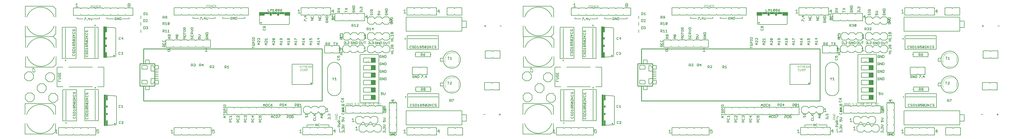
<source format=gto>
G75*
%MOIN*%
%OFA0B0*%
%FSLAX25Y25*%
%IPPOS*%
%LPD*%
%AMOC8*
5,1,8,0,0,1.08239X$1,22.5*
%
%ADD10C,0.00500*%
%ADD11C,0.00400*%
%ADD12C,0.00800*%
%ADD13C,0.02000*%
%ADD14C,0.00600*%
%ADD15R,0.03000X0.42000*%
%ADD16R,0.02000X0.07500*%
%ADD17R,0.02000X0.03000*%
%ADD18R,0.06000X0.06000*%
%ADD19C,0.00300*%
%ADD20C,0.01000*%
%ADD21C,0.00700*%
%ADD22R,0.07500X0.05000*%
%ADD23R,0.07000X0.03000*%
%ADD24R,0.03000X0.05000*%
%ADD25C,0.00200*%
D10*
X0163345Y0129583D02*
X0166347Y0129583D01*
X0164846Y0129583D02*
X0164846Y0134087D01*
X0163345Y0132586D01*
X0177675Y0146650D02*
X0177675Y0186650D01*
X0173557Y0191713D02*
X0165778Y0191713D01*
X0165778Y0218091D01*
X0173765Y0218091D01*
X0181389Y0218056D02*
X0213287Y0218092D01*
X0220217Y0218092D02*
X0228770Y0218091D01*
X0228770Y0191713D01*
X0220295Y0191713D01*
X0217085Y0187043D02*
X0217085Y0147043D01*
X0207435Y0148847D02*
X0207435Y0149881D01*
X0206918Y0150399D01*
X0206918Y0151645D02*
X0207435Y0152162D01*
X0207435Y0153196D01*
X0206918Y0153713D01*
X0206400Y0153713D01*
X0205883Y0153196D01*
X0205883Y0152162D01*
X0205366Y0151645D01*
X0204849Y0151645D01*
X0204332Y0152162D01*
X0204332Y0153196D01*
X0204849Y0153713D01*
X0204332Y0154960D02*
X0204332Y0156511D01*
X0204849Y0157028D01*
X0206918Y0157028D01*
X0207435Y0156511D01*
X0207435Y0154960D01*
X0204332Y0154960D01*
X0205366Y0158275D02*
X0204332Y0159309D01*
X0207435Y0159309D01*
X0207435Y0158275D02*
X0207435Y0160343D01*
X0206918Y0161589D02*
X0206400Y0161589D01*
X0205883Y0162107D01*
X0205883Y0163141D01*
X0206400Y0163658D01*
X0206918Y0163658D01*
X0207435Y0163141D01*
X0207435Y0162107D01*
X0206918Y0161589D01*
X0205883Y0162107D02*
X0205366Y0161589D01*
X0204849Y0161589D01*
X0204332Y0162107D01*
X0204332Y0163141D01*
X0204849Y0163658D01*
X0205366Y0163658D01*
X0205883Y0163141D01*
X0205883Y0164904D02*
X0205366Y0165938D01*
X0205366Y0166456D01*
X0205883Y0166973D01*
X0206918Y0166973D01*
X0207435Y0166456D01*
X0207435Y0165421D01*
X0206918Y0164904D01*
X0205883Y0164904D02*
X0204332Y0164904D01*
X0204332Y0166973D01*
X0204849Y0168219D02*
X0204332Y0168736D01*
X0204332Y0169770D01*
X0204849Y0170288D01*
X0206918Y0168219D01*
X0207435Y0168736D01*
X0207435Y0169770D01*
X0206918Y0170288D01*
X0204849Y0170288D01*
X0204849Y0171534D02*
X0204332Y0172051D01*
X0204332Y0173085D01*
X0204849Y0173602D01*
X0205366Y0173602D01*
X0207435Y0171534D01*
X0207435Y0173602D01*
X0207435Y0174849D02*
X0204332Y0174849D01*
X0205883Y0175366D02*
X0207435Y0176917D01*
X0206918Y0178164D02*
X0207435Y0178681D01*
X0207435Y0179715D01*
X0206918Y0180232D01*
X0206918Y0181478D02*
X0207435Y0181995D01*
X0207435Y0183030D01*
X0206918Y0183547D01*
X0206400Y0183547D01*
X0205883Y0183030D01*
X0205883Y0181995D01*
X0205366Y0181478D01*
X0204849Y0181478D01*
X0204332Y0181995D01*
X0204332Y0183030D01*
X0204849Y0183547D01*
X0204849Y0180232D02*
X0204332Y0179715D01*
X0204332Y0178681D01*
X0204849Y0178164D01*
X0206918Y0178164D01*
X0204332Y0176917D02*
X0206400Y0174849D01*
X0190425Y0174672D02*
X0190425Y0172603D01*
X0188357Y0174672D01*
X0187840Y0174672D01*
X0187323Y0174155D01*
X0187323Y0173120D01*
X0187840Y0172603D01*
X0187840Y0171357D02*
X0189908Y0169289D01*
X0190425Y0169806D01*
X0190425Y0170840D01*
X0189908Y0171357D01*
X0187840Y0171357D01*
X0187323Y0170840D01*
X0187323Y0169806D01*
X0187840Y0169289D01*
X0189908Y0169289D01*
X0189908Y0168042D02*
X0188874Y0168042D01*
X0188357Y0167525D01*
X0188357Y0167008D01*
X0188874Y0165974D01*
X0187323Y0165974D01*
X0187323Y0168042D01*
X0189908Y0168042D02*
X0190425Y0167525D01*
X0190425Y0166491D01*
X0189908Y0165974D01*
X0189908Y0164727D02*
X0190425Y0164210D01*
X0190425Y0163176D01*
X0189908Y0162659D01*
X0189391Y0162659D01*
X0188874Y0163176D01*
X0188874Y0164210D01*
X0189391Y0164727D01*
X0189908Y0164727D01*
X0188874Y0164210D02*
X0188357Y0164727D01*
X0187840Y0164727D01*
X0187323Y0164210D01*
X0187323Y0163176D01*
X0187840Y0162659D01*
X0188357Y0162659D01*
X0188874Y0163176D01*
X0190425Y0161413D02*
X0190425Y0159344D01*
X0190425Y0160378D02*
X0187323Y0160378D01*
X0188357Y0159344D01*
X0187840Y0158098D02*
X0187323Y0157581D01*
X0187323Y0156029D01*
X0190425Y0156029D01*
X0190425Y0157581D01*
X0189908Y0158098D01*
X0187840Y0158098D01*
X0187840Y0154783D02*
X0187323Y0154266D01*
X0187323Y0153232D01*
X0187840Y0152714D01*
X0188357Y0152714D01*
X0188874Y0153232D01*
X0188874Y0154266D01*
X0189391Y0154783D01*
X0189908Y0154783D01*
X0190425Y0154266D01*
X0190425Y0153232D01*
X0189908Y0152714D01*
X0189908Y0151468D02*
X0190425Y0150951D01*
X0190425Y0149917D01*
X0189908Y0149400D01*
X0187840Y0149400D01*
X0187323Y0149917D01*
X0187323Y0150951D01*
X0187840Y0151468D01*
X0204332Y0149881D02*
X0204332Y0148847D01*
X0204849Y0148330D01*
X0206918Y0148330D01*
X0207435Y0148847D01*
X0204849Y0150399D02*
X0204332Y0149881D01*
X0249245Y0144569D02*
X0249245Y0142500D01*
X0249762Y0141983D01*
X0250796Y0141983D01*
X0251313Y0142500D01*
X0252560Y0141983D02*
X0254628Y0144052D01*
X0254628Y0144569D01*
X0254111Y0145086D01*
X0253077Y0145086D01*
X0252560Y0144569D01*
X0251313Y0144569D02*
X0250796Y0145086D01*
X0249762Y0145086D01*
X0249245Y0144569D01*
X0252560Y0141983D02*
X0254628Y0141983D01*
X0221847Y0134087D02*
X0218845Y0134087D01*
X0218845Y0131835D01*
X0220346Y0132586D01*
X0221097Y0132586D01*
X0221847Y0131835D01*
X0221847Y0130334D01*
X0221097Y0129583D01*
X0219596Y0129583D01*
X0218845Y0130334D01*
X0318886Y0129443D02*
X0321888Y0129443D01*
X0320387Y0129443D02*
X0320387Y0133947D01*
X0318886Y0132445D01*
X0374386Y0131695D02*
X0375887Y0132445D01*
X0376638Y0132445D01*
X0377388Y0131695D01*
X0377388Y0130194D01*
X0376638Y0129443D01*
X0375136Y0129443D01*
X0374386Y0130194D01*
X0374386Y0131695D02*
X0374386Y0133947D01*
X0377388Y0133947D01*
X0397342Y0144183D02*
X0397342Y0145734D01*
X0397859Y0146252D01*
X0398894Y0146252D01*
X0399411Y0145734D01*
X0399411Y0144183D01*
X0400445Y0144183D02*
X0397342Y0144183D01*
X0397859Y0147498D02*
X0399928Y0147498D01*
X0400445Y0148015D01*
X0400445Y0149049D01*
X0399928Y0149566D01*
X0400445Y0150813D02*
X0400445Y0152881D01*
X0400445Y0151847D02*
X0397342Y0151847D01*
X0398376Y0150813D01*
X0397859Y0149566D02*
X0397342Y0149049D01*
X0397342Y0148015D01*
X0397859Y0147498D01*
X0392645Y0150083D02*
X0390576Y0150083D01*
X0389542Y0151117D01*
X0390576Y0152152D01*
X0392645Y0152152D01*
X0391094Y0152152D02*
X0391094Y0150083D01*
X0389542Y0153398D02*
X0389542Y0155466D01*
X0389542Y0154432D02*
X0392645Y0154432D01*
X0392128Y0156713D02*
X0392645Y0157230D01*
X0392645Y0158264D01*
X0392128Y0158781D01*
X0391094Y0158781D01*
X0391094Y0157747D01*
X0392128Y0156713D02*
X0390059Y0156713D01*
X0389542Y0157230D01*
X0389542Y0158264D01*
X0390059Y0158781D01*
X0389542Y0160028D02*
X0389542Y0161579D01*
X0390059Y0162096D01*
X0391094Y0162096D01*
X0391611Y0161579D01*
X0391611Y0160028D01*
X0392645Y0160028D02*
X0389542Y0160028D01*
X0389542Y0163342D02*
X0389542Y0164377D01*
X0389542Y0163859D02*
X0392645Y0163859D01*
X0392645Y0163342D02*
X0392645Y0164377D01*
X0392128Y0165552D02*
X0392645Y0166069D01*
X0392645Y0167104D01*
X0392128Y0167621D01*
X0390059Y0167621D01*
X0389542Y0167104D01*
X0389542Y0166069D01*
X0390059Y0165552D01*
X0392128Y0165552D01*
X0407442Y0152164D02*
X0407442Y0151130D01*
X0407959Y0150613D01*
X0407959Y0149366D02*
X0407442Y0148849D01*
X0407442Y0147815D01*
X0407959Y0147298D01*
X0410028Y0147298D01*
X0410545Y0147815D01*
X0410545Y0148849D01*
X0410028Y0149366D01*
X0410545Y0150613D02*
X0408476Y0152681D01*
X0407959Y0152681D01*
X0407442Y0152164D01*
X0410545Y0152681D02*
X0410545Y0150613D01*
X0408994Y0146052D02*
X0409511Y0145534D01*
X0409511Y0143983D01*
X0410545Y0143983D02*
X0407442Y0143983D01*
X0407442Y0145534D01*
X0407959Y0146052D01*
X0408994Y0146052D01*
X0417342Y0145534D02*
X0417859Y0146052D01*
X0418894Y0146052D01*
X0419411Y0145534D01*
X0419411Y0143983D01*
X0420445Y0143983D02*
X0417342Y0143983D01*
X0417342Y0145534D01*
X0417859Y0147298D02*
X0419928Y0147298D01*
X0420445Y0147815D01*
X0420445Y0148849D01*
X0419928Y0149366D01*
X0419928Y0150613D02*
X0420445Y0151130D01*
X0420445Y0152164D01*
X0419928Y0152681D01*
X0419411Y0152681D01*
X0418894Y0152164D01*
X0418894Y0151647D01*
X0418894Y0152164D02*
X0418376Y0152681D01*
X0417859Y0152681D01*
X0417342Y0152164D01*
X0417342Y0151130D01*
X0417859Y0150613D01*
X0417859Y0149366D02*
X0417342Y0148849D01*
X0417342Y0147815D01*
X0417859Y0147298D01*
X0427342Y0147815D02*
X0427859Y0147298D01*
X0429928Y0147298D01*
X0430445Y0147815D01*
X0430445Y0148849D01*
X0429928Y0149366D01*
X0428894Y0150613D02*
X0428894Y0152681D01*
X0430445Y0152164D02*
X0427342Y0152164D01*
X0428894Y0150613D01*
X0427859Y0149366D02*
X0427342Y0148849D01*
X0427342Y0147815D01*
X0427859Y0146052D02*
X0428894Y0146052D01*
X0429411Y0145534D01*
X0429411Y0143983D01*
X0430445Y0143983D02*
X0427342Y0143983D01*
X0427342Y0145534D01*
X0427859Y0146052D01*
X0437342Y0145534D02*
X0437342Y0143983D01*
X0440445Y0143983D01*
X0439411Y0143983D02*
X0439411Y0145534D01*
X0438894Y0146052D01*
X0437859Y0146052D01*
X0437342Y0145534D01*
X0437859Y0147298D02*
X0439928Y0147298D01*
X0440445Y0147815D01*
X0440445Y0148849D01*
X0439928Y0149366D01*
X0439928Y0150613D02*
X0440445Y0151130D01*
X0440445Y0152164D01*
X0439928Y0152681D01*
X0438894Y0152681D01*
X0438376Y0152164D01*
X0438376Y0151647D01*
X0438894Y0150613D01*
X0437342Y0150613D01*
X0437342Y0152681D01*
X0437859Y0149366D02*
X0437342Y0148849D01*
X0437342Y0147815D01*
X0437859Y0147298D01*
X0453545Y0149983D02*
X0453545Y0152052D01*
X0454579Y0153086D01*
X0455613Y0152052D01*
X0455613Y0149983D01*
X0456860Y0150500D02*
X0457377Y0149983D01*
X0458411Y0149983D01*
X0458928Y0150500D01*
X0460175Y0149983D02*
X0461726Y0149983D01*
X0462243Y0150500D01*
X0462243Y0152569D01*
X0461726Y0153086D01*
X0460175Y0153086D01*
X0460175Y0149983D01*
X0458928Y0152569D02*
X0458411Y0153086D01*
X0457377Y0153086D01*
X0456860Y0152569D01*
X0456860Y0150500D01*
X0455613Y0151534D02*
X0453545Y0151534D01*
X0463489Y0150500D02*
X0463489Y0149983D01*
X0463489Y0150500D02*
X0465558Y0152569D01*
X0465558Y0153086D01*
X0463489Y0153086D01*
X0474845Y0152986D02*
X0474845Y0149883D01*
X0474845Y0150917D02*
X0476396Y0150917D01*
X0476913Y0151434D01*
X0476913Y0152469D01*
X0476396Y0152986D01*
X0474845Y0152986D01*
X0478160Y0152986D02*
X0479711Y0152986D01*
X0480228Y0152469D01*
X0480228Y0150400D01*
X0479711Y0149883D01*
X0478160Y0149883D01*
X0478160Y0152986D01*
X0481475Y0152986D02*
X0481475Y0151434D01*
X0482509Y0151952D01*
X0483026Y0151952D01*
X0483543Y0151434D01*
X0483543Y0150400D01*
X0483026Y0149883D01*
X0481992Y0149883D01*
X0481475Y0150400D01*
X0481475Y0152986D02*
X0483543Y0152986D01*
X0499542Y0152234D02*
X0499542Y0151200D01*
X0500059Y0150683D01*
X0500576Y0150683D01*
X0501094Y0151200D01*
X0501094Y0152234D01*
X0501611Y0152752D01*
X0502128Y0152752D01*
X0502645Y0152234D01*
X0502645Y0151200D01*
X0502128Y0150683D01*
X0500059Y0152752D02*
X0499542Y0152234D01*
X0499542Y0153998D02*
X0499542Y0155032D01*
X0499542Y0154515D02*
X0502645Y0154515D01*
X0502645Y0153998D02*
X0502645Y0155032D01*
X0510342Y0154981D02*
X0512411Y0152913D01*
X0511894Y0153430D02*
X0513445Y0154981D01*
X0513445Y0152913D02*
X0510342Y0152913D01*
X0510342Y0149598D02*
X0513445Y0149598D01*
X0513445Y0151666D01*
X0512928Y0148352D02*
X0513445Y0147834D01*
X0513445Y0146800D01*
X0512928Y0146283D01*
X0510859Y0146283D01*
X0510342Y0146800D01*
X0510342Y0147834D01*
X0510859Y0148352D01*
X0520042Y0150717D02*
X0521076Y0151752D01*
X0523145Y0151752D01*
X0522628Y0152998D02*
X0520559Y0155066D01*
X0522628Y0155066D01*
X0523145Y0154549D01*
X0523145Y0153515D01*
X0522628Y0152998D01*
X0520559Y0152998D01*
X0520042Y0153515D01*
X0520042Y0154549D01*
X0520559Y0155066D01*
X0521594Y0151752D02*
X0521594Y0149683D01*
X0521076Y0149683D02*
X0520042Y0150717D01*
X0521076Y0149683D02*
X0523145Y0149683D01*
X0529942Y0149534D02*
X0530459Y0150052D01*
X0530976Y0150052D01*
X0531494Y0149534D01*
X0532011Y0150052D01*
X0532528Y0150052D01*
X0533045Y0149534D01*
X0533045Y0148500D01*
X0532528Y0147983D01*
X0531494Y0149017D02*
X0531494Y0149534D01*
X0529942Y0149534D02*
X0529942Y0148500D01*
X0530459Y0147983D01*
X0532528Y0151298D02*
X0532528Y0151815D01*
X0533045Y0151815D01*
X0533045Y0151298D01*
X0532528Y0151298D01*
X0532528Y0152955D02*
X0533045Y0153472D01*
X0533045Y0154507D01*
X0532528Y0155024D01*
X0532011Y0155024D01*
X0531494Y0154507D01*
X0531494Y0153990D01*
X0531494Y0154507D02*
X0530976Y0155024D01*
X0530459Y0155024D01*
X0529942Y0154507D01*
X0529942Y0153472D01*
X0530459Y0152955D01*
X0530721Y0158240D02*
X0527718Y0158240D01*
X0529219Y0158240D02*
X0529219Y0162744D01*
X0527718Y0161242D01*
X0548642Y0161513D02*
X0549676Y0162547D01*
X0548642Y0163581D01*
X0551745Y0163581D01*
X0550919Y0163392D02*
X0550919Y0158888D01*
X0550194Y0158198D02*
X0550194Y0160266D01*
X0549676Y0160266D02*
X0551745Y0160266D01*
X0551745Y0161513D02*
X0548642Y0161513D01*
X0549417Y0161890D02*
X0550919Y0163392D01*
X0551228Y0164828D02*
X0551228Y0165345D01*
X0551745Y0165345D01*
X0551745Y0164828D01*
X0551228Y0164828D01*
X0551745Y0166485D02*
X0551745Y0168036D01*
X0551228Y0168553D01*
X0550711Y0168553D01*
X0550194Y0168036D01*
X0550194Y0166485D01*
X0551745Y0166485D02*
X0548642Y0166485D01*
X0548642Y0168036D01*
X0549159Y0168553D01*
X0549676Y0168553D01*
X0550194Y0168036D01*
X0550328Y0171183D02*
X0550845Y0171700D01*
X0550845Y0172734D01*
X0550328Y0173252D01*
X0550328Y0174498D02*
X0550845Y0175015D01*
X0550845Y0176049D01*
X0550328Y0176566D01*
X0549811Y0176566D01*
X0549294Y0176049D01*
X0549294Y0174498D01*
X0550328Y0174498D01*
X0549294Y0174498D02*
X0548259Y0175532D01*
X0547742Y0176566D01*
X0548259Y0173252D02*
X0547742Y0172734D01*
X0547742Y0171700D01*
X0548259Y0171183D01*
X0550328Y0171183D01*
X0572989Y0170134D02*
X0598189Y0170134D01*
X0598189Y0235134D01*
X0572989Y0235134D01*
X0572989Y0170134D01*
X0604542Y0165381D02*
X0605576Y0164347D01*
X0604542Y0163313D01*
X0607645Y0163313D01*
X0607920Y0163392D02*
X0604917Y0163392D01*
X0604917Y0161140D01*
X0606419Y0161890D01*
X0607169Y0161890D01*
X0607920Y0161140D01*
X0607920Y0159638D01*
X0607169Y0158888D01*
X0605668Y0158888D01*
X0604917Y0159638D01*
X0605576Y0159998D02*
X0604542Y0161032D01*
X0605576Y0162066D01*
X0607645Y0162066D01*
X0606094Y0162066D02*
X0606094Y0159998D01*
X0605576Y0159998D02*
X0607645Y0159998D01*
X0607128Y0158752D02*
X0607645Y0158234D01*
X0607645Y0157200D01*
X0607128Y0156683D01*
X0605059Y0156683D01*
X0604542Y0157200D01*
X0604542Y0158234D01*
X0605059Y0158752D01*
X0604542Y0165381D02*
X0607645Y0165381D01*
X0612163Y0170429D02*
X0622163Y0170429D01*
X0619413Y0173931D02*
X0614910Y0173931D01*
X0617161Y0171679D01*
X0617161Y0174682D01*
X0637852Y0178146D02*
X0677852Y0178146D01*
X0693445Y0174786D02*
X0694996Y0174786D01*
X0695513Y0174269D01*
X0695513Y0173234D01*
X0694996Y0172717D01*
X0693445Y0172717D01*
X0693445Y0171683D02*
X0693445Y0174786D01*
X0694479Y0172717D02*
X0695513Y0171683D01*
X0696760Y0171683D02*
X0696760Y0172200D01*
X0698828Y0174269D01*
X0698828Y0174786D01*
X0696760Y0174786D01*
X0675819Y0167981D02*
X0675302Y0168498D01*
X0674268Y0168498D01*
X0673751Y0167981D01*
X0673751Y0167464D01*
X0674268Y0166947D01*
X0675302Y0166947D01*
X0675819Y0166430D01*
X0675819Y0165913D01*
X0675302Y0165396D01*
X0674268Y0165396D01*
X0673751Y0165913D01*
X0672504Y0165913D02*
X0671987Y0165396D01*
X0670953Y0165396D01*
X0670436Y0165913D01*
X0670436Y0167981D01*
X0670953Y0168498D01*
X0671987Y0168498D01*
X0672504Y0167981D01*
X0669189Y0168498D02*
X0667121Y0166430D01*
X0667638Y0166947D02*
X0669189Y0165396D01*
X0667121Y0165396D02*
X0667121Y0168498D01*
X0665875Y0167981D02*
X0665357Y0168498D01*
X0664323Y0168498D01*
X0663806Y0167981D01*
X0662560Y0167981D02*
X0660491Y0165913D01*
X0661008Y0165396D01*
X0662043Y0165396D01*
X0662560Y0165913D01*
X0662560Y0167981D01*
X0662043Y0168498D01*
X0661008Y0168498D01*
X0660491Y0167981D01*
X0660491Y0165913D01*
X0659245Y0165913D02*
X0658728Y0165396D01*
X0657694Y0165396D01*
X0657176Y0165913D01*
X0657176Y0166947D02*
X0658211Y0167464D01*
X0658728Y0167464D01*
X0659245Y0166947D01*
X0659245Y0165913D01*
X0657176Y0166947D02*
X0657176Y0168498D01*
X0659245Y0168498D01*
X0655930Y0167981D02*
X0655930Y0167464D01*
X0655413Y0166947D01*
X0654379Y0166947D01*
X0653862Y0167464D01*
X0653862Y0167981D01*
X0654379Y0168498D01*
X0655413Y0168498D01*
X0655930Y0167981D01*
X0655413Y0166947D02*
X0655930Y0166430D01*
X0655930Y0165913D01*
X0655413Y0165396D01*
X0654379Y0165396D01*
X0653862Y0165913D01*
X0653862Y0166430D01*
X0654379Y0166947D01*
X0652615Y0165396D02*
X0650547Y0165396D01*
X0651581Y0165396D02*
X0651581Y0168498D01*
X0650547Y0167464D01*
X0649300Y0167981D02*
X0648783Y0168498D01*
X0647232Y0168498D01*
X0647232Y0165396D01*
X0648783Y0165396D01*
X0649300Y0165913D01*
X0649300Y0167981D01*
X0645986Y0167981D02*
X0645469Y0168498D01*
X0644434Y0168498D01*
X0643917Y0167981D01*
X0643917Y0167464D01*
X0644434Y0166947D01*
X0645469Y0166947D01*
X0645986Y0166430D01*
X0645986Y0165913D01*
X0645469Y0165396D01*
X0644434Y0165396D01*
X0643917Y0165913D01*
X0642671Y0165913D02*
X0642154Y0165396D01*
X0641119Y0165396D01*
X0640602Y0165913D01*
X0640602Y0167981D01*
X0641119Y0168498D01*
X0642154Y0168498D01*
X0642671Y0167981D01*
X0663806Y0165396D02*
X0665875Y0167464D01*
X0665875Y0167981D01*
X0665875Y0165396D02*
X0663806Y0165396D01*
X0634880Y0159366D02*
X0709880Y0159366D01*
X0709880Y0140350D01*
X0634880Y0140350D01*
X0634880Y0159366D01*
X0607345Y0148832D02*
X0606311Y0149866D01*
X0604242Y0149866D01*
X0604242Y0147798D02*
X0606311Y0147798D01*
X0607345Y0148832D01*
X0606828Y0146552D02*
X0607345Y0146034D01*
X0607345Y0145000D01*
X0606828Y0144483D01*
X0605794Y0144483D02*
X0605276Y0145517D01*
X0605276Y0146034D01*
X0605794Y0146552D01*
X0606828Y0146552D01*
X0605794Y0144483D02*
X0604242Y0144483D01*
X0604242Y0146552D01*
X0604142Y0140539D02*
X0606211Y0140539D01*
X0607245Y0139504D01*
X0606211Y0138470D01*
X0604142Y0138470D01*
X0604659Y0137224D02*
X0605176Y0137224D01*
X0605694Y0136707D01*
X0606211Y0137224D01*
X0606728Y0137224D01*
X0607245Y0136707D01*
X0607245Y0135672D01*
X0606728Y0135155D01*
X0606728Y0134015D02*
X0607245Y0134015D01*
X0607245Y0133498D01*
X0606728Y0133498D01*
X0606728Y0134015D01*
X0606728Y0132252D02*
X0607245Y0131734D01*
X0607245Y0130700D01*
X0606728Y0130183D01*
X0605694Y0131217D02*
X0605694Y0131734D01*
X0606211Y0132252D01*
X0606728Y0132252D01*
X0605694Y0131734D02*
X0605176Y0132252D01*
X0604659Y0132252D01*
X0604142Y0131734D01*
X0604142Y0130700D01*
X0604659Y0130183D01*
X0604659Y0135155D02*
X0604142Y0135672D01*
X0604142Y0136707D01*
X0604659Y0137224D01*
X0605694Y0136707D02*
X0605694Y0136190D01*
X0612845Y0128969D02*
X0612845Y0126900D01*
X0613362Y0126383D01*
X0614396Y0126383D01*
X0614913Y0126900D01*
X0614913Y0127934D01*
X0613879Y0127934D01*
X0614910Y0127680D02*
X0619413Y0127680D01*
X0619475Y0126383D02*
X0619475Y0129486D01*
X0621026Y0129486D01*
X0621543Y0128969D01*
X0621543Y0126900D01*
X0621026Y0126383D01*
X0619475Y0126383D01*
X0619413Y0126179D02*
X0619413Y0129182D01*
X0618228Y0129486D02*
X0618228Y0126383D01*
X0616160Y0129486D01*
X0616160Y0126383D01*
X0616411Y0126179D02*
X0614910Y0127680D01*
X0614913Y0128969D02*
X0614396Y0129486D01*
X0613362Y0129486D01*
X0612845Y0128969D01*
X0631713Y0129557D02*
X0634715Y0129557D01*
X0633214Y0129557D02*
X0633214Y0134061D01*
X0631713Y0132560D01*
X0675963Y0136807D02*
X0675963Y0126807D01*
X0679465Y0129557D02*
X0679465Y0134061D01*
X0677213Y0131809D01*
X0680215Y0131809D01*
X0711081Y0136807D02*
X0711081Y0126807D01*
X0710077Y0145587D02*
X0715982Y0145587D01*
X0715982Y0154248D01*
X0710077Y0154248D01*
X0738830Y0154495D02*
X0741180Y0154495D01*
X0759780Y0154445D02*
X0762130Y0154445D01*
X0761030Y0153245D02*
X0761030Y0155845D01*
X0832636Y0132586D02*
X0834137Y0134087D01*
X0834137Y0129583D01*
X0832636Y0129583D02*
X0835639Y0129583D01*
X0888136Y0130334D02*
X0888887Y0129583D01*
X0890388Y0129583D01*
X0891139Y0130334D01*
X0891139Y0131835D01*
X0890388Y0132586D01*
X0889637Y0132586D01*
X0888136Y0131835D01*
X0888136Y0134087D01*
X0891139Y0134087D01*
X0918536Y0142500D02*
X0919053Y0141983D01*
X0920088Y0141983D01*
X0920605Y0142500D01*
X0921851Y0141983D02*
X0923919Y0144052D01*
X0923919Y0144569D01*
X0923402Y0145086D01*
X0922368Y0145086D01*
X0921851Y0144569D01*
X0920605Y0144569D02*
X0920088Y0145086D01*
X0919053Y0145086D01*
X0918536Y0144569D01*
X0918536Y0142500D01*
X0921851Y0141983D02*
X0923919Y0141983D01*
X0886376Y0147043D02*
X0886376Y0187043D01*
X0889586Y0191713D02*
X0898061Y0191713D01*
X0898061Y0218091D01*
X0889509Y0218092D01*
X0882579Y0218092D02*
X0850680Y0218056D01*
X0843056Y0218091D02*
X0835069Y0218091D01*
X0835069Y0191713D01*
X0842848Y0191713D01*
X0846967Y0186650D02*
X0846967Y0146650D01*
X0856614Y0149917D02*
X0857131Y0149400D01*
X0859199Y0149400D01*
X0859717Y0149917D01*
X0859717Y0150951D01*
X0859199Y0151468D01*
X0859199Y0152714D02*
X0859717Y0153232D01*
X0859717Y0154266D01*
X0859199Y0154783D01*
X0858682Y0154783D01*
X0858165Y0154266D01*
X0858165Y0153232D01*
X0857648Y0152714D01*
X0857131Y0152714D01*
X0856614Y0153232D01*
X0856614Y0154266D01*
X0857131Y0154783D01*
X0856614Y0156029D02*
X0856614Y0157581D01*
X0857131Y0158098D01*
X0859199Y0158098D01*
X0859717Y0157581D01*
X0859717Y0156029D01*
X0856614Y0156029D01*
X0857648Y0159344D02*
X0856614Y0160378D01*
X0859717Y0160378D01*
X0859717Y0159344D02*
X0859717Y0161413D01*
X0859199Y0162659D02*
X0858682Y0162659D01*
X0858165Y0163176D01*
X0858165Y0164210D01*
X0858682Y0164727D01*
X0859199Y0164727D01*
X0859717Y0164210D01*
X0859717Y0163176D01*
X0859199Y0162659D01*
X0858165Y0163176D02*
X0857648Y0162659D01*
X0857131Y0162659D01*
X0856614Y0163176D01*
X0856614Y0164210D01*
X0857131Y0164727D01*
X0857648Y0164727D01*
X0858165Y0164210D01*
X0858165Y0165974D02*
X0857648Y0167008D01*
X0857648Y0167525D01*
X0858165Y0168042D01*
X0859199Y0168042D01*
X0859717Y0167525D01*
X0859717Y0166491D01*
X0859199Y0165974D01*
X0858165Y0165974D02*
X0856614Y0165974D01*
X0856614Y0168042D01*
X0857131Y0169289D02*
X0856614Y0169806D01*
X0856614Y0170840D01*
X0857131Y0171357D01*
X0859199Y0169289D01*
X0859717Y0169806D01*
X0859717Y0170840D01*
X0859199Y0171357D01*
X0857131Y0171357D01*
X0857131Y0172603D02*
X0856614Y0173120D01*
X0856614Y0174155D01*
X0857131Y0174672D01*
X0857648Y0174672D01*
X0859717Y0172603D01*
X0859717Y0174672D01*
X0859717Y0175918D02*
X0856614Y0175918D01*
X0858165Y0176435D02*
X0859717Y0177987D01*
X0859199Y0179233D02*
X0859717Y0179750D01*
X0859717Y0180784D01*
X0859199Y0181301D01*
X0859199Y0182548D02*
X0859717Y0183065D01*
X0859717Y0184099D01*
X0859199Y0184616D01*
X0858682Y0184616D01*
X0858165Y0184099D01*
X0858165Y0183065D01*
X0857648Y0182548D01*
X0857131Y0182548D01*
X0856614Y0183065D01*
X0856614Y0184099D01*
X0857131Y0184616D01*
X0857131Y0181301D02*
X0856614Y0180784D01*
X0856614Y0179750D01*
X0857131Y0179233D01*
X0859199Y0179233D01*
X0856614Y0177987D02*
X0858682Y0175918D01*
X0873623Y0176917D02*
X0875692Y0174849D01*
X0875175Y0175366D02*
X0876726Y0176917D01*
X0876209Y0178164D02*
X0876726Y0178681D01*
X0876726Y0179715D01*
X0876209Y0180232D01*
X0876209Y0181478D02*
X0876726Y0181995D01*
X0876726Y0183030D01*
X0876209Y0183547D01*
X0875692Y0183547D01*
X0875175Y0183030D01*
X0875175Y0181995D01*
X0874658Y0181478D01*
X0874140Y0181478D01*
X0873623Y0181995D01*
X0873623Y0183030D01*
X0874140Y0183547D01*
X0874140Y0180232D02*
X0873623Y0179715D01*
X0873623Y0178681D01*
X0874140Y0178164D01*
X0876209Y0178164D01*
X0876726Y0174849D02*
X0873623Y0174849D01*
X0874140Y0173602D02*
X0873623Y0173085D01*
X0873623Y0172051D01*
X0874140Y0171534D01*
X0874140Y0170288D02*
X0876209Y0168219D01*
X0876726Y0168736D01*
X0876726Y0169770D01*
X0876209Y0170288D01*
X0874140Y0170288D01*
X0873623Y0169770D01*
X0873623Y0168736D01*
X0874140Y0168219D01*
X0876209Y0168219D01*
X0876209Y0166973D02*
X0876726Y0166456D01*
X0876726Y0165421D01*
X0876209Y0164904D01*
X0875175Y0164904D02*
X0874658Y0165938D01*
X0874658Y0166456D01*
X0875175Y0166973D01*
X0876209Y0166973D01*
X0875175Y0164904D02*
X0873623Y0164904D01*
X0873623Y0166973D01*
X0874140Y0163658D02*
X0874658Y0163658D01*
X0875175Y0163141D01*
X0875175Y0162107D01*
X0874658Y0161589D01*
X0874140Y0161589D01*
X0873623Y0162107D01*
X0873623Y0163141D01*
X0874140Y0163658D01*
X0875175Y0163141D02*
X0875692Y0163658D01*
X0876209Y0163658D01*
X0876726Y0163141D01*
X0876726Y0162107D01*
X0876209Y0161589D01*
X0875692Y0161589D01*
X0875175Y0162107D01*
X0876726Y0160343D02*
X0876726Y0158275D01*
X0876726Y0159309D02*
X0873623Y0159309D01*
X0874658Y0158275D01*
X0874140Y0157028D02*
X0873623Y0156511D01*
X0873623Y0154960D01*
X0876726Y0154960D01*
X0876726Y0156511D01*
X0876209Y0157028D01*
X0874140Y0157028D01*
X0874140Y0153713D02*
X0873623Y0153196D01*
X0873623Y0152162D01*
X0874140Y0151645D01*
X0874658Y0151645D01*
X0875175Y0152162D01*
X0875175Y0153196D01*
X0875692Y0153713D01*
X0876209Y0153713D01*
X0876726Y0153196D01*
X0876726Y0152162D01*
X0876209Y0151645D01*
X0876209Y0150399D02*
X0876726Y0149881D01*
X0876726Y0148847D01*
X0876209Y0148330D01*
X0874140Y0148330D01*
X0873623Y0148847D01*
X0873623Y0149881D01*
X0874140Y0150399D01*
X0857131Y0151468D02*
X0856614Y0150951D01*
X0856614Y0149917D01*
X0918236Y0164300D02*
X0918236Y0166369D01*
X0918753Y0166886D01*
X0919788Y0166886D01*
X0920305Y0166369D01*
X0921551Y0165852D02*
X0922585Y0166886D01*
X0922585Y0163783D01*
X0921551Y0163783D02*
X0923619Y0163783D01*
X0920305Y0164300D02*
X0919788Y0163783D01*
X0918753Y0163783D01*
X0918236Y0164300D01*
X0876726Y0171534D02*
X0874658Y0173602D01*
X0874140Y0173602D01*
X0876726Y0173602D02*
X0876726Y0171534D01*
X0859199Y0169289D02*
X0857131Y0169289D01*
X0851373Y0191765D02*
X0882501Y0191695D01*
X0839836Y0198883D02*
X0836734Y0198883D01*
X0836734Y0200952D01*
X0836734Y0202198D02*
X0839319Y0202198D01*
X0839836Y0202715D01*
X0839836Y0203749D01*
X0839319Y0204266D01*
X0836734Y0204266D01*
X0837251Y0205513D02*
X0837768Y0205513D01*
X0838285Y0206030D01*
X0838285Y0207064D01*
X0838802Y0207581D01*
X0839319Y0207581D01*
X0839836Y0207064D01*
X0839836Y0206030D01*
X0839319Y0205513D01*
X0837251Y0205513D02*
X0836734Y0206030D01*
X0836734Y0207064D01*
X0837251Y0207581D01*
X0836734Y0208828D02*
X0839836Y0208828D01*
X0839836Y0210896D01*
X0838285Y0209862D02*
X0838285Y0208828D01*
X0836734Y0208828D02*
X0836734Y0210896D01*
X0805436Y0212000D02*
X0805436Y0213034D01*
X0804919Y0213552D01*
X0804919Y0214798D02*
X0805436Y0214798D01*
X0804919Y0214798D02*
X0802851Y0216866D01*
X0802334Y0216866D01*
X0802334Y0214798D01*
X0802851Y0213552D02*
X0802334Y0213034D01*
X0802334Y0212000D01*
X0802851Y0211483D01*
X0804919Y0211483D01*
X0805436Y0212000D01*
X0838285Y0199917D02*
X0838285Y0198883D01*
X0760293Y0197339D02*
X0760293Y0187339D01*
X0684896Y0194799D02*
X0684899Y0195081D01*
X0684910Y0195363D01*
X0684927Y0195645D01*
X0684951Y0195926D01*
X0684982Y0196207D01*
X0685020Y0196486D01*
X0685065Y0196765D01*
X0685117Y0197043D01*
X0685175Y0197319D01*
X0685241Y0197593D01*
X0685313Y0197866D01*
X0685391Y0198137D01*
X0685476Y0198406D01*
X0685568Y0198673D01*
X0685667Y0198938D01*
X0685771Y0199200D01*
X0685883Y0199459D01*
X0686000Y0199716D01*
X0686124Y0199970D01*
X0686254Y0200220D01*
X0686390Y0200467D01*
X0686532Y0200711D01*
X0686680Y0200951D01*
X0686834Y0201188D01*
X0686994Y0201421D01*
X0687159Y0201650D01*
X0687330Y0201874D01*
X0687506Y0202095D01*
X0687688Y0202310D01*
X0687875Y0202522D01*
X0688067Y0202729D01*
X0688264Y0202931D01*
X0688466Y0203128D01*
X0688673Y0203320D01*
X0688885Y0203507D01*
X0689100Y0203689D01*
X0689321Y0203865D01*
X0689545Y0204036D01*
X0689774Y0204201D01*
X0690007Y0204361D01*
X0690244Y0204515D01*
X0690484Y0204663D01*
X0690728Y0204805D01*
X0690975Y0204941D01*
X0691225Y0205071D01*
X0691479Y0205195D01*
X0691736Y0205312D01*
X0691995Y0205424D01*
X0692257Y0205528D01*
X0692522Y0205627D01*
X0692789Y0205719D01*
X0693058Y0205804D01*
X0693329Y0205882D01*
X0693602Y0205954D01*
X0693876Y0206020D01*
X0694152Y0206078D01*
X0694430Y0206130D01*
X0694709Y0206175D01*
X0694988Y0206213D01*
X0695269Y0206244D01*
X0695550Y0206268D01*
X0695832Y0206285D01*
X0696114Y0206296D01*
X0696396Y0206299D01*
X0696678Y0206296D01*
X0696960Y0206285D01*
X0697242Y0206268D01*
X0697523Y0206244D01*
X0697804Y0206213D01*
X0698083Y0206175D01*
X0698362Y0206130D01*
X0698640Y0206078D01*
X0698916Y0206020D01*
X0699190Y0205954D01*
X0699463Y0205882D01*
X0699734Y0205804D01*
X0700003Y0205719D01*
X0700270Y0205627D01*
X0700535Y0205528D01*
X0700797Y0205424D01*
X0701056Y0205312D01*
X0701313Y0205195D01*
X0701567Y0205071D01*
X0701817Y0204941D01*
X0702064Y0204805D01*
X0702308Y0204663D01*
X0702548Y0204515D01*
X0702785Y0204361D01*
X0703018Y0204201D01*
X0703247Y0204036D01*
X0703471Y0203865D01*
X0703692Y0203689D01*
X0703907Y0203507D01*
X0704119Y0203320D01*
X0704326Y0203128D01*
X0704528Y0202931D01*
X0704725Y0202729D01*
X0704917Y0202522D01*
X0705104Y0202310D01*
X0705286Y0202095D01*
X0705462Y0201874D01*
X0705633Y0201650D01*
X0705798Y0201421D01*
X0705958Y0201188D01*
X0706112Y0200951D01*
X0706260Y0200711D01*
X0706402Y0200467D01*
X0706538Y0200220D01*
X0706668Y0199970D01*
X0706792Y0199716D01*
X0706909Y0199459D01*
X0707021Y0199200D01*
X0707125Y0198938D01*
X0707224Y0198673D01*
X0707316Y0198406D01*
X0707401Y0198137D01*
X0707479Y0197866D01*
X0707551Y0197593D01*
X0707617Y0197319D01*
X0707675Y0197043D01*
X0707727Y0196765D01*
X0707772Y0196486D01*
X0707810Y0196207D01*
X0707841Y0195926D01*
X0707865Y0195645D01*
X0707882Y0195363D01*
X0707893Y0195081D01*
X0707896Y0194799D01*
X0707893Y0194517D01*
X0707882Y0194235D01*
X0707865Y0193953D01*
X0707841Y0193672D01*
X0707810Y0193391D01*
X0707772Y0193112D01*
X0707727Y0192833D01*
X0707675Y0192555D01*
X0707617Y0192279D01*
X0707551Y0192005D01*
X0707479Y0191732D01*
X0707401Y0191461D01*
X0707316Y0191192D01*
X0707224Y0190925D01*
X0707125Y0190660D01*
X0707021Y0190398D01*
X0706909Y0190139D01*
X0706792Y0189882D01*
X0706668Y0189628D01*
X0706538Y0189378D01*
X0706402Y0189131D01*
X0706260Y0188887D01*
X0706112Y0188647D01*
X0705958Y0188410D01*
X0705798Y0188177D01*
X0705633Y0187948D01*
X0705462Y0187724D01*
X0705286Y0187503D01*
X0705104Y0187288D01*
X0704917Y0187076D01*
X0704725Y0186869D01*
X0704528Y0186667D01*
X0704326Y0186470D01*
X0704119Y0186278D01*
X0703907Y0186091D01*
X0703692Y0185909D01*
X0703471Y0185733D01*
X0703247Y0185562D01*
X0703018Y0185397D01*
X0702785Y0185237D01*
X0702548Y0185083D01*
X0702308Y0184935D01*
X0702064Y0184793D01*
X0701817Y0184657D01*
X0701567Y0184527D01*
X0701313Y0184403D01*
X0701056Y0184286D01*
X0700797Y0184174D01*
X0700535Y0184070D01*
X0700270Y0183971D01*
X0700003Y0183879D01*
X0699734Y0183794D01*
X0699463Y0183716D01*
X0699190Y0183644D01*
X0698916Y0183578D01*
X0698640Y0183520D01*
X0698362Y0183468D01*
X0698083Y0183423D01*
X0697804Y0183385D01*
X0697523Y0183354D01*
X0697242Y0183330D01*
X0696960Y0183313D01*
X0696678Y0183302D01*
X0696396Y0183299D01*
X0696114Y0183302D01*
X0695832Y0183313D01*
X0695550Y0183330D01*
X0695269Y0183354D01*
X0694988Y0183385D01*
X0694709Y0183423D01*
X0694430Y0183468D01*
X0694152Y0183520D01*
X0693876Y0183578D01*
X0693602Y0183644D01*
X0693329Y0183716D01*
X0693058Y0183794D01*
X0692789Y0183879D01*
X0692522Y0183971D01*
X0692257Y0184070D01*
X0691995Y0184174D01*
X0691736Y0184286D01*
X0691479Y0184403D01*
X0691225Y0184527D01*
X0690975Y0184657D01*
X0690728Y0184793D01*
X0690484Y0184935D01*
X0690244Y0185083D01*
X0690007Y0185237D01*
X0689774Y0185397D01*
X0689545Y0185562D01*
X0689321Y0185733D01*
X0689100Y0185909D01*
X0688885Y0186091D01*
X0688673Y0186278D01*
X0688466Y0186470D01*
X0688264Y0186667D01*
X0688067Y0186869D01*
X0687875Y0187076D01*
X0687688Y0187288D01*
X0687506Y0187503D01*
X0687330Y0187724D01*
X0687159Y0187948D01*
X0686994Y0188177D01*
X0686834Y0188410D01*
X0686680Y0188647D01*
X0686532Y0188887D01*
X0686390Y0189131D01*
X0686254Y0189378D01*
X0686124Y0189628D01*
X0686000Y0189882D01*
X0685883Y0190139D01*
X0685771Y0190398D01*
X0685667Y0190660D01*
X0685568Y0190925D01*
X0685476Y0191192D01*
X0685391Y0191461D01*
X0685313Y0191732D01*
X0685241Y0192005D01*
X0685175Y0192279D01*
X0685117Y0192555D01*
X0685065Y0192833D01*
X0685020Y0193112D01*
X0684982Y0193391D01*
X0684951Y0193672D01*
X0684927Y0193953D01*
X0684910Y0194235D01*
X0684899Y0194517D01*
X0684896Y0194799D01*
X0685071Y0192799D02*
X0680896Y0192799D01*
X0680896Y0196799D01*
X0685071Y0196799D01*
X0690745Y0198186D02*
X0692813Y0198186D01*
X0691779Y0198186D02*
X0691779Y0195083D01*
X0694060Y0195083D02*
X0696128Y0197152D01*
X0696128Y0197669D01*
X0695611Y0198186D01*
X0694577Y0198186D01*
X0694060Y0197669D01*
X0694060Y0195083D02*
X0696128Y0195083D01*
X0662068Y0203683D02*
X0662068Y0206786D01*
X0660517Y0205234D01*
X0662586Y0205234D01*
X0663344Y0208008D02*
X0663344Y0218008D01*
X0657613Y0206786D02*
X0657613Y0206269D01*
X0655545Y0204200D01*
X0655545Y0203683D01*
X0655545Y0206786D02*
X0657613Y0206786D01*
X0658860Y0204200D02*
X0659377Y0204200D01*
X0659377Y0203683D01*
X0658860Y0203683D01*
X0658860Y0204200D01*
X0652443Y0204300D02*
X0651926Y0203783D01*
X0650375Y0203783D01*
X0650375Y0206886D01*
X0651926Y0206886D01*
X0652443Y0206369D01*
X0652443Y0204300D01*
X0649128Y0203783D02*
X0649128Y0206886D01*
X0647060Y0206886D02*
X0649128Y0203783D01*
X0647060Y0203783D02*
X0647060Y0206886D01*
X0645813Y0206369D02*
X0645296Y0206886D01*
X0644262Y0206886D01*
X0643745Y0206369D01*
X0643745Y0204300D01*
X0644262Y0203783D01*
X0645296Y0203783D01*
X0645813Y0204300D01*
X0645813Y0205334D01*
X0644779Y0205334D01*
X0608343Y0203469D02*
X0607826Y0203986D01*
X0606275Y0203986D01*
X0606275Y0200883D01*
X0607826Y0200883D01*
X0608343Y0201400D01*
X0608343Y0203469D01*
X0605028Y0203986D02*
X0605028Y0200883D01*
X0602960Y0203986D01*
X0602960Y0200883D01*
X0601713Y0201400D02*
X0601713Y0202434D01*
X0600679Y0202434D01*
X0599645Y0201400D02*
X0600162Y0200883D01*
X0601196Y0200883D01*
X0601713Y0201400D01*
X0599645Y0201400D02*
X0599645Y0203469D01*
X0600162Y0203986D01*
X0601196Y0203986D01*
X0601713Y0203469D01*
X0601196Y0210883D02*
X0601713Y0211400D01*
X0601713Y0212434D01*
X0600679Y0212434D01*
X0599645Y0211400D02*
X0600162Y0210883D01*
X0601196Y0210883D01*
X0599645Y0211400D02*
X0599645Y0213469D01*
X0600162Y0213986D01*
X0601196Y0213986D01*
X0601713Y0213469D01*
X0602960Y0213986D02*
X0605028Y0210883D01*
X0605028Y0213986D01*
X0606275Y0213986D02*
X0607826Y0213986D01*
X0608343Y0213469D01*
X0608343Y0211400D01*
X0607826Y0210883D01*
X0606275Y0210883D01*
X0606275Y0213986D01*
X0602960Y0213986D02*
X0602960Y0210883D01*
X0602860Y0220983D02*
X0602860Y0224086D01*
X0604928Y0220983D01*
X0604928Y0224086D01*
X0606175Y0224086D02*
X0607726Y0224086D01*
X0608243Y0223569D01*
X0608243Y0221500D01*
X0607726Y0220983D01*
X0606175Y0220983D01*
X0606175Y0224086D01*
X0601613Y0223569D02*
X0601096Y0224086D01*
X0600062Y0224086D01*
X0599545Y0223569D01*
X0599545Y0221500D01*
X0600062Y0220983D01*
X0601096Y0220983D01*
X0601613Y0221500D01*
X0601613Y0222534D01*
X0600579Y0222534D01*
X0600062Y0230883D02*
X0601096Y0230883D01*
X0601613Y0231400D01*
X0601613Y0232434D01*
X0600579Y0232434D01*
X0599545Y0231400D02*
X0599545Y0233469D01*
X0600062Y0233986D01*
X0601096Y0233986D01*
X0601613Y0233469D01*
X0602860Y0233986D02*
X0604928Y0230883D01*
X0604928Y0233986D01*
X0606175Y0233986D02*
X0607726Y0233986D01*
X0608243Y0233469D01*
X0608243Y0231400D01*
X0607726Y0230883D01*
X0606175Y0230883D01*
X0606175Y0233986D01*
X0602860Y0233986D02*
X0602860Y0230883D01*
X0600062Y0230883D02*
X0599545Y0231400D01*
X0614642Y0236083D02*
X0617745Y0236083D01*
X0616194Y0236083D02*
X0616194Y0238152D01*
X0617745Y0238152D02*
X0614642Y0238152D01*
X0614642Y0239398D02*
X0617745Y0239398D01*
X0617745Y0241466D01*
X0617745Y0242713D02*
X0615676Y0244781D01*
X0615159Y0244781D01*
X0614642Y0244264D01*
X0614642Y0243230D01*
X0615159Y0242713D01*
X0617745Y0242713D02*
X0617745Y0244781D01*
X0617745Y0246028D02*
X0617745Y0247579D01*
X0617228Y0248096D01*
X0616711Y0248096D01*
X0616194Y0247579D01*
X0616194Y0246028D01*
X0616194Y0247579D02*
X0615676Y0248096D01*
X0615159Y0248096D01*
X0614642Y0247579D01*
X0614642Y0246028D01*
X0617745Y0246028D01*
X0611909Y0249183D02*
X0611909Y0252286D01*
X0610875Y0252286D02*
X0612943Y0252286D01*
X0614442Y0253083D02*
X0617545Y0253083D01*
X0615994Y0253083D02*
X0615994Y0255152D01*
X0617545Y0255152D02*
X0614442Y0255152D01*
X0614442Y0256398D02*
X0617545Y0256398D01*
X0617545Y0258466D01*
X0617545Y0259713D02*
X0617545Y0261781D01*
X0617545Y0260747D02*
X0614442Y0260747D01*
X0615476Y0259713D01*
X0615994Y0263028D02*
X0615994Y0264579D01*
X0616511Y0265096D01*
X0617028Y0265096D01*
X0617545Y0264579D01*
X0617545Y0263028D01*
X0614442Y0263028D01*
X0614442Y0264579D01*
X0614959Y0265096D01*
X0615476Y0265096D01*
X0615994Y0264579D01*
X0634880Y0266335D02*
X0709880Y0266335D01*
X0709880Y0285350D01*
X0634880Y0285350D01*
X0634880Y0266335D01*
X0637360Y0256394D02*
X0677360Y0256394D01*
X0674810Y0246746D02*
X0673776Y0246746D01*
X0673258Y0246229D01*
X0673258Y0245712D01*
X0673776Y0245195D01*
X0674810Y0245195D01*
X0675327Y0244678D01*
X0675327Y0244161D01*
X0674810Y0243644D01*
X0673776Y0243644D01*
X0673258Y0244161D01*
X0672012Y0244161D02*
X0671495Y0243644D01*
X0670461Y0243644D01*
X0669944Y0244161D01*
X0669944Y0246229D01*
X0670461Y0246746D01*
X0671495Y0246746D01*
X0672012Y0246229D01*
X0674810Y0246746D02*
X0675327Y0246229D01*
X0668697Y0246746D02*
X0666629Y0244678D01*
X0667146Y0245195D02*
X0668697Y0243644D01*
X0666629Y0243644D02*
X0666629Y0246746D01*
X0665382Y0246229D02*
X0664865Y0246746D01*
X0663831Y0246746D01*
X0663314Y0246229D01*
X0662068Y0246229D02*
X0659999Y0244161D01*
X0660516Y0243644D01*
X0661551Y0243644D01*
X0662068Y0244161D01*
X0662068Y0246229D01*
X0661551Y0246746D01*
X0660516Y0246746D01*
X0659999Y0246229D01*
X0659999Y0244161D01*
X0658753Y0244161D02*
X0658236Y0243644D01*
X0657201Y0243644D01*
X0656684Y0244161D01*
X0656684Y0245195D02*
X0657719Y0245712D01*
X0658236Y0245712D01*
X0658753Y0245195D01*
X0658753Y0244161D01*
X0656684Y0245195D02*
X0656684Y0246746D01*
X0658753Y0246746D01*
X0655438Y0246229D02*
X0654921Y0246746D01*
X0653887Y0246746D01*
X0653370Y0246229D01*
X0653370Y0245712D01*
X0653887Y0245195D01*
X0654921Y0245195D01*
X0655438Y0244678D01*
X0655438Y0244161D01*
X0654921Y0243644D01*
X0653887Y0243644D01*
X0653370Y0244161D01*
X0653370Y0244678D01*
X0653887Y0245195D01*
X0654921Y0245195D02*
X0655438Y0245712D01*
X0655438Y0246229D01*
X0652123Y0243644D02*
X0650055Y0243644D01*
X0651089Y0243644D02*
X0651089Y0246746D01*
X0650055Y0245712D01*
X0648808Y0246229D02*
X0648291Y0246746D01*
X0646740Y0246746D01*
X0646740Y0243644D01*
X0648291Y0243644D01*
X0648808Y0244161D01*
X0648808Y0246229D01*
X0645493Y0246229D02*
X0644976Y0246746D01*
X0643942Y0246746D01*
X0643425Y0246229D01*
X0643425Y0245712D01*
X0643942Y0245195D01*
X0644976Y0245195D01*
X0645493Y0244678D01*
X0645493Y0244161D01*
X0644976Y0243644D01*
X0643942Y0243644D01*
X0643425Y0244161D01*
X0642179Y0244161D02*
X0641662Y0243644D01*
X0640627Y0243644D01*
X0640110Y0244161D01*
X0640110Y0246229D01*
X0640627Y0246746D01*
X0641662Y0246746D01*
X0642179Y0246229D01*
X0663314Y0243644D02*
X0665382Y0245712D01*
X0665382Y0246229D01*
X0665382Y0243644D02*
X0663314Y0243644D01*
X0660428Y0236686D02*
X0659394Y0236169D01*
X0658360Y0235134D01*
X0659911Y0235134D01*
X0660428Y0234617D01*
X0660428Y0234100D01*
X0659911Y0233583D01*
X0658877Y0233583D01*
X0658360Y0234100D01*
X0658360Y0235134D01*
X0657113Y0235134D02*
X0656596Y0234617D01*
X0655045Y0234617D01*
X0655045Y0233583D02*
X0655045Y0236686D01*
X0656596Y0236686D01*
X0657113Y0236169D01*
X0657113Y0235134D01*
X0656079Y0234617D02*
X0657113Y0233583D01*
X0680896Y0230264D02*
X0685071Y0230264D01*
X0685071Y0226264D02*
X0680896Y0226264D01*
X0680896Y0230264D01*
X0691045Y0231686D02*
X0693113Y0231686D01*
X0692079Y0231686D02*
X0692079Y0228583D01*
X0694360Y0228583D02*
X0696428Y0228583D01*
X0684896Y0228264D02*
X0684899Y0228546D01*
X0684910Y0228828D01*
X0684927Y0229110D01*
X0684951Y0229391D01*
X0684982Y0229672D01*
X0685020Y0229951D01*
X0685065Y0230230D01*
X0685117Y0230508D01*
X0685175Y0230784D01*
X0685241Y0231058D01*
X0685313Y0231331D01*
X0685391Y0231602D01*
X0685476Y0231871D01*
X0685568Y0232138D01*
X0685667Y0232403D01*
X0685771Y0232665D01*
X0685883Y0232924D01*
X0686000Y0233181D01*
X0686124Y0233435D01*
X0686254Y0233685D01*
X0686390Y0233932D01*
X0686532Y0234176D01*
X0686680Y0234416D01*
X0686834Y0234653D01*
X0686994Y0234886D01*
X0687159Y0235115D01*
X0687330Y0235339D01*
X0687506Y0235560D01*
X0687688Y0235775D01*
X0687875Y0235987D01*
X0688067Y0236194D01*
X0688264Y0236396D01*
X0688466Y0236593D01*
X0688673Y0236785D01*
X0688885Y0236972D01*
X0689100Y0237154D01*
X0689321Y0237330D01*
X0689545Y0237501D01*
X0689774Y0237666D01*
X0690007Y0237826D01*
X0690244Y0237980D01*
X0690484Y0238128D01*
X0690728Y0238270D01*
X0690975Y0238406D01*
X0691225Y0238536D01*
X0691479Y0238660D01*
X0691736Y0238777D01*
X0691995Y0238889D01*
X0692257Y0238993D01*
X0692522Y0239092D01*
X0692789Y0239184D01*
X0693058Y0239269D01*
X0693329Y0239347D01*
X0693602Y0239419D01*
X0693876Y0239485D01*
X0694152Y0239543D01*
X0694430Y0239595D01*
X0694709Y0239640D01*
X0694988Y0239678D01*
X0695269Y0239709D01*
X0695550Y0239733D01*
X0695832Y0239750D01*
X0696114Y0239761D01*
X0696396Y0239764D01*
X0696678Y0239761D01*
X0696960Y0239750D01*
X0697242Y0239733D01*
X0697523Y0239709D01*
X0697804Y0239678D01*
X0698083Y0239640D01*
X0698362Y0239595D01*
X0698640Y0239543D01*
X0698916Y0239485D01*
X0699190Y0239419D01*
X0699463Y0239347D01*
X0699734Y0239269D01*
X0700003Y0239184D01*
X0700270Y0239092D01*
X0700535Y0238993D01*
X0700797Y0238889D01*
X0701056Y0238777D01*
X0701313Y0238660D01*
X0701567Y0238536D01*
X0701817Y0238406D01*
X0702064Y0238270D01*
X0702308Y0238128D01*
X0702548Y0237980D01*
X0702785Y0237826D01*
X0703018Y0237666D01*
X0703247Y0237501D01*
X0703471Y0237330D01*
X0703692Y0237154D01*
X0703907Y0236972D01*
X0704119Y0236785D01*
X0704326Y0236593D01*
X0704528Y0236396D01*
X0704725Y0236194D01*
X0704917Y0235987D01*
X0705104Y0235775D01*
X0705286Y0235560D01*
X0705462Y0235339D01*
X0705633Y0235115D01*
X0705798Y0234886D01*
X0705958Y0234653D01*
X0706112Y0234416D01*
X0706260Y0234176D01*
X0706402Y0233932D01*
X0706538Y0233685D01*
X0706668Y0233435D01*
X0706792Y0233181D01*
X0706909Y0232924D01*
X0707021Y0232665D01*
X0707125Y0232403D01*
X0707224Y0232138D01*
X0707316Y0231871D01*
X0707401Y0231602D01*
X0707479Y0231331D01*
X0707551Y0231058D01*
X0707617Y0230784D01*
X0707675Y0230508D01*
X0707727Y0230230D01*
X0707772Y0229951D01*
X0707810Y0229672D01*
X0707841Y0229391D01*
X0707865Y0229110D01*
X0707882Y0228828D01*
X0707893Y0228546D01*
X0707896Y0228264D01*
X0707893Y0227982D01*
X0707882Y0227700D01*
X0707865Y0227418D01*
X0707841Y0227137D01*
X0707810Y0226856D01*
X0707772Y0226577D01*
X0707727Y0226298D01*
X0707675Y0226020D01*
X0707617Y0225744D01*
X0707551Y0225470D01*
X0707479Y0225197D01*
X0707401Y0224926D01*
X0707316Y0224657D01*
X0707224Y0224390D01*
X0707125Y0224125D01*
X0707021Y0223863D01*
X0706909Y0223604D01*
X0706792Y0223347D01*
X0706668Y0223093D01*
X0706538Y0222843D01*
X0706402Y0222596D01*
X0706260Y0222352D01*
X0706112Y0222112D01*
X0705958Y0221875D01*
X0705798Y0221642D01*
X0705633Y0221413D01*
X0705462Y0221189D01*
X0705286Y0220968D01*
X0705104Y0220753D01*
X0704917Y0220541D01*
X0704725Y0220334D01*
X0704528Y0220132D01*
X0704326Y0219935D01*
X0704119Y0219743D01*
X0703907Y0219556D01*
X0703692Y0219374D01*
X0703471Y0219198D01*
X0703247Y0219027D01*
X0703018Y0218862D01*
X0702785Y0218702D01*
X0702548Y0218548D01*
X0702308Y0218400D01*
X0702064Y0218258D01*
X0701817Y0218122D01*
X0701567Y0217992D01*
X0701313Y0217868D01*
X0701056Y0217751D01*
X0700797Y0217639D01*
X0700535Y0217535D01*
X0700270Y0217436D01*
X0700003Y0217344D01*
X0699734Y0217259D01*
X0699463Y0217181D01*
X0699190Y0217109D01*
X0698916Y0217043D01*
X0698640Y0216985D01*
X0698362Y0216933D01*
X0698083Y0216888D01*
X0697804Y0216850D01*
X0697523Y0216819D01*
X0697242Y0216795D01*
X0696960Y0216778D01*
X0696678Y0216767D01*
X0696396Y0216764D01*
X0696114Y0216767D01*
X0695832Y0216778D01*
X0695550Y0216795D01*
X0695269Y0216819D01*
X0694988Y0216850D01*
X0694709Y0216888D01*
X0694430Y0216933D01*
X0694152Y0216985D01*
X0693876Y0217043D01*
X0693602Y0217109D01*
X0693329Y0217181D01*
X0693058Y0217259D01*
X0692789Y0217344D01*
X0692522Y0217436D01*
X0692257Y0217535D01*
X0691995Y0217639D01*
X0691736Y0217751D01*
X0691479Y0217868D01*
X0691225Y0217992D01*
X0690975Y0218122D01*
X0690728Y0218258D01*
X0690484Y0218400D01*
X0690244Y0218548D01*
X0690007Y0218702D01*
X0689774Y0218862D01*
X0689545Y0219027D01*
X0689321Y0219198D01*
X0689100Y0219374D01*
X0688885Y0219556D01*
X0688673Y0219743D01*
X0688466Y0219935D01*
X0688264Y0220132D01*
X0688067Y0220334D01*
X0687875Y0220541D01*
X0687688Y0220753D01*
X0687506Y0220968D01*
X0687330Y0221189D01*
X0687159Y0221413D01*
X0686994Y0221642D01*
X0686834Y0221875D01*
X0686680Y0222112D01*
X0686532Y0222352D01*
X0686390Y0222596D01*
X0686254Y0222843D01*
X0686124Y0223093D01*
X0686000Y0223347D01*
X0685883Y0223604D01*
X0685771Y0223863D01*
X0685667Y0224125D01*
X0685568Y0224390D01*
X0685476Y0224657D01*
X0685391Y0224926D01*
X0685313Y0225197D01*
X0685241Y0225470D01*
X0685175Y0225744D01*
X0685117Y0226020D01*
X0685065Y0226298D01*
X0685020Y0226577D01*
X0684982Y0226856D01*
X0684951Y0227137D01*
X0684927Y0227418D01*
X0684910Y0227700D01*
X0684899Y0227982D01*
X0684896Y0228264D01*
X0694360Y0230652D02*
X0695394Y0231686D01*
X0695394Y0228583D01*
X0741437Y0230283D02*
X0741437Y0240283D01*
X0846289Y0230862D02*
X0846289Y0270862D01*
X0855937Y0268312D02*
X0855937Y0267278D01*
X0856454Y0266760D01*
X0856971Y0266760D01*
X0857488Y0267278D01*
X0857488Y0268312D01*
X0858005Y0268829D01*
X0858522Y0268829D01*
X0859039Y0268312D01*
X0859039Y0267278D01*
X0858522Y0266760D01*
X0858522Y0265514D02*
X0859039Y0264997D01*
X0859039Y0263963D01*
X0858522Y0263446D01*
X0856454Y0263446D01*
X0855937Y0263963D01*
X0855937Y0264997D01*
X0856454Y0265514D01*
X0855937Y0268312D02*
X0856454Y0268829D01*
X0855937Y0262199D02*
X0858005Y0260131D01*
X0857488Y0260648D02*
X0859039Y0262199D01*
X0859039Y0260131D02*
X0855937Y0260131D01*
X0856454Y0258884D02*
X0855937Y0258367D01*
X0855937Y0257333D01*
X0856454Y0256816D01*
X0856454Y0255570D02*
X0858522Y0253501D01*
X0859039Y0254018D01*
X0859039Y0255052D01*
X0858522Y0255570D01*
X0856454Y0255570D01*
X0855937Y0255052D01*
X0855937Y0254018D01*
X0856454Y0253501D01*
X0858522Y0253501D01*
X0858522Y0252255D02*
X0857488Y0252255D01*
X0856971Y0251738D01*
X0856971Y0251221D01*
X0857488Y0250186D01*
X0855937Y0250186D01*
X0855937Y0252255D01*
X0858522Y0252255D02*
X0859039Y0251738D01*
X0859039Y0250703D01*
X0858522Y0250186D01*
X0858522Y0248940D02*
X0858005Y0248940D01*
X0857488Y0248423D01*
X0857488Y0247389D01*
X0856971Y0246872D01*
X0856454Y0246872D01*
X0855937Y0247389D01*
X0855937Y0248423D01*
X0856454Y0248940D01*
X0856971Y0248940D01*
X0857488Y0248423D01*
X0857488Y0247389D02*
X0858005Y0246872D01*
X0858522Y0246872D01*
X0859039Y0247389D01*
X0859039Y0248423D01*
X0858522Y0248940D01*
X0859039Y0245625D02*
X0859039Y0243557D01*
X0859039Y0244591D02*
X0855937Y0244591D01*
X0856971Y0243557D01*
X0856454Y0242310D02*
X0855937Y0241793D01*
X0855937Y0240242D01*
X0859039Y0240242D01*
X0859039Y0241793D01*
X0858522Y0242310D01*
X0856454Y0242310D01*
X0856454Y0238995D02*
X0855937Y0238478D01*
X0855937Y0237444D01*
X0856454Y0236927D01*
X0856971Y0236927D01*
X0857488Y0237444D01*
X0857488Y0238478D01*
X0858005Y0238995D01*
X0858522Y0238995D01*
X0859039Y0238478D01*
X0859039Y0237444D01*
X0858522Y0236927D01*
X0858522Y0235681D02*
X0859039Y0235164D01*
X0859039Y0234129D01*
X0858522Y0233612D01*
X0856454Y0233612D01*
X0855937Y0234129D01*
X0855937Y0235164D01*
X0856454Y0235681D01*
X0873332Y0236060D02*
X0873849Y0235543D01*
X0874366Y0235543D01*
X0874883Y0236060D01*
X0874883Y0237094D01*
X0875400Y0237611D01*
X0875918Y0237611D01*
X0876435Y0237094D01*
X0876435Y0236060D01*
X0875918Y0235543D01*
X0875918Y0234296D02*
X0876435Y0233779D01*
X0876435Y0232745D01*
X0875918Y0232228D01*
X0873849Y0232228D01*
X0873332Y0232745D01*
X0873332Y0233779D01*
X0873849Y0234296D01*
X0873332Y0236060D02*
X0873332Y0237094D01*
X0873849Y0237611D01*
X0873332Y0238857D02*
X0873332Y0240409D01*
X0873849Y0240926D01*
X0875918Y0240926D01*
X0876435Y0240409D01*
X0876435Y0238857D01*
X0873332Y0238857D01*
X0874366Y0242172D02*
X0873332Y0243206D01*
X0876435Y0243206D01*
X0876435Y0242172D02*
X0876435Y0244241D01*
X0875918Y0245487D02*
X0875400Y0245487D01*
X0874883Y0246004D01*
X0874883Y0247038D01*
X0875400Y0247556D01*
X0875918Y0247556D01*
X0876435Y0247038D01*
X0876435Y0246004D01*
X0875918Y0245487D01*
X0874883Y0246004D02*
X0874366Y0245487D01*
X0873849Y0245487D01*
X0873332Y0246004D01*
X0873332Y0247038D01*
X0873849Y0247556D01*
X0874366Y0247556D01*
X0874883Y0247038D01*
X0874883Y0248802D02*
X0874366Y0249836D01*
X0874366Y0250353D01*
X0874883Y0250870D01*
X0875918Y0250870D01*
X0876435Y0250353D01*
X0876435Y0249319D01*
X0875918Y0248802D01*
X0874883Y0248802D02*
X0873332Y0248802D01*
X0873332Y0250870D01*
X0873849Y0252117D02*
X0873332Y0252634D01*
X0873332Y0253668D01*
X0873849Y0254185D01*
X0875918Y0252117D01*
X0876435Y0252634D01*
X0876435Y0253668D01*
X0875918Y0254185D01*
X0873849Y0254185D01*
X0873849Y0255432D02*
X0873332Y0255949D01*
X0873332Y0256983D01*
X0873849Y0257500D01*
X0874366Y0257500D01*
X0876435Y0255432D01*
X0876435Y0257500D01*
X0876435Y0258746D02*
X0873332Y0258746D01*
X0874883Y0259263D02*
X0876435Y0260815D01*
X0875918Y0262061D02*
X0876435Y0262578D01*
X0876435Y0263613D01*
X0875918Y0264130D01*
X0875918Y0265376D02*
X0876435Y0265893D01*
X0876435Y0266927D01*
X0875918Y0267444D01*
X0875400Y0267444D01*
X0874883Y0266927D01*
X0874883Y0265893D01*
X0874366Y0265376D01*
X0873849Y0265376D01*
X0873332Y0265893D01*
X0873332Y0266927D01*
X0873849Y0267444D01*
X0873849Y0264130D02*
X0873332Y0263613D01*
X0873332Y0262578D01*
X0873849Y0262061D01*
X0875918Y0262061D01*
X0873332Y0260815D02*
X0875400Y0258746D01*
X0859039Y0258884D02*
X0859039Y0256816D01*
X0856971Y0258884D01*
X0856454Y0258884D01*
X0873849Y0252117D02*
X0875918Y0252117D01*
X0918336Y0255700D02*
X0918853Y0255183D01*
X0919888Y0255183D01*
X0920405Y0255700D01*
X0921651Y0256734D02*
X0923719Y0256734D01*
X0923202Y0255183D02*
X0923202Y0258286D01*
X0921651Y0256734D01*
X0920405Y0257769D02*
X0919888Y0258286D01*
X0918853Y0258286D01*
X0918336Y0257769D01*
X0918336Y0255700D01*
X0947528Y0264775D02*
X0947528Y0268525D01*
X0951436Y0269583D02*
X0952988Y0269583D01*
X0953505Y0270100D01*
X0953505Y0272169D01*
X0952988Y0272686D01*
X0951436Y0272686D01*
X0951436Y0269583D01*
X0954751Y0270100D02*
X0955268Y0269583D01*
X0956302Y0269583D01*
X0956819Y0270100D01*
X0956819Y0270617D01*
X0956302Y0271134D01*
X0955785Y0271134D01*
X0956302Y0271134D02*
X0956819Y0271652D01*
X0956819Y0272169D01*
X0956302Y0272686D01*
X0955268Y0272686D01*
X0954751Y0272169D01*
X0947528Y0274617D02*
X0947528Y0278367D01*
X0951336Y0279283D02*
X0952888Y0279283D01*
X0953405Y0279800D01*
X0953405Y0281869D01*
X0952888Y0282386D01*
X0951336Y0282386D01*
X0951336Y0279283D01*
X0954651Y0279283D02*
X0956719Y0281352D01*
X0956719Y0281869D01*
X0956202Y0282386D01*
X0955168Y0282386D01*
X0954651Y0281869D01*
X0954651Y0279283D02*
X0956719Y0279283D01*
X0947528Y0283475D02*
X0947528Y0287225D01*
X0951636Y0288483D02*
X0953188Y0288483D01*
X0953705Y0289000D01*
X0953705Y0291069D01*
X0953188Y0291586D01*
X0951636Y0291586D01*
X0951636Y0288483D01*
X0954951Y0288483D02*
X0957019Y0288483D01*
X0955985Y0288483D02*
X0955985Y0291586D01*
X0954951Y0290552D01*
X0977236Y0286786D02*
X0977236Y0283683D01*
X0977236Y0284717D02*
X0978788Y0284717D01*
X0979305Y0285234D01*
X0979305Y0286269D01*
X0978788Y0286786D01*
X0977236Y0286786D01*
X0978270Y0284717D02*
X0979305Y0283683D01*
X0980551Y0284200D02*
X0981068Y0283683D01*
X0982102Y0283683D01*
X0982619Y0284200D01*
X0982619Y0286269D01*
X0982102Y0286786D01*
X0981068Y0286786D01*
X0980551Y0286269D01*
X0980551Y0285752D01*
X0981068Y0285234D01*
X0982619Y0285234D01*
X0981685Y0278386D02*
X0981685Y0275283D01*
X0980651Y0275283D02*
X0982719Y0275283D01*
X0983966Y0275800D02*
X0986034Y0277869D01*
X0986034Y0275800D01*
X0985517Y0275283D01*
X0984483Y0275283D01*
X0983966Y0275800D01*
X0983966Y0277869D01*
X0984483Y0278386D01*
X0985517Y0278386D01*
X0986034Y0277869D01*
X0981685Y0278386D02*
X0980651Y0277352D01*
X0979405Y0277869D02*
X0979405Y0276834D01*
X0978888Y0276317D01*
X0977336Y0276317D01*
X0977336Y0275283D02*
X0977336Y0278386D01*
X0978888Y0278386D01*
X0979405Y0277869D01*
X0978370Y0276317D02*
X0979405Y0275283D01*
X0978788Y0268386D02*
X0979305Y0267869D01*
X0979305Y0266834D01*
X0978788Y0266317D01*
X0977236Y0266317D01*
X0977236Y0265283D02*
X0977236Y0268386D01*
X0978788Y0268386D01*
X0980551Y0267352D02*
X0981585Y0268386D01*
X0981585Y0265283D01*
X0980551Y0265283D02*
X0982619Y0265283D01*
X0983866Y0265283D02*
X0985934Y0265283D01*
X0984900Y0265283D02*
X0984900Y0268386D01*
X0983866Y0267352D01*
X0979305Y0265283D02*
X0978270Y0266317D01*
X0984434Y0261349D02*
X0984434Y0260315D01*
X0984951Y0259798D01*
X0985468Y0259798D01*
X0985985Y0260315D01*
X0985985Y0261866D01*
X0987019Y0261866D02*
X0984951Y0261866D01*
X0984434Y0261349D01*
X0987019Y0261866D02*
X0987536Y0261349D01*
X0987536Y0260315D01*
X0987019Y0259798D01*
X0987536Y0258552D02*
X0985468Y0258552D01*
X0984434Y0257517D01*
X0985468Y0256483D01*
X0987536Y0256483D01*
X0985985Y0256483D02*
X0985985Y0258552D01*
X0980136Y0253764D02*
X0979619Y0254281D01*
X0980136Y0253764D02*
X0980136Y0252730D01*
X0979619Y0252213D01*
X0977551Y0252213D01*
X0977034Y0252730D01*
X0977034Y0253764D01*
X0977551Y0254281D01*
X0977034Y0250966D02*
X0977034Y0248898D01*
X0980136Y0248898D01*
X0980136Y0250966D01*
X0978585Y0249932D02*
X0978585Y0248898D01*
X0978585Y0247652D02*
X0979102Y0247134D01*
X0979102Y0245583D01*
X0980136Y0245583D02*
X0977034Y0245583D01*
X0977034Y0247134D01*
X0977551Y0247652D01*
X0978585Y0247652D01*
X0979102Y0246617D02*
X0980136Y0247652D01*
X0985504Y0242921D02*
X0984002Y0241419D01*
X0986254Y0241419D01*
X0987005Y0240669D01*
X0987005Y0239918D01*
X0986254Y0239167D01*
X0984753Y0239167D01*
X0984002Y0239918D01*
X0984002Y0241419D01*
X0985504Y0242921D02*
X0987005Y0243671D01*
X0995668Y0256583D02*
X0994634Y0257617D01*
X0995668Y0258652D01*
X0997736Y0258652D01*
X0997219Y0259898D02*
X0996702Y0259898D01*
X0996185Y0260415D01*
X0996185Y0261449D01*
X0996702Y0261966D01*
X0997219Y0261966D01*
X0997736Y0261449D01*
X0997736Y0260415D01*
X0997219Y0259898D01*
X0996185Y0260415D02*
X0995668Y0259898D01*
X0995151Y0259898D01*
X0994634Y0260415D01*
X0994634Y0261449D01*
X0995151Y0261966D01*
X0995668Y0261966D01*
X0996185Y0261449D01*
X0996185Y0258652D02*
X0996185Y0256583D01*
X0995668Y0256583D02*
X0997736Y0256583D01*
X1004834Y0256283D02*
X1005868Y0257317D01*
X1004834Y0258352D01*
X1007936Y0258352D01*
X1007419Y0259598D02*
X1007936Y0260115D01*
X1007936Y0261149D01*
X1007419Y0261666D01*
X1005351Y0261666D01*
X1004834Y0261149D01*
X1004834Y0260115D01*
X1005351Y0259598D01*
X1007419Y0259598D01*
X1007936Y0256283D02*
X1004834Y0256283D01*
X1014834Y0256700D02*
X1015351Y0256183D01*
X1015868Y0256183D01*
X1016385Y0256700D01*
X1016385Y0257734D01*
X1016902Y0258252D01*
X1017419Y0258252D01*
X1017936Y0257734D01*
X1017936Y0256700D01*
X1017419Y0256183D01*
X1014834Y0256700D02*
X1014834Y0257734D01*
X1015351Y0258252D01*
X1014834Y0259498D02*
X1017936Y0259498D01*
X1017936Y0261566D01*
X1017936Y0262813D02*
X1014834Y0262813D01*
X1014834Y0264364D01*
X1015351Y0264881D01*
X1016385Y0264881D01*
X1016902Y0264364D01*
X1016902Y0262813D01*
X1016902Y0263847D02*
X1017936Y0264881D01*
X1016902Y0266128D02*
X1017936Y0267162D01*
X1016902Y0268196D01*
X1014834Y0268196D01*
X1015351Y0269442D02*
X1017419Y0269442D01*
X1017936Y0269959D01*
X1017936Y0270994D01*
X1017419Y0271511D01*
X1015351Y0271511D01*
X1014834Y0270994D01*
X1014834Y0269959D01*
X1015351Y0269442D01*
X1014834Y0266128D02*
X1016902Y0266128D01*
X1014834Y0261566D02*
X1014834Y0259498D01*
X1016385Y0259498D02*
X1016385Y0260532D01*
X1024934Y0259598D02*
X1027002Y0259598D01*
X1028036Y0260632D01*
X1027002Y0261666D01*
X1024934Y0261666D01*
X1024934Y0258352D02*
X1024934Y0256283D01*
X1026485Y0256283D01*
X1025968Y0257317D01*
X1025968Y0257834D01*
X1026485Y0258352D01*
X1027519Y0258352D01*
X1028036Y0257834D01*
X1028036Y0256800D01*
X1027519Y0256283D01*
X1034934Y0256700D02*
X1034934Y0257734D01*
X1035451Y0258252D01*
X1036485Y0258252D02*
X1036485Y0257217D01*
X1036485Y0258252D02*
X1037519Y0258252D01*
X1038036Y0257734D01*
X1038036Y0256700D01*
X1037519Y0256183D01*
X1035451Y0256183D01*
X1034934Y0256700D01*
X1034934Y0259498D02*
X1038036Y0261566D01*
X1034934Y0261566D01*
X1034934Y0262813D02*
X1034934Y0264364D01*
X1035451Y0264881D01*
X1037519Y0264881D01*
X1038036Y0264364D01*
X1038036Y0262813D01*
X1034934Y0262813D01*
X1034934Y0259498D02*
X1038036Y0259498D01*
X1007936Y0263947D02*
X1004834Y0263947D01*
X1004834Y0262913D02*
X1004834Y0264981D01*
X1005351Y0266228D02*
X1007419Y0266228D01*
X1007936Y0266745D01*
X1007936Y0267779D01*
X1007419Y0268296D01*
X1005351Y0268296D01*
X1004834Y0267779D01*
X1004834Y0266745D01*
X1005351Y0266228D01*
X1004834Y0269542D02*
X1004834Y0271094D01*
X1005351Y0271611D01*
X1006385Y0271611D01*
X1006902Y0271094D01*
X1006902Y0269542D01*
X1007936Y0269542D02*
X1004834Y0269542D01*
X1006902Y0270577D02*
X1007936Y0271611D01*
X1027436Y0282183D02*
X1027436Y0282700D01*
X1029505Y0284769D01*
X1029505Y0285286D01*
X1027436Y0285286D01*
X1030751Y0282700D02*
X1031268Y0282700D01*
X1031268Y0282183D01*
X1030751Y0282183D01*
X1030751Y0282700D01*
X1032408Y0283734D02*
X1034477Y0283734D01*
X1035723Y0283217D02*
X1036757Y0282183D01*
X1037792Y0283217D01*
X1037792Y0285286D01*
X1035723Y0285286D02*
X1035723Y0283217D01*
X1033960Y0282183D02*
X1033960Y0285286D01*
X1032408Y0283734D01*
X1068236Y0282900D02*
X1068753Y0282383D01*
X1069788Y0282383D01*
X1070305Y0282900D01*
X1070305Y0283934D01*
X1069270Y0283934D01*
X1068236Y0282900D02*
X1068236Y0284969D01*
X1068753Y0285486D01*
X1069788Y0285486D01*
X1070305Y0284969D01*
X1071551Y0285486D02*
X1073619Y0282383D01*
X1073619Y0285486D01*
X1074866Y0285486D02*
X1076417Y0285486D01*
X1076934Y0284969D01*
X1076934Y0282900D01*
X1076417Y0282383D01*
X1074866Y0282383D01*
X1074866Y0285486D01*
X1071551Y0285486D02*
X1071551Y0282383D01*
X1111934Y0272649D02*
X1112451Y0273166D01*
X1112968Y0273166D01*
X1113485Y0272649D01*
X1113485Y0271615D01*
X1112968Y0271098D01*
X1112451Y0271098D01*
X1111934Y0271615D01*
X1111934Y0272649D01*
X1113485Y0272649D02*
X1114002Y0273166D01*
X1114519Y0273166D01*
X1115036Y0272649D01*
X1115036Y0271615D01*
X1114519Y0271098D01*
X1114002Y0271098D01*
X1113485Y0271615D01*
X1114519Y0269852D02*
X1115036Y0269334D01*
X1115036Y0268300D01*
X1114519Y0267783D01*
X1112451Y0267783D01*
X1111934Y0268300D01*
X1111934Y0269334D01*
X1112451Y0269852D01*
X1107736Y0257081D02*
X1107736Y0255013D01*
X1105668Y0257081D01*
X1105151Y0257081D01*
X1104634Y0256564D01*
X1104634Y0255530D01*
X1105151Y0255013D01*
X1105151Y0253766D02*
X1104634Y0253249D01*
X1104634Y0252215D01*
X1105151Y0251698D01*
X1105668Y0250452D02*
X1104634Y0249417D01*
X1105668Y0248383D01*
X1107736Y0248383D01*
X1106185Y0248383D02*
X1106185Y0250452D01*
X1105668Y0250452D02*
X1107736Y0250452D01*
X1107736Y0251698D02*
X1105668Y0253766D01*
X1105151Y0253766D01*
X1107736Y0253766D02*
X1107736Y0251698D01*
X1114434Y0252115D02*
X1114951Y0251598D01*
X1114434Y0252115D02*
X1114434Y0253149D01*
X1114951Y0253666D01*
X1115468Y0253666D01*
X1117536Y0251598D01*
X1117536Y0253666D01*
X1117536Y0254913D02*
X1117536Y0256981D01*
X1117536Y0255947D02*
X1114434Y0255947D01*
X1115468Y0254913D01*
X1115468Y0250352D02*
X1117536Y0250352D01*
X1115985Y0250352D02*
X1115985Y0248283D01*
X1115468Y0248283D02*
X1114434Y0249317D01*
X1115468Y0250352D01*
X1115468Y0248283D02*
X1117536Y0248283D01*
X1124634Y0249117D02*
X1125668Y0250152D01*
X1127736Y0250152D01*
X1127736Y0251398D02*
X1125668Y0253466D01*
X1125151Y0253466D01*
X1124634Y0252949D01*
X1124634Y0251915D01*
X1125151Y0251398D01*
X1126185Y0250152D02*
X1126185Y0248083D01*
X1125668Y0248083D02*
X1124634Y0249117D01*
X1125668Y0248083D02*
X1127736Y0248083D01*
X1127736Y0251398D02*
X1127736Y0253466D01*
X1127219Y0254713D02*
X1125151Y0256781D01*
X1127219Y0256781D01*
X1127736Y0256264D01*
X1127736Y0255230D01*
X1127219Y0254713D01*
X1125151Y0254713D01*
X1124634Y0255230D01*
X1124634Y0256264D01*
X1125151Y0256781D01*
X1134634Y0256264D02*
X1134634Y0255230D01*
X1135151Y0254713D01*
X1135668Y0254713D01*
X1136185Y0255230D01*
X1136185Y0256781D01*
X1137219Y0256781D02*
X1135151Y0256781D01*
X1134634Y0256264D01*
X1137219Y0256781D02*
X1137736Y0256264D01*
X1137736Y0255230D01*
X1137219Y0254713D01*
X1137736Y0253466D02*
X1137736Y0251398D01*
X1137736Y0252432D02*
X1134634Y0252432D01*
X1135668Y0251398D01*
X1135668Y0250152D02*
X1137736Y0250152D01*
X1136185Y0250152D02*
X1136185Y0248083D01*
X1135668Y0248083D02*
X1134634Y0249117D01*
X1135668Y0250152D01*
X1135668Y0248083D02*
X1137736Y0248083D01*
X1144634Y0249117D02*
X1145668Y0250152D01*
X1147736Y0250152D01*
X1147736Y0251398D02*
X1147736Y0253466D01*
X1147736Y0252432D02*
X1144634Y0252432D01*
X1145668Y0251398D01*
X1146185Y0250152D02*
X1146185Y0248083D01*
X1145668Y0248083D02*
X1144634Y0249117D01*
X1145668Y0248083D02*
X1147736Y0248083D01*
X1154334Y0249217D02*
X1155368Y0250252D01*
X1157436Y0250252D01*
X1157436Y0251498D02*
X1157436Y0253566D01*
X1157436Y0252532D02*
X1154334Y0252532D01*
X1155368Y0251498D01*
X1155885Y0250252D02*
X1155885Y0248183D01*
X1155368Y0248183D02*
X1154334Y0249217D01*
X1155368Y0248183D02*
X1157436Y0248183D01*
X1164634Y0249217D02*
X1165668Y0250252D01*
X1167736Y0250252D01*
X1167736Y0251498D02*
X1167736Y0253566D01*
X1167736Y0252532D02*
X1164634Y0252532D01*
X1165668Y0251498D01*
X1166185Y0250252D02*
X1166185Y0248183D01*
X1165668Y0248183D02*
X1164634Y0249217D01*
X1165668Y0248183D02*
X1167736Y0248183D01*
X1174534Y0249217D02*
X1175568Y0250252D01*
X1177636Y0250252D01*
X1177636Y0251498D02*
X1177636Y0253566D01*
X1177636Y0252532D02*
X1174534Y0252532D01*
X1175568Y0251498D01*
X1176085Y0250252D02*
X1176085Y0248183D01*
X1175568Y0248183D02*
X1174534Y0249217D01*
X1175568Y0248183D02*
X1177636Y0248183D01*
X1184834Y0249517D02*
X1185868Y0250552D01*
X1187936Y0250552D01*
X1187936Y0251798D02*
X1187936Y0253866D01*
X1187936Y0252832D02*
X1184834Y0252832D01*
X1185868Y0251798D01*
X1186385Y0250552D02*
X1186385Y0248483D01*
X1185868Y0248483D02*
X1184834Y0249517D01*
X1185868Y0248483D02*
X1187936Y0248483D01*
X1196336Y0247983D02*
X1196336Y0251086D01*
X1197888Y0251086D01*
X1198405Y0250569D01*
X1198405Y0249534D01*
X1197888Y0249017D01*
X1196336Y0249017D01*
X1197370Y0249017D02*
X1198405Y0247983D01*
X1199651Y0247983D02*
X1201719Y0251086D01*
X1199651Y0251086D02*
X1201719Y0247983D01*
X1206736Y0251086D02*
X1208805Y0251086D01*
X1207770Y0251086D02*
X1207770Y0247983D01*
X1210051Y0247983D02*
X1212119Y0251086D01*
X1210051Y0251086D02*
X1212119Y0247983D01*
X1214526Y0247043D02*
X1214526Y0237043D01*
X1215434Y0236952D02*
X1218536Y0236952D01*
X1218536Y0238198D02*
X1218536Y0240266D01*
X1218536Y0241513D02*
X1216468Y0243581D01*
X1215951Y0243581D01*
X1215434Y0243064D01*
X1215434Y0242030D01*
X1215951Y0241513D01*
X1215552Y0240431D02*
X1215552Y0244935D01*
X1214051Y0243434D01*
X1214051Y0240431D02*
X1217054Y0240431D01*
X1218536Y0241513D02*
X1218536Y0243581D01*
X1221253Y0249483D02*
X1220736Y0250000D01*
X1221253Y0249483D02*
X1222288Y0249483D01*
X1222805Y0250000D01*
X1222805Y0250517D01*
X1222288Y0251034D01*
X1221770Y0251034D01*
X1222288Y0251034D02*
X1222805Y0251552D01*
X1222805Y0252069D01*
X1222288Y0252586D01*
X1221253Y0252586D01*
X1220736Y0252069D01*
X1224051Y0250000D02*
X1224051Y0249483D01*
X1224568Y0249483D01*
X1224568Y0250000D01*
X1224051Y0250000D01*
X1225708Y0250000D02*
X1226226Y0249483D01*
X1227260Y0249483D01*
X1227777Y0250000D01*
X1227777Y0250517D01*
X1227260Y0251034D01*
X1226743Y0251034D01*
X1227260Y0251034D02*
X1227777Y0251552D01*
X1227777Y0252069D01*
X1227260Y0252586D01*
X1226226Y0252586D01*
X1225708Y0252069D01*
X1230336Y0251969D02*
X1230336Y0249900D01*
X1230853Y0249383D01*
X1231888Y0249383D01*
X1232405Y0249900D01*
X1232405Y0250934D01*
X1231370Y0250934D01*
X1230336Y0251969D02*
X1230853Y0252486D01*
X1231888Y0252486D01*
X1232405Y0251969D01*
X1233651Y0252486D02*
X1235719Y0249383D01*
X1235719Y0252486D01*
X1236966Y0252486D02*
X1236966Y0249383D01*
X1238517Y0249383D01*
X1239034Y0249900D01*
X1239034Y0251969D01*
X1238517Y0252486D01*
X1236966Y0252486D01*
X1233651Y0252486D02*
X1233651Y0249383D01*
X1241136Y0249900D02*
X1241653Y0249383D01*
X1242688Y0249383D01*
X1243205Y0249900D01*
X1243205Y0251969D01*
X1242688Y0252486D01*
X1241653Y0252486D01*
X1241136Y0251969D01*
X1241136Y0249900D01*
X1244451Y0249900D02*
X1244968Y0249383D01*
X1246002Y0249383D01*
X1246519Y0249900D01*
X1246519Y0252486D01*
X1247766Y0252486D02*
X1249834Y0252486D01*
X1248800Y0252486D02*
X1248800Y0249383D01*
X1244451Y0249900D02*
X1244451Y0252486D01*
X1253436Y0252069D02*
X1253953Y0252586D01*
X1254988Y0252586D01*
X1255505Y0252069D01*
X1255505Y0251552D01*
X1254988Y0251034D01*
X1255505Y0250517D01*
X1255505Y0250000D01*
X1254988Y0249483D01*
X1253953Y0249483D01*
X1253436Y0250000D01*
X1254470Y0251034D02*
X1254988Y0251034D01*
X1256751Y0250000D02*
X1257268Y0250000D01*
X1257268Y0249483D01*
X1256751Y0249483D01*
X1256751Y0250000D01*
X1258408Y0250000D02*
X1258926Y0249483D01*
X1259960Y0249483D01*
X1260477Y0250000D01*
X1260477Y0250517D01*
X1259960Y0251034D01*
X1259443Y0251034D01*
X1259960Y0251034D02*
X1260477Y0251552D01*
X1260477Y0252069D01*
X1259960Y0252586D01*
X1258926Y0252586D01*
X1258408Y0252069D01*
X1262736Y0251769D02*
X1262736Y0249700D01*
X1263253Y0249183D01*
X1264288Y0249183D01*
X1264805Y0249700D01*
X1264805Y0250734D01*
X1263770Y0250734D01*
X1262736Y0251769D02*
X1263253Y0252286D01*
X1264288Y0252286D01*
X1264805Y0251769D01*
X1266051Y0252286D02*
X1268119Y0249183D01*
X1268119Y0252286D01*
X1269366Y0252286D02*
X1270917Y0252286D01*
X1271434Y0251769D01*
X1271434Y0249700D01*
X1270917Y0249183D01*
X1269366Y0249183D01*
X1269366Y0252286D01*
X1266051Y0252286D02*
X1266051Y0249183D01*
X1273536Y0249700D02*
X1274053Y0249183D01*
X1275088Y0249183D01*
X1275605Y0249700D01*
X1275605Y0251769D01*
X1275088Y0252286D01*
X1274053Y0252286D01*
X1273536Y0251769D01*
X1273536Y0249700D01*
X1276851Y0249700D02*
X1277368Y0249183D01*
X1278402Y0249183D01*
X1278919Y0249700D01*
X1278919Y0252286D01*
X1280166Y0252286D02*
X1282234Y0252286D01*
X1281200Y0252286D02*
X1281200Y0249183D01*
X1283934Y0247579D02*
X1284451Y0248096D01*
X1284968Y0248096D01*
X1285485Y0247579D01*
X1285485Y0246028D01*
X1284968Y0244781D02*
X1284451Y0244781D01*
X1283934Y0244264D01*
X1283934Y0243230D01*
X1284451Y0242713D01*
X1284968Y0244781D02*
X1287036Y0242713D01*
X1287036Y0244781D01*
X1287036Y0246028D02*
X1287036Y0247579D01*
X1286519Y0248096D01*
X1286002Y0248096D01*
X1285485Y0247579D01*
X1283934Y0247579D02*
X1283934Y0246028D01*
X1287036Y0246028D01*
X1287036Y0241466D02*
X1287036Y0239398D01*
X1283934Y0239398D01*
X1283934Y0238152D02*
X1287036Y0238152D01*
X1285485Y0238152D02*
X1285485Y0236083D01*
X1287036Y0236083D02*
X1283934Y0236083D01*
X1277534Y0233469D02*
X1277017Y0233986D01*
X1275466Y0233986D01*
X1275466Y0230883D01*
X1277017Y0230883D01*
X1277534Y0231400D01*
X1277534Y0233469D01*
X1274219Y0233986D02*
X1274219Y0230883D01*
X1272151Y0233986D01*
X1272151Y0230883D01*
X1270905Y0231400D02*
X1270905Y0232434D01*
X1269870Y0232434D01*
X1268836Y0231400D02*
X1268836Y0233469D01*
X1269353Y0233986D01*
X1270388Y0233986D01*
X1270905Y0233469D01*
X1270905Y0231400D02*
X1270388Y0230883D01*
X1269353Y0230883D01*
X1268836Y0231400D01*
X1267480Y0235134D02*
X1242280Y0235134D01*
X1242280Y0170134D01*
X1267480Y0170134D01*
X1267480Y0235134D01*
X1250518Y0240116D02*
X1247516Y0240116D01*
X1249017Y0240116D02*
X1249017Y0244620D01*
X1247516Y0243119D01*
X1218536Y0238198D02*
X1215434Y0238198D01*
X1216985Y0236952D02*
X1216985Y0234883D01*
X1218536Y0234883D02*
X1215434Y0234883D01*
X1214419Y0233166D02*
X1214936Y0232649D01*
X1214936Y0231615D01*
X1214419Y0231098D01*
X1213385Y0231098D02*
X1212868Y0232132D01*
X1212868Y0232649D01*
X1213385Y0233166D01*
X1214419Y0233166D01*
X1213385Y0231098D02*
X1211834Y0231098D01*
X1211834Y0233166D01*
X1212351Y0229852D02*
X1211834Y0229334D01*
X1211834Y0228300D01*
X1212351Y0227783D01*
X1214419Y0227783D01*
X1214936Y0228300D01*
X1214936Y0229334D01*
X1214419Y0229852D01*
X1268836Y0223569D02*
X1268836Y0221500D01*
X1269353Y0220983D01*
X1270388Y0220983D01*
X1270905Y0221500D01*
X1270905Y0222534D01*
X1269870Y0222534D01*
X1268836Y0223569D02*
X1269353Y0224086D01*
X1270388Y0224086D01*
X1270905Y0223569D01*
X1272151Y0224086D02*
X1274219Y0220983D01*
X1274219Y0224086D01*
X1275466Y0224086D02*
X1277017Y0224086D01*
X1277534Y0223569D01*
X1277534Y0221500D01*
X1277017Y0220983D01*
X1275466Y0220983D01*
X1275466Y0224086D01*
X1272151Y0224086D02*
X1272151Y0220983D01*
X1272251Y0213986D02*
X1274319Y0210883D01*
X1274319Y0213986D01*
X1275566Y0213986D02*
X1277117Y0213986D01*
X1277634Y0213469D01*
X1277634Y0211400D01*
X1277117Y0210883D01*
X1275566Y0210883D01*
X1275566Y0213986D01*
X1272251Y0213986D02*
X1272251Y0210883D01*
X1271005Y0211400D02*
X1270488Y0210883D01*
X1269453Y0210883D01*
X1268936Y0211400D01*
X1268936Y0213469D01*
X1269453Y0213986D01*
X1270488Y0213986D01*
X1271005Y0213469D01*
X1271005Y0212434D02*
X1269970Y0212434D01*
X1271005Y0212434D02*
X1271005Y0211400D01*
X1270488Y0203986D02*
X1269453Y0203986D01*
X1268936Y0203469D01*
X1268936Y0201400D01*
X1269453Y0200883D01*
X1270488Y0200883D01*
X1271005Y0201400D01*
X1271005Y0202434D01*
X1269970Y0202434D01*
X1271005Y0203469D02*
X1270488Y0203986D01*
X1272251Y0203986D02*
X1274319Y0200883D01*
X1274319Y0203986D01*
X1275566Y0203986D02*
X1277117Y0203986D01*
X1277634Y0203469D01*
X1277634Y0201400D01*
X1277117Y0200883D01*
X1275566Y0200883D01*
X1275566Y0203986D01*
X1272251Y0203986D02*
X1272251Y0200883D01*
X1313036Y0204300D02*
X1313553Y0203783D01*
X1314588Y0203783D01*
X1315105Y0204300D01*
X1315105Y0205334D01*
X1314070Y0205334D01*
X1313036Y0204300D02*
X1313036Y0206369D01*
X1313553Y0206886D01*
X1314588Y0206886D01*
X1315105Y0206369D01*
X1316351Y0206886D02*
X1318419Y0203783D01*
X1318419Y0206886D01*
X1319666Y0206886D02*
X1321217Y0206886D01*
X1321734Y0206369D01*
X1321734Y0204300D01*
X1321217Y0203783D01*
X1319666Y0203783D01*
X1319666Y0206886D01*
X1316351Y0206886D02*
X1316351Y0203783D01*
X1324836Y0203683D02*
X1324836Y0204200D01*
X1326905Y0206269D01*
X1326905Y0206786D01*
X1324836Y0206786D01*
X1328151Y0204200D02*
X1328668Y0204200D01*
X1328668Y0203683D01*
X1328151Y0203683D01*
X1328151Y0204200D01*
X1329808Y0205234D02*
X1331877Y0205234D01*
X1331360Y0203683D02*
X1331360Y0206786D01*
X1329808Y0205234D01*
X1332636Y0208008D02*
X1332636Y0218008D01*
X1350187Y0226264D02*
X1354362Y0226264D01*
X1354362Y0230264D02*
X1350187Y0230264D01*
X1350187Y0226264D01*
X1361370Y0228583D02*
X1361370Y0231686D01*
X1360336Y0231686D02*
X1362405Y0231686D01*
X1363651Y0230652D02*
X1364685Y0231686D01*
X1364685Y0228583D01*
X1363651Y0228583D02*
X1365719Y0228583D01*
X1354187Y0228264D02*
X1354190Y0228546D01*
X1354201Y0228828D01*
X1354218Y0229110D01*
X1354242Y0229391D01*
X1354273Y0229672D01*
X1354311Y0229951D01*
X1354356Y0230230D01*
X1354408Y0230508D01*
X1354466Y0230784D01*
X1354532Y0231058D01*
X1354604Y0231331D01*
X1354682Y0231602D01*
X1354767Y0231871D01*
X1354859Y0232138D01*
X1354958Y0232403D01*
X1355062Y0232665D01*
X1355174Y0232924D01*
X1355291Y0233181D01*
X1355415Y0233435D01*
X1355545Y0233685D01*
X1355681Y0233932D01*
X1355823Y0234176D01*
X1355971Y0234416D01*
X1356125Y0234653D01*
X1356285Y0234886D01*
X1356450Y0235115D01*
X1356621Y0235339D01*
X1356797Y0235560D01*
X1356979Y0235775D01*
X1357166Y0235987D01*
X1357358Y0236194D01*
X1357555Y0236396D01*
X1357757Y0236593D01*
X1357964Y0236785D01*
X1358176Y0236972D01*
X1358391Y0237154D01*
X1358612Y0237330D01*
X1358836Y0237501D01*
X1359065Y0237666D01*
X1359298Y0237826D01*
X1359535Y0237980D01*
X1359775Y0238128D01*
X1360019Y0238270D01*
X1360266Y0238406D01*
X1360516Y0238536D01*
X1360770Y0238660D01*
X1361027Y0238777D01*
X1361286Y0238889D01*
X1361548Y0238993D01*
X1361813Y0239092D01*
X1362080Y0239184D01*
X1362349Y0239269D01*
X1362620Y0239347D01*
X1362893Y0239419D01*
X1363167Y0239485D01*
X1363443Y0239543D01*
X1363721Y0239595D01*
X1364000Y0239640D01*
X1364279Y0239678D01*
X1364560Y0239709D01*
X1364841Y0239733D01*
X1365123Y0239750D01*
X1365405Y0239761D01*
X1365687Y0239764D01*
X1365969Y0239761D01*
X1366251Y0239750D01*
X1366533Y0239733D01*
X1366814Y0239709D01*
X1367095Y0239678D01*
X1367374Y0239640D01*
X1367653Y0239595D01*
X1367931Y0239543D01*
X1368207Y0239485D01*
X1368481Y0239419D01*
X1368754Y0239347D01*
X1369025Y0239269D01*
X1369294Y0239184D01*
X1369561Y0239092D01*
X1369826Y0238993D01*
X1370088Y0238889D01*
X1370347Y0238777D01*
X1370604Y0238660D01*
X1370858Y0238536D01*
X1371108Y0238406D01*
X1371355Y0238270D01*
X1371599Y0238128D01*
X1371839Y0237980D01*
X1372076Y0237826D01*
X1372309Y0237666D01*
X1372538Y0237501D01*
X1372762Y0237330D01*
X1372983Y0237154D01*
X1373198Y0236972D01*
X1373410Y0236785D01*
X1373617Y0236593D01*
X1373819Y0236396D01*
X1374016Y0236194D01*
X1374208Y0235987D01*
X1374395Y0235775D01*
X1374577Y0235560D01*
X1374753Y0235339D01*
X1374924Y0235115D01*
X1375089Y0234886D01*
X1375249Y0234653D01*
X1375403Y0234416D01*
X1375551Y0234176D01*
X1375693Y0233932D01*
X1375829Y0233685D01*
X1375959Y0233435D01*
X1376083Y0233181D01*
X1376200Y0232924D01*
X1376312Y0232665D01*
X1376416Y0232403D01*
X1376515Y0232138D01*
X1376607Y0231871D01*
X1376692Y0231602D01*
X1376770Y0231331D01*
X1376842Y0231058D01*
X1376908Y0230784D01*
X1376966Y0230508D01*
X1377018Y0230230D01*
X1377063Y0229951D01*
X1377101Y0229672D01*
X1377132Y0229391D01*
X1377156Y0229110D01*
X1377173Y0228828D01*
X1377184Y0228546D01*
X1377187Y0228264D01*
X1377184Y0227982D01*
X1377173Y0227700D01*
X1377156Y0227418D01*
X1377132Y0227137D01*
X1377101Y0226856D01*
X1377063Y0226577D01*
X1377018Y0226298D01*
X1376966Y0226020D01*
X1376908Y0225744D01*
X1376842Y0225470D01*
X1376770Y0225197D01*
X1376692Y0224926D01*
X1376607Y0224657D01*
X1376515Y0224390D01*
X1376416Y0224125D01*
X1376312Y0223863D01*
X1376200Y0223604D01*
X1376083Y0223347D01*
X1375959Y0223093D01*
X1375829Y0222843D01*
X1375693Y0222596D01*
X1375551Y0222352D01*
X1375403Y0222112D01*
X1375249Y0221875D01*
X1375089Y0221642D01*
X1374924Y0221413D01*
X1374753Y0221189D01*
X1374577Y0220968D01*
X1374395Y0220753D01*
X1374208Y0220541D01*
X1374016Y0220334D01*
X1373819Y0220132D01*
X1373617Y0219935D01*
X1373410Y0219743D01*
X1373198Y0219556D01*
X1372983Y0219374D01*
X1372762Y0219198D01*
X1372538Y0219027D01*
X1372309Y0218862D01*
X1372076Y0218702D01*
X1371839Y0218548D01*
X1371599Y0218400D01*
X1371355Y0218258D01*
X1371108Y0218122D01*
X1370858Y0217992D01*
X1370604Y0217868D01*
X1370347Y0217751D01*
X1370088Y0217639D01*
X1369826Y0217535D01*
X1369561Y0217436D01*
X1369294Y0217344D01*
X1369025Y0217259D01*
X1368754Y0217181D01*
X1368481Y0217109D01*
X1368207Y0217043D01*
X1367931Y0216985D01*
X1367653Y0216933D01*
X1367374Y0216888D01*
X1367095Y0216850D01*
X1366814Y0216819D01*
X1366533Y0216795D01*
X1366251Y0216778D01*
X1365969Y0216767D01*
X1365687Y0216764D01*
X1365405Y0216767D01*
X1365123Y0216778D01*
X1364841Y0216795D01*
X1364560Y0216819D01*
X1364279Y0216850D01*
X1364000Y0216888D01*
X1363721Y0216933D01*
X1363443Y0216985D01*
X1363167Y0217043D01*
X1362893Y0217109D01*
X1362620Y0217181D01*
X1362349Y0217259D01*
X1362080Y0217344D01*
X1361813Y0217436D01*
X1361548Y0217535D01*
X1361286Y0217639D01*
X1361027Y0217751D01*
X1360770Y0217868D01*
X1360516Y0217992D01*
X1360266Y0218122D01*
X1360019Y0218258D01*
X1359775Y0218400D01*
X1359535Y0218548D01*
X1359298Y0218702D01*
X1359065Y0218862D01*
X1358836Y0219027D01*
X1358612Y0219198D01*
X1358391Y0219374D01*
X1358176Y0219556D01*
X1357964Y0219743D01*
X1357757Y0219935D01*
X1357555Y0220132D01*
X1357358Y0220334D01*
X1357166Y0220541D01*
X1356979Y0220753D01*
X1356797Y0220968D01*
X1356621Y0221189D01*
X1356450Y0221413D01*
X1356285Y0221642D01*
X1356125Y0221875D01*
X1355971Y0222112D01*
X1355823Y0222352D01*
X1355681Y0222596D01*
X1355545Y0222843D01*
X1355415Y0223093D01*
X1355291Y0223347D01*
X1355174Y0223604D01*
X1355062Y0223863D01*
X1354958Y0224125D01*
X1354859Y0224390D01*
X1354767Y0224657D01*
X1354682Y0224926D01*
X1354604Y0225197D01*
X1354532Y0225470D01*
X1354466Y0225744D01*
X1354408Y0226020D01*
X1354356Y0226298D01*
X1354311Y0226577D01*
X1354273Y0226856D01*
X1354242Y0227137D01*
X1354218Y0227418D01*
X1354201Y0227700D01*
X1354190Y0227982D01*
X1354187Y0228264D01*
X1329719Y0234100D02*
X1329719Y0234617D01*
X1329202Y0235134D01*
X1327651Y0235134D01*
X1327651Y0234100D01*
X1328168Y0233583D01*
X1329202Y0233583D01*
X1329719Y0234100D01*
X1328685Y0236169D02*
X1327651Y0235134D01*
X1326405Y0235134D02*
X1325888Y0234617D01*
X1324336Y0234617D01*
X1324336Y0233583D02*
X1324336Y0236686D01*
X1325888Y0236686D01*
X1326405Y0236169D01*
X1326405Y0235134D01*
X1325370Y0234617D02*
X1326405Y0233583D01*
X1328685Y0236169D02*
X1329719Y0236686D01*
X1329808Y0243644D02*
X1329291Y0244161D01*
X1331359Y0246229D01*
X1331359Y0244161D01*
X1330842Y0243644D01*
X1329808Y0243644D01*
X1329291Y0244161D02*
X1329291Y0246229D01*
X1329808Y0246746D01*
X1330842Y0246746D01*
X1331359Y0246229D01*
X1332605Y0246229D02*
X1333122Y0246746D01*
X1334157Y0246746D01*
X1334674Y0246229D01*
X1334674Y0245712D01*
X1332605Y0243644D01*
X1334674Y0243644D01*
X1335920Y0243644D02*
X1335920Y0246746D01*
X1336437Y0245195D02*
X1337989Y0243644D01*
X1339235Y0244161D02*
X1339752Y0243644D01*
X1340786Y0243644D01*
X1341303Y0244161D01*
X1342550Y0244161D02*
X1343067Y0243644D01*
X1344101Y0243644D01*
X1344618Y0244161D01*
X1344618Y0244678D01*
X1344101Y0245195D01*
X1343067Y0245195D01*
X1342550Y0245712D01*
X1342550Y0246229D01*
X1343067Y0246746D01*
X1344101Y0246746D01*
X1344618Y0246229D01*
X1341303Y0246229D02*
X1340786Y0246746D01*
X1339752Y0246746D01*
X1339235Y0246229D01*
X1339235Y0244161D01*
X1337989Y0246746D02*
X1335920Y0244678D01*
X1328044Y0245195D02*
X1328044Y0244161D01*
X1327527Y0243644D01*
X1326493Y0243644D01*
X1325976Y0244161D01*
X1325976Y0245195D02*
X1327010Y0245712D01*
X1327527Y0245712D01*
X1328044Y0245195D01*
X1328044Y0246746D02*
X1325976Y0246746D01*
X1325976Y0245195D01*
X1324729Y0244678D02*
X1324729Y0244161D01*
X1324212Y0243644D01*
X1323178Y0243644D01*
X1322661Y0244161D01*
X1322661Y0244678D01*
X1323178Y0245195D01*
X1324212Y0245195D01*
X1324729Y0244678D01*
X1324212Y0245195D02*
X1324729Y0245712D01*
X1324729Y0246229D01*
X1324212Y0246746D01*
X1323178Y0246746D01*
X1322661Y0246229D01*
X1322661Y0245712D01*
X1323178Y0245195D01*
X1321414Y0243644D02*
X1319346Y0243644D01*
X1320380Y0243644D02*
X1320380Y0246746D01*
X1319346Y0245712D01*
X1318100Y0246229D02*
X1317583Y0246746D01*
X1316031Y0246746D01*
X1316031Y0243644D01*
X1317583Y0243644D01*
X1318100Y0244161D01*
X1318100Y0246229D01*
X1314785Y0246229D02*
X1314268Y0246746D01*
X1313234Y0246746D01*
X1312716Y0246229D01*
X1312716Y0245712D01*
X1313234Y0245195D01*
X1314268Y0245195D01*
X1314785Y0244678D01*
X1314785Y0244161D01*
X1314268Y0243644D01*
X1313234Y0243644D01*
X1312716Y0244161D01*
X1311470Y0244161D02*
X1310953Y0243644D01*
X1309919Y0243644D01*
X1309402Y0244161D01*
X1309402Y0246229D01*
X1309919Y0246746D01*
X1310953Y0246746D01*
X1311470Y0246229D01*
X1286836Y0253083D02*
X1283734Y0253083D01*
X1285285Y0253083D02*
X1285285Y0255152D01*
X1283734Y0255152D02*
X1286836Y0255152D01*
X1286836Y0256398D02*
X1286836Y0258466D01*
X1286836Y0259713D02*
X1286836Y0261781D01*
X1286836Y0260747D02*
X1283734Y0260747D01*
X1284768Y0259713D01*
X1285285Y0263028D02*
X1285285Y0264579D01*
X1285802Y0265096D01*
X1286319Y0265096D01*
X1286836Y0264579D01*
X1286836Y0263028D01*
X1283734Y0263028D01*
X1283734Y0264579D01*
X1284251Y0265096D01*
X1284768Y0265096D01*
X1285285Y0264579D01*
X1304171Y0266335D02*
X1379171Y0266335D01*
X1379171Y0285350D01*
X1304171Y0285350D01*
X1304171Y0266335D01*
X1306652Y0256394D02*
X1346652Y0256394D01*
X1286836Y0256398D02*
X1283734Y0256398D01*
X1276851Y0252286D02*
X1276851Y0249700D01*
X1250518Y0257203D02*
X1247516Y0257203D01*
X1249017Y0257203D02*
X1249017Y0261707D01*
X1247516Y0260205D01*
X1218465Y0260699D02*
X1218465Y0258630D01*
X1215362Y0258630D01*
X1215362Y0257384D02*
X1218465Y0257384D01*
X1217841Y0257124D02*
X1214839Y0257124D01*
X1216340Y0257124D02*
X1216340Y0261628D01*
X1214839Y0260127D01*
X1216396Y0261945D02*
X1215362Y0262979D01*
X1218465Y0262979D01*
X1218465Y0261945D02*
X1218465Y0264013D01*
X1216913Y0257384D02*
X1216913Y0255315D01*
X1215362Y0255315D02*
X1218465Y0255315D01*
X1187936Y0256664D02*
X1184834Y0256664D01*
X1186385Y0255113D01*
X1186385Y0257181D01*
X1177636Y0256364D02*
X1177636Y0255330D01*
X1177119Y0254813D01*
X1176085Y0254813D02*
X1175568Y0255847D01*
X1175568Y0256364D01*
X1176085Y0256881D01*
X1177119Y0256881D01*
X1177636Y0256364D01*
X1176085Y0254813D02*
X1174534Y0254813D01*
X1174534Y0256881D01*
X1167736Y0256364D02*
X1167219Y0256881D01*
X1166702Y0256881D01*
X1166185Y0256364D01*
X1166185Y0254813D01*
X1167219Y0254813D01*
X1167736Y0255330D01*
X1167736Y0256364D01*
X1166185Y0254813D02*
X1165151Y0255847D01*
X1164634Y0256881D01*
X1157436Y0254813D02*
X1156919Y0254813D01*
X1154851Y0256881D01*
X1154334Y0256881D01*
X1154334Y0254813D01*
X1147736Y0255230D02*
X1147219Y0254713D01*
X1146702Y0254713D01*
X1146185Y0255230D01*
X1146185Y0256264D01*
X1146702Y0256781D01*
X1147219Y0256781D01*
X1147736Y0256264D01*
X1147736Y0255230D01*
X1146185Y0255230D02*
X1145668Y0254713D01*
X1145151Y0254713D01*
X1144634Y0255230D01*
X1144634Y0256264D01*
X1145151Y0256781D01*
X1145668Y0256781D01*
X1146185Y0256264D01*
X1100736Y0256455D02*
X1100736Y0257489D01*
X1100219Y0258006D01*
X1098151Y0258006D01*
X1097634Y0257489D01*
X1097634Y0256455D01*
X1098151Y0255937D01*
X1100219Y0255937D01*
X1100736Y0256455D01*
X1100736Y0254762D02*
X1100736Y0253728D01*
X1100736Y0254245D02*
X1097634Y0254245D01*
X1097634Y0253728D02*
X1097634Y0254762D01*
X1098151Y0252481D02*
X1099185Y0252481D01*
X1099702Y0251964D01*
X1099702Y0250413D01*
X1100736Y0250413D02*
X1097634Y0250413D01*
X1097634Y0251964D01*
X1098151Y0252481D01*
X1098151Y0249166D02*
X1097634Y0248649D01*
X1097634Y0247615D01*
X1098151Y0247098D01*
X1100219Y0247098D01*
X1100736Y0247615D01*
X1100736Y0248649D01*
X1100219Y0249166D01*
X1099185Y0249166D01*
X1099185Y0248132D01*
X1097634Y0245852D02*
X1097634Y0243783D01*
X1097634Y0244817D02*
X1100736Y0244817D01*
X1037005Y0239167D02*
X1034002Y0239167D01*
X1035504Y0239167D02*
X1035504Y0243671D01*
X1034002Y0242170D01*
X1031302Y0222486D02*
X1029751Y0220934D01*
X1031819Y0220934D01*
X1031302Y0219383D02*
X1031302Y0222486D01*
X1028505Y0221969D02*
X1028505Y0220934D01*
X1027988Y0220417D01*
X1026436Y0220417D01*
X1026436Y0219383D02*
X1026436Y0222486D01*
X1027988Y0222486D01*
X1028505Y0221969D01*
X1027470Y0220417D02*
X1028505Y0219383D01*
X1020819Y0220000D02*
X1020302Y0219483D01*
X1019268Y0219483D01*
X1018751Y0220000D01*
X1017505Y0219483D02*
X1016470Y0220517D01*
X1016988Y0220517D02*
X1015436Y0220517D01*
X1015436Y0219483D02*
X1015436Y0222586D01*
X1016988Y0222586D01*
X1017505Y0222069D01*
X1017505Y0221034D01*
X1016988Y0220517D01*
X1018751Y0222069D02*
X1019268Y0222586D01*
X1020302Y0222586D01*
X1020819Y0222069D01*
X1020819Y0221552D01*
X1020302Y0221034D01*
X1020819Y0220517D01*
X1020819Y0220000D01*
X1020302Y0221034D02*
X1019785Y0221034D01*
X1040536Y0220186D02*
X1040536Y0217083D01*
X1040536Y0218117D02*
X1042088Y0218117D01*
X1042605Y0218634D01*
X1042605Y0219669D01*
X1042088Y0220186D01*
X1040536Y0220186D01*
X1041570Y0218117D02*
X1042605Y0217083D01*
X1043851Y0217083D02*
X1045919Y0219152D01*
X1045919Y0219669D01*
X1045402Y0220186D01*
X1044368Y0220186D01*
X1043851Y0219669D01*
X1043851Y0217083D02*
X1045919Y0217083D01*
X1060536Y0216883D02*
X1060536Y0219986D01*
X1062088Y0219986D01*
X1062605Y0219469D01*
X1062605Y0218434D01*
X1062088Y0217917D01*
X1060536Y0217917D01*
X1061570Y0217917D02*
X1062605Y0216883D01*
X1063851Y0216883D02*
X1065919Y0216883D01*
X1064885Y0216883D02*
X1064885Y0219986D01*
X1063851Y0218952D01*
X0971392Y0220362D02*
X0971392Y0215362D01*
X0966392Y0215362D01*
X0966392Y0216612D02*
X0964263Y0219806D01*
X0963223Y0220362D02*
X0961392Y0220362D01*
X0961392Y0212862D01*
X0966392Y0212862D01*
X0971392Y0212862D01*
X0971392Y0210362D02*
X0966392Y0210362D01*
X0966392Y0207862D02*
X0971392Y0207862D01*
X0971392Y0205362D02*
X0966392Y0205362D01*
X0966392Y0202862D02*
X0961392Y0202862D01*
X0961392Y0195362D01*
X0963223Y0195362D01*
X0964263Y0195919D02*
X0966392Y0199112D01*
X0966392Y0200362D02*
X0971392Y0200362D01*
X0971392Y0195362D01*
X0966392Y0195362D01*
X0964263Y0195919D02*
X0964224Y0195863D01*
X0964181Y0195809D01*
X0964136Y0195758D01*
X0964088Y0195710D01*
X0964038Y0195664D01*
X0963985Y0195621D01*
X0963929Y0195581D01*
X0963872Y0195544D01*
X0963813Y0195510D01*
X0963752Y0195479D01*
X0963689Y0195452D01*
X0963625Y0195428D01*
X0963560Y0195408D01*
X0963494Y0195392D01*
X0963427Y0195379D01*
X0963359Y0195369D01*
X0963291Y0195364D01*
X0963223Y0195362D01*
X0958892Y0192862D02*
X0958892Y0187862D01*
X0953892Y0187862D01*
X0953892Y0192862D01*
X0955142Y0195362D02*
X0948892Y0195362D01*
X0948892Y0200362D01*
X0955142Y0200362D01*
X0955210Y0200360D01*
X0955277Y0200355D01*
X0955344Y0200346D01*
X0955411Y0200333D01*
X0955476Y0200316D01*
X0955541Y0200297D01*
X0955605Y0200273D01*
X0955667Y0200246D01*
X0955728Y0200216D01*
X0955786Y0200183D01*
X0955843Y0200147D01*
X0955898Y0200107D01*
X0955951Y0200065D01*
X0956002Y0200019D01*
X0956049Y0199972D01*
X0956095Y0199921D01*
X0956137Y0199868D01*
X0956177Y0199813D01*
X0956213Y0199756D01*
X0956246Y0199698D01*
X0956276Y0199637D01*
X0956303Y0199575D01*
X0956327Y0199511D01*
X0956346Y0199446D01*
X0956363Y0199381D01*
X0956376Y0199314D01*
X0956385Y0199247D01*
X0956390Y0199180D01*
X0956392Y0199112D01*
X0956392Y0196612D01*
X0956390Y0196544D01*
X0956385Y0196477D01*
X0956376Y0196410D01*
X0956363Y0196343D01*
X0956346Y0196278D01*
X0956327Y0196213D01*
X0956303Y0196149D01*
X0956276Y0196087D01*
X0956246Y0196026D01*
X0956213Y0195968D01*
X0956177Y0195911D01*
X0956137Y0195856D01*
X0956095Y0195803D01*
X0956049Y0195752D01*
X0956002Y0195705D01*
X0955951Y0195659D01*
X0955898Y0195617D01*
X0955843Y0195577D01*
X0955786Y0195541D01*
X0955728Y0195508D01*
X0955667Y0195478D01*
X0955605Y0195451D01*
X0955541Y0195427D01*
X0955476Y0195408D01*
X0955411Y0195391D01*
X0955344Y0195378D01*
X0955277Y0195369D01*
X0955210Y0195364D01*
X0955142Y0195362D01*
X0966392Y0202862D02*
X0971392Y0202862D01*
X0956392Y0216612D02*
X0956392Y0219112D01*
X0956390Y0219180D01*
X0956385Y0219247D01*
X0956376Y0219314D01*
X0956363Y0219381D01*
X0956346Y0219446D01*
X0956327Y0219511D01*
X0956303Y0219575D01*
X0956276Y0219637D01*
X0956246Y0219698D01*
X0956213Y0219756D01*
X0956177Y0219813D01*
X0956137Y0219868D01*
X0956095Y0219921D01*
X0956049Y0219972D01*
X0956002Y0220019D01*
X0955951Y0220065D01*
X0955898Y0220107D01*
X0955843Y0220147D01*
X0955786Y0220183D01*
X0955728Y0220216D01*
X0955667Y0220246D01*
X0955605Y0220273D01*
X0955541Y0220297D01*
X0955476Y0220316D01*
X0955411Y0220333D01*
X0955344Y0220346D01*
X0955277Y0220355D01*
X0955210Y0220360D01*
X0955142Y0220362D01*
X0948892Y0220362D01*
X0948892Y0215362D01*
X0955142Y0215362D01*
X0955210Y0215364D01*
X0955277Y0215369D01*
X0955344Y0215378D01*
X0955411Y0215391D01*
X0955476Y0215408D01*
X0955541Y0215427D01*
X0955605Y0215451D01*
X0955667Y0215478D01*
X0955728Y0215508D01*
X0955786Y0215541D01*
X0955843Y0215577D01*
X0955898Y0215617D01*
X0955951Y0215659D01*
X0956002Y0215705D01*
X0956049Y0215752D01*
X0956095Y0215803D01*
X0956137Y0215856D01*
X0956177Y0215911D01*
X0956213Y0215968D01*
X0956246Y0216026D01*
X0956276Y0216087D01*
X0956303Y0216149D01*
X0956327Y0216213D01*
X0956346Y0216278D01*
X0956363Y0216343D01*
X0956376Y0216410D01*
X0956385Y0216477D01*
X0956390Y0216544D01*
X0956392Y0216612D01*
X0963223Y0220362D02*
X0963291Y0220360D01*
X0963359Y0220355D01*
X0963427Y0220345D01*
X0963494Y0220332D01*
X0963560Y0220316D01*
X0963625Y0220296D01*
X0963689Y0220272D01*
X0963752Y0220245D01*
X0963813Y0220214D01*
X0963872Y0220180D01*
X0963929Y0220143D01*
X0963985Y0220103D01*
X0964038Y0220060D01*
X0964088Y0220014D01*
X0964136Y0219966D01*
X0964181Y0219915D01*
X0964224Y0219861D01*
X0964263Y0219805D01*
X0966392Y0220362D02*
X0971392Y0220362D01*
X0958892Y0222862D02*
X0958892Y0227862D01*
X0953892Y0227862D01*
X0953892Y0222862D01*
X0923319Y0235700D02*
X0922802Y0235183D01*
X0921768Y0235183D01*
X0921251Y0235700D01*
X0920005Y0235700D02*
X0919488Y0235183D01*
X0918453Y0235183D01*
X0917936Y0235700D01*
X0917936Y0237769D01*
X0918453Y0238286D01*
X0919488Y0238286D01*
X0920005Y0237769D01*
X0921251Y0237769D02*
X0921768Y0238286D01*
X0922802Y0238286D01*
X0923319Y0237769D01*
X0923319Y0237252D01*
X0922802Y0236734D01*
X0923319Y0236217D01*
X0923319Y0235700D01*
X0922802Y0236734D02*
X0922285Y0236734D01*
X0886085Y0230941D02*
X0886085Y0270941D01*
X0881157Y0281483D02*
X0882192Y0282517D01*
X0882192Y0284586D01*
X0880123Y0284586D02*
X0880123Y0282517D01*
X0881157Y0281483D01*
X0878877Y0283034D02*
X0876808Y0283034D01*
X0878360Y0284586D01*
X0878360Y0281483D01*
X0875668Y0281483D02*
X0875151Y0281483D01*
X0875151Y0282000D01*
X0875668Y0282000D01*
X0875668Y0281483D01*
X0873905Y0284069D02*
X0871836Y0282000D01*
X0871836Y0281483D01*
X0871836Y0284586D02*
X0873905Y0284586D01*
X0873905Y0284069D01*
X0912636Y0284269D02*
X0912636Y0282200D01*
X0913153Y0281683D01*
X0914188Y0281683D01*
X0914705Y0282200D01*
X0914705Y0283234D01*
X0913670Y0283234D01*
X0912636Y0284269D02*
X0913153Y0284786D01*
X0914188Y0284786D01*
X0914705Y0284269D01*
X0915951Y0284786D02*
X0918019Y0281683D01*
X0918019Y0284786D01*
X0919266Y0284786D02*
X0920817Y0284786D01*
X0921334Y0284269D01*
X0921334Y0282200D01*
X0920817Y0281683D01*
X0919266Y0281683D01*
X0919266Y0284786D01*
X0915951Y0284786D02*
X0915951Y0281683D01*
X0930887Y0299183D02*
X0930136Y0299934D01*
X0930136Y0300684D01*
X0930887Y0301435D01*
X0932388Y0301435D01*
X0933139Y0300684D01*
X0933139Y0299934D01*
X0932388Y0299183D01*
X0930887Y0299183D01*
X0930887Y0301435D02*
X0930136Y0302186D01*
X0930136Y0302936D01*
X0930887Y0303687D01*
X0932388Y0303687D01*
X0933139Y0302936D01*
X0933139Y0302186D01*
X0932388Y0301435D01*
X0863139Y0299183D02*
X0860136Y0299183D01*
X0861637Y0299183D02*
X0861637Y0303687D01*
X0860136Y0302186D01*
X0763393Y0273422D02*
X0761043Y0273422D01*
X0742443Y0273472D02*
X0740093Y0273472D01*
X0741193Y0274672D02*
X0741193Y0272072D01*
X0715982Y0271571D02*
X0710077Y0271571D01*
X0715982Y0271571D02*
X0715982Y0280232D01*
X0710077Y0280232D01*
X0690077Y0288224D02*
X0690077Y0298224D01*
X0679465Y0295478D02*
X0677213Y0293226D01*
X0680215Y0293226D01*
X0679465Y0290974D02*
X0679465Y0295478D01*
X0675963Y0298224D02*
X0675963Y0288224D01*
X0634715Y0290974D02*
X0631713Y0290974D01*
X0633214Y0290974D02*
X0633214Y0295478D01*
X0631713Y0293977D01*
X0609945Y0293566D02*
X0606842Y0291498D01*
X0609945Y0291498D01*
X0609428Y0290252D02*
X0608394Y0290252D01*
X0608394Y0289217D01*
X0609428Y0288183D02*
X0609945Y0288700D01*
X0609945Y0289734D01*
X0609428Y0290252D01*
X0607359Y0290252D02*
X0606842Y0289734D01*
X0606842Y0288700D01*
X0607359Y0288183D01*
X0609428Y0288183D01*
X0613842Y0284264D02*
X0614359Y0284781D01*
X0616428Y0284781D01*
X0616945Y0284264D01*
X0616945Y0283230D01*
X0616428Y0282713D01*
X0614359Y0282713D01*
X0613842Y0283230D01*
X0613842Y0284264D01*
X0615248Y0283088D02*
X0615248Y0278585D01*
X0615911Y0278152D02*
X0616428Y0278152D01*
X0616945Y0277634D01*
X0616945Y0276600D01*
X0616428Y0276083D01*
X0615394Y0276600D02*
X0615394Y0277634D01*
X0615911Y0278152D01*
X0616749Y0278585D02*
X0613746Y0278585D01*
X0614359Y0278152D02*
X0613842Y0277634D01*
X0613842Y0276600D01*
X0614359Y0276083D01*
X0614876Y0276083D01*
X0615394Y0276600D01*
X0615911Y0279398D02*
X0616945Y0280432D01*
X0615911Y0281466D01*
X0613842Y0281466D01*
X0613746Y0281587D02*
X0615248Y0283088D01*
X0615911Y0279398D02*
X0613842Y0279398D01*
X0599945Y0288700D02*
X0599428Y0288183D01*
X0599945Y0288700D02*
X0599945Y0289734D01*
X0599428Y0290252D01*
X0598394Y0290252D01*
X0597876Y0289734D01*
X0597876Y0289217D01*
X0598394Y0288183D01*
X0596842Y0288183D01*
X0596842Y0290252D01*
X0596842Y0291498D02*
X0598911Y0291498D01*
X0599945Y0292532D01*
X0598911Y0293566D01*
X0596842Y0293566D01*
X0589945Y0294225D02*
X0589945Y0295259D01*
X0589428Y0295776D01*
X0588394Y0295776D01*
X0588394Y0294742D01*
X0589428Y0293708D02*
X0589945Y0294225D01*
X0589428Y0293708D02*
X0587359Y0293708D01*
X0586842Y0294225D01*
X0586842Y0295259D01*
X0587359Y0295776D01*
X0586842Y0292532D02*
X0586842Y0291498D01*
X0586842Y0292015D02*
X0589945Y0292015D01*
X0589945Y0291498D02*
X0589945Y0292532D01*
X0589428Y0290252D02*
X0589945Y0289734D01*
X0589945Y0288700D01*
X0589428Y0288183D01*
X0588394Y0288700D02*
X0587876Y0288183D01*
X0587359Y0288183D01*
X0586842Y0288700D01*
X0586842Y0289734D01*
X0587359Y0290252D01*
X0588394Y0289734D02*
X0588911Y0290252D01*
X0589428Y0290252D01*
X0588394Y0289734D02*
X0588394Y0288700D01*
X0582713Y0287864D02*
X0580461Y0285612D01*
X0583463Y0285612D01*
X0582713Y0283360D02*
X0582713Y0287864D01*
X0579211Y0290610D02*
X0579211Y0280610D01*
X0570630Y0275438D02*
X0570113Y0275955D01*
X0569079Y0275955D01*
X0568562Y0275438D01*
X0570630Y0275438D02*
X0570630Y0274921D01*
X0568562Y0272852D01*
X0570630Y0272852D01*
X0567316Y0272852D02*
X0565247Y0272852D01*
X0566281Y0272852D02*
X0566281Y0275955D01*
X0565247Y0274921D01*
X0564001Y0275438D02*
X0564001Y0274404D01*
X0563484Y0273887D01*
X0561932Y0273887D01*
X0562966Y0273887D02*
X0564001Y0272852D01*
X0561932Y0272852D02*
X0561932Y0275955D01*
X0563484Y0275955D01*
X0564001Y0275438D01*
X0582328Y0271155D02*
X0582328Y0268052D01*
X0582328Y0269087D02*
X0583880Y0269087D01*
X0584397Y0269604D01*
X0584397Y0270638D01*
X0583880Y0271155D01*
X0582328Y0271155D01*
X0583363Y0269087D02*
X0584397Y0268052D01*
X0585643Y0268052D02*
X0587712Y0268052D01*
X0586677Y0268052D02*
X0586677Y0271155D01*
X0585643Y0270121D01*
X0588958Y0269604D02*
X0591026Y0269604D01*
X0590509Y0271155D02*
X0588958Y0269604D01*
X0590509Y0271155D02*
X0590509Y0268052D01*
X0579726Y0261707D02*
X0579726Y0257203D01*
X0581227Y0257203D02*
X0578224Y0257203D01*
X0578224Y0260205D02*
X0579726Y0261707D01*
X0549173Y0261945D02*
X0549173Y0264013D01*
X0549173Y0262979D02*
X0546071Y0262979D01*
X0547105Y0261945D01*
X0547049Y0261628D02*
X0547049Y0257124D01*
X0547622Y0257384D02*
X0547622Y0255315D01*
X0549173Y0255315D02*
X0546071Y0255315D01*
X0545547Y0257124D02*
X0548550Y0257124D01*
X0549173Y0257384D02*
X0546071Y0257384D01*
X0546071Y0258630D02*
X0549173Y0258630D01*
X0549173Y0260699D01*
X0547049Y0261628D02*
X0545547Y0260127D01*
X0542828Y0251086D02*
X0540760Y0247983D01*
X0542828Y0247983D02*
X0540760Y0251086D01*
X0539513Y0251086D02*
X0537445Y0251086D01*
X0538479Y0251086D02*
X0538479Y0247983D01*
X0532428Y0247983D02*
X0530360Y0251086D01*
X0529113Y0250569D02*
X0529113Y0249534D01*
X0528596Y0249017D01*
X0527045Y0249017D01*
X0527045Y0247983D02*
X0527045Y0251086D01*
X0528596Y0251086D01*
X0529113Y0250569D01*
X0528079Y0249017D02*
X0529113Y0247983D01*
X0530360Y0247983D02*
X0532428Y0251086D01*
X0545234Y0247043D02*
X0545234Y0237043D01*
X0546142Y0236952D02*
X0549245Y0236952D01*
X0549245Y0238198D02*
X0549245Y0240266D01*
X0549245Y0241513D02*
X0547176Y0243581D01*
X0546659Y0243581D01*
X0546142Y0243064D01*
X0546142Y0242030D01*
X0546659Y0241513D01*
X0546261Y0240431D02*
X0546261Y0244935D01*
X0544760Y0243434D01*
X0544760Y0240431D02*
X0547762Y0240431D01*
X0549245Y0241513D02*
X0549245Y0243581D01*
X0551962Y0249483D02*
X0551445Y0250000D01*
X0551962Y0249483D02*
X0552996Y0249483D01*
X0553513Y0250000D01*
X0553513Y0250517D01*
X0552996Y0251034D01*
X0552479Y0251034D01*
X0552996Y0251034D02*
X0553513Y0251552D01*
X0553513Y0252069D01*
X0552996Y0252586D01*
X0551962Y0252586D01*
X0551445Y0252069D01*
X0554760Y0250000D02*
X0554760Y0249483D01*
X0555277Y0249483D01*
X0555277Y0250000D01*
X0554760Y0250000D01*
X0556417Y0250000D02*
X0556934Y0249483D01*
X0557968Y0249483D01*
X0558486Y0250000D01*
X0558486Y0250517D01*
X0557968Y0251034D01*
X0557451Y0251034D01*
X0557968Y0251034D02*
X0558486Y0251552D01*
X0558486Y0252069D01*
X0557968Y0252586D01*
X0556934Y0252586D01*
X0556417Y0252069D01*
X0561045Y0251969D02*
X0561045Y0249900D01*
X0561562Y0249383D01*
X0562596Y0249383D01*
X0563113Y0249900D01*
X0563113Y0250934D01*
X0562079Y0250934D01*
X0561045Y0251969D02*
X0561562Y0252486D01*
X0562596Y0252486D01*
X0563113Y0251969D01*
X0564360Y0252486D02*
X0566428Y0249383D01*
X0566428Y0252486D01*
X0567675Y0252486D02*
X0567675Y0249383D01*
X0569226Y0249383D01*
X0569743Y0249900D01*
X0569743Y0251969D01*
X0569226Y0252486D01*
X0567675Y0252486D01*
X0564360Y0252486D02*
X0564360Y0249383D01*
X0571845Y0249900D02*
X0572362Y0249383D01*
X0573396Y0249383D01*
X0573913Y0249900D01*
X0573913Y0251969D01*
X0573396Y0252486D01*
X0572362Y0252486D01*
X0571845Y0251969D01*
X0571845Y0249900D01*
X0575160Y0249900D02*
X0575677Y0249383D01*
X0576711Y0249383D01*
X0577228Y0249900D01*
X0577228Y0252486D01*
X0578475Y0252486D02*
X0580543Y0252486D01*
X0579509Y0252486D02*
X0579509Y0249383D01*
X0575160Y0249900D02*
X0575160Y0252486D01*
X0584145Y0252069D02*
X0584662Y0252586D01*
X0585696Y0252586D01*
X0586213Y0252069D01*
X0586213Y0251552D01*
X0585696Y0251034D01*
X0586213Y0250517D01*
X0586213Y0250000D01*
X0585696Y0249483D01*
X0584662Y0249483D01*
X0584145Y0250000D01*
X0585179Y0251034D02*
X0585696Y0251034D01*
X0587460Y0250000D02*
X0587977Y0250000D01*
X0587977Y0249483D01*
X0587460Y0249483D01*
X0587460Y0250000D01*
X0589117Y0250000D02*
X0589634Y0249483D01*
X0590668Y0249483D01*
X0591186Y0250000D01*
X0591186Y0250517D01*
X0590668Y0251034D01*
X0590151Y0251034D01*
X0590668Y0251034D02*
X0591186Y0251552D01*
X0591186Y0252069D01*
X0590668Y0252586D01*
X0589634Y0252586D01*
X0589117Y0252069D01*
X0593445Y0251769D02*
X0593445Y0249700D01*
X0593962Y0249183D01*
X0594996Y0249183D01*
X0595513Y0249700D01*
X0595513Y0250734D01*
X0594479Y0250734D01*
X0593445Y0251769D02*
X0593962Y0252286D01*
X0594996Y0252286D01*
X0595513Y0251769D01*
X0596760Y0252286D02*
X0598828Y0249183D01*
X0598828Y0252286D01*
X0600075Y0252286D02*
X0601626Y0252286D01*
X0602143Y0251769D01*
X0602143Y0249700D01*
X0601626Y0249183D01*
X0600075Y0249183D01*
X0600075Y0252286D01*
X0596760Y0252286D02*
X0596760Y0249183D01*
X0604245Y0249700D02*
X0604762Y0249183D01*
X0605796Y0249183D01*
X0606313Y0249700D01*
X0606313Y0251769D01*
X0605796Y0252286D01*
X0604762Y0252286D01*
X0604245Y0251769D01*
X0604245Y0249700D01*
X0607560Y0249700D02*
X0608077Y0249183D01*
X0609111Y0249183D01*
X0609628Y0249700D01*
X0609628Y0252286D01*
X0607560Y0252286D02*
X0607560Y0249700D01*
X0581227Y0240116D02*
X0578224Y0240116D01*
X0579726Y0240116D02*
X0579726Y0244620D01*
X0578224Y0243119D01*
X0549245Y0238198D02*
X0546142Y0238198D01*
X0547694Y0236952D02*
X0547694Y0234883D01*
X0549245Y0234883D02*
X0546142Y0234883D01*
X0545128Y0233166D02*
X0545645Y0232649D01*
X0545645Y0231615D01*
X0545128Y0231098D01*
X0544094Y0231098D02*
X0543576Y0232132D01*
X0543576Y0232649D01*
X0544094Y0233166D01*
X0545128Y0233166D01*
X0544094Y0231098D02*
X0542542Y0231098D01*
X0542542Y0233166D01*
X0543059Y0229852D02*
X0542542Y0229334D01*
X0542542Y0228300D01*
X0543059Y0227783D01*
X0545128Y0227783D01*
X0545645Y0228300D01*
X0545645Y0229334D01*
X0545128Y0229852D01*
X0518645Y0248483D02*
X0516576Y0248483D01*
X0515542Y0249517D01*
X0516576Y0250552D01*
X0518645Y0250552D01*
X0518645Y0251798D02*
X0518645Y0253866D01*
X0518645Y0252832D02*
X0515542Y0252832D01*
X0516576Y0251798D01*
X0517094Y0250552D02*
X0517094Y0248483D01*
X0508345Y0248183D02*
X0506276Y0248183D01*
X0505242Y0249217D01*
X0506276Y0250252D01*
X0508345Y0250252D01*
X0508345Y0251498D02*
X0508345Y0253566D01*
X0508345Y0252532D02*
X0505242Y0252532D01*
X0506276Y0251498D01*
X0506794Y0250252D02*
X0506794Y0248183D01*
X0498445Y0248183D02*
X0496376Y0248183D01*
X0495342Y0249217D01*
X0496376Y0250252D01*
X0498445Y0250252D01*
X0498445Y0251498D02*
X0498445Y0253566D01*
X0498445Y0252532D02*
X0495342Y0252532D01*
X0496376Y0251498D01*
X0496894Y0250252D02*
X0496894Y0248183D01*
X0488145Y0248183D02*
X0486076Y0248183D01*
X0485042Y0249217D01*
X0486076Y0250252D01*
X0488145Y0250252D01*
X0488145Y0251498D02*
X0488145Y0253566D01*
X0488145Y0252532D02*
X0485042Y0252532D01*
X0486076Y0251498D01*
X0486594Y0250252D02*
X0486594Y0248183D01*
X0478445Y0248083D02*
X0476376Y0248083D01*
X0475342Y0249117D01*
X0476376Y0250152D01*
X0478445Y0250152D01*
X0478445Y0251398D02*
X0478445Y0253466D01*
X0478445Y0252432D02*
X0475342Y0252432D01*
X0476376Y0251398D01*
X0476894Y0250152D02*
X0476894Y0248083D01*
X0468445Y0248083D02*
X0466376Y0248083D01*
X0465342Y0249117D01*
X0466376Y0250152D01*
X0468445Y0250152D01*
X0468445Y0251398D02*
X0468445Y0253466D01*
X0468445Y0252432D02*
X0465342Y0252432D01*
X0466376Y0251398D01*
X0466894Y0250152D02*
X0466894Y0248083D01*
X0458445Y0248083D02*
X0456376Y0248083D01*
X0455342Y0249117D01*
X0456376Y0250152D01*
X0458445Y0250152D01*
X0458445Y0251398D02*
X0456376Y0253466D01*
X0455859Y0253466D01*
X0455342Y0252949D01*
X0455342Y0251915D01*
X0455859Y0251398D01*
X0456894Y0250152D02*
X0456894Y0248083D01*
X0458445Y0251398D02*
X0458445Y0253466D01*
X0457928Y0254713D02*
X0455859Y0256781D01*
X0457928Y0256781D01*
X0458445Y0256264D01*
X0458445Y0255230D01*
X0457928Y0254713D01*
X0455859Y0254713D01*
X0455342Y0255230D01*
X0455342Y0256264D01*
X0455859Y0256781D01*
X0448245Y0256981D02*
X0448245Y0254913D01*
X0448245Y0255947D02*
X0445142Y0255947D01*
X0446176Y0254913D01*
X0446176Y0253666D02*
X0445659Y0253666D01*
X0445142Y0253149D01*
X0445142Y0252115D01*
X0445659Y0251598D01*
X0446176Y0250352D02*
X0448245Y0250352D01*
X0448245Y0251598D02*
X0446176Y0253666D01*
X0448245Y0253666D02*
X0448245Y0251598D01*
X0446694Y0250352D02*
X0446694Y0248283D01*
X0446176Y0248283D02*
X0445142Y0249317D01*
X0446176Y0250352D01*
X0446176Y0248283D02*
X0448245Y0248283D01*
X0438445Y0248383D02*
X0436376Y0248383D01*
X0435342Y0249417D01*
X0436376Y0250452D01*
X0438445Y0250452D01*
X0438445Y0251698D02*
X0436376Y0253766D01*
X0435859Y0253766D01*
X0435342Y0253249D01*
X0435342Y0252215D01*
X0435859Y0251698D01*
X0436894Y0250452D02*
X0436894Y0248383D01*
X0438445Y0251698D02*
X0438445Y0253766D01*
X0438445Y0255013D02*
X0436376Y0257081D01*
X0435859Y0257081D01*
X0435342Y0256564D01*
X0435342Y0255530D01*
X0435859Y0255013D01*
X0438445Y0255013D02*
X0438445Y0257081D01*
X0431445Y0257489D02*
X0431445Y0256455D01*
X0430928Y0255937D01*
X0428859Y0255937D01*
X0428342Y0256455D01*
X0428342Y0257489D01*
X0428859Y0258006D01*
X0430928Y0258006D01*
X0431445Y0257489D01*
X0431445Y0254762D02*
X0431445Y0253728D01*
X0431445Y0254245D02*
X0428342Y0254245D01*
X0428342Y0253728D02*
X0428342Y0254762D01*
X0428859Y0252481D02*
X0429894Y0252481D01*
X0430411Y0251964D01*
X0430411Y0250413D01*
X0431445Y0250413D02*
X0428342Y0250413D01*
X0428342Y0251964D01*
X0428859Y0252481D01*
X0428859Y0249166D02*
X0428342Y0248649D01*
X0428342Y0247615D01*
X0428859Y0247098D01*
X0430928Y0247098D01*
X0431445Y0247615D01*
X0431445Y0248649D01*
X0430928Y0249166D01*
X0429894Y0249166D01*
X0429894Y0248132D01*
X0428342Y0245852D02*
X0428342Y0243783D01*
X0428342Y0244817D02*
X0431445Y0244817D01*
X0465342Y0255230D02*
X0465859Y0254713D01*
X0466376Y0254713D01*
X0466894Y0255230D01*
X0466894Y0256781D01*
X0467928Y0256781D02*
X0465859Y0256781D01*
X0465342Y0256264D01*
X0465342Y0255230D01*
X0467928Y0254713D02*
X0468445Y0255230D01*
X0468445Y0256264D01*
X0467928Y0256781D01*
X0475342Y0256264D02*
X0475859Y0256781D01*
X0476376Y0256781D01*
X0476894Y0256264D01*
X0476894Y0255230D01*
X0476376Y0254713D01*
X0475859Y0254713D01*
X0475342Y0255230D01*
X0475342Y0256264D01*
X0476894Y0256264D02*
X0477411Y0256781D01*
X0477928Y0256781D01*
X0478445Y0256264D01*
X0478445Y0255230D01*
X0477928Y0254713D01*
X0477411Y0254713D01*
X0476894Y0255230D01*
X0485042Y0254813D02*
X0485042Y0256881D01*
X0485559Y0256881D01*
X0487628Y0254813D01*
X0488145Y0254813D01*
X0495342Y0256881D02*
X0495859Y0255847D01*
X0496894Y0254813D01*
X0496894Y0256364D01*
X0497411Y0256881D01*
X0497928Y0256881D01*
X0498445Y0256364D01*
X0498445Y0255330D01*
X0497928Y0254813D01*
X0496894Y0254813D01*
X0505242Y0254813D02*
X0506794Y0254813D01*
X0506276Y0255847D01*
X0506276Y0256364D01*
X0506794Y0256881D01*
X0507828Y0256881D01*
X0508345Y0256364D01*
X0508345Y0255330D01*
X0507828Y0254813D01*
X0505242Y0254813D02*
X0505242Y0256881D01*
X0515542Y0256664D02*
X0517094Y0255113D01*
X0517094Y0257181D01*
X0518645Y0256664D02*
X0515542Y0256664D01*
X0445745Y0268300D02*
X0445745Y0269334D01*
X0445228Y0269852D01*
X0445228Y0271098D02*
X0444711Y0271098D01*
X0444194Y0271615D01*
X0444194Y0272649D01*
X0444711Y0273166D01*
X0445228Y0273166D01*
X0445745Y0272649D01*
X0445745Y0271615D01*
X0445228Y0271098D01*
X0444194Y0271615D02*
X0443676Y0271098D01*
X0443159Y0271098D01*
X0442642Y0271615D01*
X0442642Y0272649D01*
X0443159Y0273166D01*
X0443676Y0273166D01*
X0444194Y0272649D01*
X0443159Y0269852D02*
X0442642Y0269334D01*
X0442642Y0268300D01*
X0443159Y0267783D01*
X0445228Y0267783D01*
X0445745Y0268300D01*
X0407643Y0282900D02*
X0407126Y0282383D01*
X0405575Y0282383D01*
X0405575Y0285486D01*
X0407126Y0285486D01*
X0407643Y0284969D01*
X0407643Y0282900D01*
X0404328Y0282383D02*
X0404328Y0285486D01*
X0402260Y0285486D02*
X0404328Y0282383D01*
X0402260Y0282383D02*
X0402260Y0285486D01*
X0401013Y0284969D02*
X0400496Y0285486D01*
X0399462Y0285486D01*
X0398945Y0284969D01*
X0398945Y0282900D01*
X0399462Y0282383D01*
X0400496Y0282383D01*
X0401013Y0282900D01*
X0401013Y0283934D01*
X0399979Y0283934D01*
X0368500Y0283217D02*
X0368500Y0285286D01*
X0366432Y0285286D02*
X0366432Y0283217D01*
X0367466Y0282183D01*
X0368500Y0283217D01*
X0365186Y0283734D02*
X0363117Y0283734D01*
X0364668Y0285286D01*
X0364668Y0282183D01*
X0361977Y0282183D02*
X0361460Y0282183D01*
X0361460Y0282700D01*
X0361977Y0282700D01*
X0361977Y0282183D01*
X0360213Y0284769D02*
X0358145Y0282700D01*
X0358145Y0282183D01*
X0358145Y0285286D02*
X0360213Y0285286D01*
X0360213Y0284769D01*
X0348128Y0271511D02*
X0346059Y0271511D01*
X0345542Y0270994D01*
X0345542Y0269959D01*
X0346059Y0269442D01*
X0348128Y0269442D01*
X0348645Y0269959D01*
X0348645Y0270994D01*
X0348128Y0271511D01*
X0347611Y0268196D02*
X0345542Y0268196D01*
X0345542Y0266128D02*
X0347611Y0266128D01*
X0348645Y0267162D01*
X0347611Y0268196D01*
X0347094Y0264881D02*
X0347611Y0264364D01*
X0347611Y0262813D01*
X0348645Y0262813D02*
X0345542Y0262813D01*
X0345542Y0264364D01*
X0346059Y0264881D01*
X0347094Y0264881D01*
X0347611Y0263847D02*
X0348645Y0264881D01*
X0348645Y0261566D02*
X0348645Y0259498D01*
X0345542Y0259498D01*
X0345542Y0261566D01*
X0347094Y0260532D02*
X0347094Y0259498D01*
X0347611Y0258252D02*
X0348128Y0258252D01*
X0348645Y0257734D01*
X0348645Y0256700D01*
X0348128Y0256183D01*
X0347094Y0256700D02*
X0347094Y0257734D01*
X0347611Y0258252D01*
X0346059Y0258252D02*
X0345542Y0257734D01*
X0345542Y0256700D01*
X0346059Y0256183D01*
X0346576Y0256183D01*
X0347094Y0256700D01*
X0338645Y0256283D02*
X0335542Y0256283D01*
X0336576Y0257317D01*
X0335542Y0258352D01*
X0338645Y0258352D01*
X0338128Y0259598D02*
X0338645Y0260115D01*
X0338645Y0261149D01*
X0338128Y0261666D01*
X0336059Y0261666D01*
X0335542Y0261149D01*
X0335542Y0260115D01*
X0336059Y0259598D01*
X0338128Y0259598D01*
X0335542Y0262913D02*
X0335542Y0264981D01*
X0335542Y0263947D02*
X0338645Y0263947D01*
X0338128Y0266228D02*
X0338645Y0266745D01*
X0338645Y0267779D01*
X0338128Y0268296D01*
X0336059Y0268296D01*
X0335542Y0267779D01*
X0335542Y0266745D01*
X0336059Y0266228D01*
X0338128Y0266228D01*
X0338645Y0269542D02*
X0335542Y0269542D01*
X0335542Y0271094D01*
X0336059Y0271611D01*
X0337094Y0271611D01*
X0337611Y0271094D01*
X0337611Y0269542D01*
X0337611Y0270577D02*
X0338645Y0271611D01*
X0316743Y0275800D02*
X0316226Y0275283D01*
X0315192Y0275283D01*
X0314675Y0275800D01*
X0316743Y0277869D01*
X0316743Y0275800D01*
X0314675Y0275800D02*
X0314675Y0277869D01*
X0315192Y0278386D01*
X0316226Y0278386D01*
X0316743Y0277869D01*
X0313428Y0275283D02*
X0311360Y0275283D01*
X0312394Y0275283D02*
X0312394Y0278386D01*
X0311360Y0277352D01*
X0310113Y0277869D02*
X0310113Y0276834D01*
X0309596Y0276317D01*
X0308045Y0276317D01*
X0308045Y0275283D02*
X0308045Y0278386D01*
X0309596Y0278386D01*
X0310113Y0277869D01*
X0309079Y0276317D02*
X0310113Y0275283D01*
X0309496Y0268386D02*
X0310013Y0267869D01*
X0310013Y0266834D01*
X0309496Y0266317D01*
X0307945Y0266317D01*
X0307945Y0265283D02*
X0307945Y0268386D01*
X0309496Y0268386D01*
X0311260Y0267352D02*
X0312294Y0268386D01*
X0312294Y0265283D01*
X0311260Y0265283D02*
X0313328Y0265283D01*
X0314575Y0265283D02*
X0316643Y0265283D01*
X0315609Y0265283D02*
X0315609Y0268386D01*
X0314575Y0267352D01*
X0310013Y0265283D02*
X0308979Y0266317D01*
X0315142Y0261349D02*
X0315142Y0260315D01*
X0315659Y0259798D01*
X0316176Y0259798D01*
X0316694Y0260315D01*
X0316694Y0261866D01*
X0317728Y0261866D02*
X0315659Y0261866D01*
X0315142Y0261349D01*
X0317728Y0261866D02*
X0318245Y0261349D01*
X0318245Y0260315D01*
X0317728Y0259798D01*
X0318245Y0258552D02*
X0316176Y0258552D01*
X0315142Y0257517D01*
X0316176Y0256483D01*
X0318245Y0256483D01*
X0316694Y0256483D02*
X0316694Y0258552D01*
X0310845Y0253764D02*
X0310328Y0254281D01*
X0310845Y0253764D02*
X0310845Y0252730D01*
X0310328Y0252213D01*
X0308259Y0252213D01*
X0307742Y0252730D01*
X0307742Y0253764D01*
X0308259Y0254281D01*
X0307742Y0250966D02*
X0307742Y0248898D01*
X0310845Y0248898D01*
X0310845Y0250966D01*
X0309294Y0249932D02*
X0309294Y0248898D01*
X0309294Y0247652D02*
X0309811Y0247134D01*
X0309811Y0245583D01*
X0310845Y0245583D02*
X0307742Y0245583D01*
X0307742Y0247134D01*
X0308259Y0247652D01*
X0309294Y0247652D01*
X0309811Y0246617D02*
X0310845Y0247652D01*
X0316212Y0242921D02*
X0314711Y0241419D01*
X0316963Y0241419D01*
X0317714Y0240669D01*
X0317714Y0239918D01*
X0316963Y0239167D01*
X0315462Y0239167D01*
X0314711Y0239918D01*
X0314711Y0241419D01*
X0316212Y0242921D02*
X0317714Y0243671D01*
X0326376Y0256583D02*
X0325342Y0257617D01*
X0326376Y0258652D01*
X0328445Y0258652D01*
X0327928Y0259898D02*
X0327411Y0259898D01*
X0326894Y0260415D01*
X0326894Y0261449D01*
X0327411Y0261966D01*
X0327928Y0261966D01*
X0328445Y0261449D01*
X0328445Y0260415D01*
X0327928Y0259898D01*
X0326894Y0260415D02*
X0326376Y0259898D01*
X0325859Y0259898D01*
X0325342Y0260415D01*
X0325342Y0261449D01*
X0325859Y0261966D01*
X0326376Y0261966D01*
X0326894Y0261449D01*
X0326894Y0258652D02*
X0326894Y0256583D01*
X0326376Y0256583D02*
X0328445Y0256583D01*
X0355642Y0256283D02*
X0357194Y0256283D01*
X0356676Y0257317D01*
X0356676Y0257834D01*
X0357194Y0258352D01*
X0358228Y0258352D01*
X0358745Y0257834D01*
X0358745Y0256800D01*
X0358228Y0256283D01*
X0355642Y0256283D02*
X0355642Y0258352D01*
X0355642Y0259598D02*
X0357711Y0259598D01*
X0358745Y0260632D01*
X0357711Y0261666D01*
X0355642Y0261666D01*
X0365642Y0261566D02*
X0368745Y0261566D01*
X0365642Y0259498D01*
X0368745Y0259498D01*
X0368228Y0258252D02*
X0367194Y0258252D01*
X0367194Y0257217D01*
X0368228Y0256183D02*
X0368745Y0256700D01*
X0368745Y0257734D01*
X0368228Y0258252D01*
X0366159Y0258252D02*
X0365642Y0257734D01*
X0365642Y0256700D01*
X0366159Y0256183D01*
X0368228Y0256183D01*
X0368745Y0262813D02*
X0368745Y0264364D01*
X0368228Y0264881D01*
X0366159Y0264881D01*
X0365642Y0264364D01*
X0365642Y0262813D01*
X0368745Y0262813D01*
X0366212Y0243671D02*
X0366212Y0239167D01*
X0364711Y0239167D02*
X0367714Y0239167D01*
X0364711Y0242170D02*
X0366212Y0243671D01*
X0362011Y0222486D02*
X0360460Y0220934D01*
X0362528Y0220934D01*
X0362011Y0219383D02*
X0362011Y0222486D01*
X0359213Y0221969D02*
X0359213Y0220934D01*
X0358696Y0220417D01*
X0357145Y0220417D01*
X0357145Y0219383D02*
X0357145Y0222486D01*
X0358696Y0222486D01*
X0359213Y0221969D01*
X0358179Y0220417D02*
X0359213Y0219383D01*
X0351528Y0220000D02*
X0351011Y0219483D01*
X0349977Y0219483D01*
X0349460Y0220000D01*
X0348213Y0219483D02*
X0347179Y0220517D01*
X0347696Y0220517D02*
X0346145Y0220517D01*
X0346145Y0219483D02*
X0346145Y0222586D01*
X0347696Y0222586D01*
X0348213Y0222069D01*
X0348213Y0221034D01*
X0347696Y0220517D01*
X0349460Y0222069D02*
X0349977Y0222586D01*
X0351011Y0222586D01*
X0351528Y0222069D01*
X0351528Y0221552D01*
X0351011Y0221034D01*
X0351528Y0220517D01*
X0351528Y0220000D01*
X0351011Y0221034D02*
X0350494Y0221034D01*
X0371245Y0220186D02*
X0371245Y0217083D01*
X0371245Y0218117D02*
X0372796Y0218117D01*
X0373313Y0218634D01*
X0373313Y0219669D01*
X0372796Y0220186D01*
X0371245Y0220186D01*
X0372279Y0218117D02*
X0373313Y0217083D01*
X0374560Y0217083D02*
X0376628Y0219152D01*
X0376628Y0219669D01*
X0376111Y0220186D01*
X0375077Y0220186D01*
X0374560Y0219669D01*
X0374560Y0217083D02*
X0376628Y0217083D01*
X0391245Y0216883D02*
X0391245Y0219986D01*
X0392796Y0219986D01*
X0393313Y0219469D01*
X0393313Y0218434D01*
X0392796Y0217917D01*
X0391245Y0217917D01*
X0392279Y0217917D02*
X0393313Y0216883D01*
X0394560Y0216883D02*
X0396628Y0216883D01*
X0395594Y0216883D02*
X0395594Y0219986D01*
X0394560Y0218952D01*
X0302100Y0220362D02*
X0302100Y0215362D01*
X0297100Y0215362D01*
X0297100Y0216612D02*
X0294971Y0219806D01*
X0293931Y0220362D02*
X0292100Y0220362D01*
X0292100Y0212862D01*
X0297100Y0212862D01*
X0302100Y0212862D01*
X0302100Y0210362D02*
X0297100Y0210362D01*
X0297100Y0207862D02*
X0302100Y0207862D01*
X0302100Y0205362D02*
X0297100Y0205362D01*
X0297100Y0202862D02*
X0292100Y0202862D01*
X0292100Y0195362D01*
X0293931Y0195362D01*
X0294971Y0195919D02*
X0297100Y0199112D01*
X0297100Y0200362D02*
X0302100Y0200362D01*
X0302100Y0195362D01*
X0297100Y0195362D01*
X0294971Y0195919D02*
X0294932Y0195863D01*
X0294889Y0195809D01*
X0294844Y0195758D01*
X0294796Y0195710D01*
X0294746Y0195664D01*
X0294693Y0195621D01*
X0294637Y0195581D01*
X0294580Y0195544D01*
X0294521Y0195510D01*
X0294460Y0195479D01*
X0294397Y0195452D01*
X0294333Y0195428D01*
X0294268Y0195408D01*
X0294202Y0195392D01*
X0294135Y0195379D01*
X0294067Y0195369D01*
X0293999Y0195364D01*
X0293931Y0195362D01*
X0289600Y0192862D02*
X0289600Y0187862D01*
X0284600Y0187862D01*
X0284600Y0192862D01*
X0285850Y0195362D02*
X0279600Y0195362D01*
X0279600Y0200362D01*
X0285850Y0200362D01*
X0285918Y0200360D01*
X0285985Y0200355D01*
X0286052Y0200346D01*
X0286119Y0200333D01*
X0286184Y0200316D01*
X0286249Y0200297D01*
X0286313Y0200273D01*
X0286375Y0200246D01*
X0286436Y0200216D01*
X0286494Y0200183D01*
X0286551Y0200147D01*
X0286606Y0200107D01*
X0286659Y0200065D01*
X0286710Y0200019D01*
X0286757Y0199972D01*
X0286803Y0199921D01*
X0286845Y0199868D01*
X0286885Y0199813D01*
X0286921Y0199756D01*
X0286954Y0199698D01*
X0286984Y0199637D01*
X0287011Y0199575D01*
X0287035Y0199511D01*
X0287054Y0199446D01*
X0287071Y0199381D01*
X0287084Y0199314D01*
X0287093Y0199247D01*
X0287098Y0199180D01*
X0287100Y0199112D01*
X0287100Y0196612D01*
X0287098Y0196544D01*
X0287093Y0196477D01*
X0287084Y0196410D01*
X0287071Y0196343D01*
X0287054Y0196278D01*
X0287035Y0196213D01*
X0287011Y0196149D01*
X0286984Y0196087D01*
X0286954Y0196026D01*
X0286921Y0195968D01*
X0286885Y0195911D01*
X0286845Y0195856D01*
X0286803Y0195803D01*
X0286757Y0195752D01*
X0286710Y0195705D01*
X0286659Y0195659D01*
X0286606Y0195617D01*
X0286551Y0195577D01*
X0286494Y0195541D01*
X0286436Y0195508D01*
X0286375Y0195478D01*
X0286313Y0195451D01*
X0286249Y0195427D01*
X0286184Y0195408D01*
X0286119Y0195391D01*
X0286052Y0195378D01*
X0285985Y0195369D01*
X0285918Y0195364D01*
X0285850Y0195362D01*
X0297100Y0202862D02*
X0302100Y0202862D01*
X0287100Y0216612D02*
X0287100Y0219112D01*
X0287098Y0219180D01*
X0287093Y0219247D01*
X0287084Y0219314D01*
X0287071Y0219381D01*
X0287054Y0219446D01*
X0287035Y0219511D01*
X0287011Y0219575D01*
X0286984Y0219637D01*
X0286954Y0219698D01*
X0286921Y0219756D01*
X0286885Y0219813D01*
X0286845Y0219868D01*
X0286803Y0219921D01*
X0286757Y0219972D01*
X0286710Y0220019D01*
X0286659Y0220065D01*
X0286606Y0220107D01*
X0286551Y0220147D01*
X0286494Y0220183D01*
X0286436Y0220216D01*
X0286375Y0220246D01*
X0286313Y0220273D01*
X0286249Y0220297D01*
X0286184Y0220316D01*
X0286119Y0220333D01*
X0286052Y0220346D01*
X0285985Y0220355D01*
X0285918Y0220360D01*
X0285850Y0220362D01*
X0279600Y0220362D01*
X0279600Y0215362D01*
X0285850Y0215362D01*
X0285918Y0215364D01*
X0285985Y0215369D01*
X0286052Y0215378D01*
X0286119Y0215391D01*
X0286184Y0215408D01*
X0286249Y0215427D01*
X0286313Y0215451D01*
X0286375Y0215478D01*
X0286436Y0215508D01*
X0286494Y0215541D01*
X0286551Y0215577D01*
X0286606Y0215617D01*
X0286659Y0215659D01*
X0286710Y0215705D01*
X0286757Y0215752D01*
X0286803Y0215803D01*
X0286845Y0215856D01*
X0286885Y0215911D01*
X0286921Y0215968D01*
X0286954Y0216026D01*
X0286984Y0216087D01*
X0287011Y0216149D01*
X0287035Y0216213D01*
X0287054Y0216278D01*
X0287071Y0216343D01*
X0287084Y0216410D01*
X0287093Y0216477D01*
X0287098Y0216544D01*
X0287100Y0216612D01*
X0293931Y0220362D02*
X0293999Y0220360D01*
X0294067Y0220355D01*
X0294135Y0220345D01*
X0294202Y0220332D01*
X0294268Y0220316D01*
X0294333Y0220296D01*
X0294397Y0220272D01*
X0294460Y0220245D01*
X0294521Y0220214D01*
X0294580Y0220180D01*
X0294637Y0220143D01*
X0294693Y0220103D01*
X0294746Y0220060D01*
X0294796Y0220014D01*
X0294844Y0219966D01*
X0294889Y0219915D01*
X0294932Y0219861D01*
X0294971Y0219805D01*
X0297100Y0220362D02*
X0302100Y0220362D01*
X0289600Y0222862D02*
X0289600Y0227862D01*
X0284600Y0227862D01*
X0284600Y0222862D01*
X0254028Y0235700D02*
X0253511Y0235183D01*
X0252477Y0235183D01*
X0251960Y0235700D01*
X0250713Y0235700D02*
X0250196Y0235183D01*
X0249162Y0235183D01*
X0248645Y0235700D01*
X0248645Y0237769D01*
X0249162Y0238286D01*
X0250196Y0238286D01*
X0250713Y0237769D01*
X0251960Y0237769D02*
X0252477Y0238286D01*
X0253511Y0238286D01*
X0254028Y0237769D01*
X0254028Y0237252D01*
X0253511Y0236734D01*
X0254028Y0236217D01*
X0254028Y0235700D01*
X0253511Y0236734D02*
X0252994Y0236734D01*
X0216793Y0230941D02*
X0216793Y0270941D01*
X0207143Y0266927D02*
X0206626Y0267444D01*
X0206109Y0267444D01*
X0205592Y0266927D01*
X0205592Y0265893D01*
X0205075Y0265376D01*
X0204558Y0265376D01*
X0204041Y0265893D01*
X0204041Y0266927D01*
X0204558Y0267444D01*
X0207143Y0266927D02*
X0207143Y0265893D01*
X0206626Y0265376D01*
X0206626Y0264130D02*
X0207143Y0263613D01*
X0207143Y0262578D01*
X0206626Y0262061D01*
X0204558Y0262061D01*
X0204041Y0262578D01*
X0204041Y0263613D01*
X0204558Y0264130D01*
X0204041Y0260815D02*
X0206109Y0258746D01*
X0205592Y0259263D02*
X0207143Y0260815D01*
X0207143Y0258746D02*
X0204041Y0258746D01*
X0204558Y0257500D02*
X0204041Y0256983D01*
X0204041Y0255949D01*
X0204558Y0255432D01*
X0204558Y0254185D02*
X0206626Y0252117D01*
X0207143Y0252634D01*
X0207143Y0253668D01*
X0206626Y0254185D01*
X0204558Y0254185D01*
X0204041Y0253668D01*
X0204041Y0252634D01*
X0204558Y0252117D01*
X0206626Y0252117D01*
X0206626Y0250870D02*
X0207143Y0250353D01*
X0207143Y0249319D01*
X0206626Y0248802D01*
X0205592Y0248802D02*
X0205075Y0249836D01*
X0205075Y0250353D01*
X0205592Y0250870D01*
X0206626Y0250870D01*
X0205592Y0248802D02*
X0204041Y0248802D01*
X0204041Y0250870D01*
X0204558Y0247556D02*
X0205075Y0247556D01*
X0205592Y0247038D01*
X0205592Y0246004D01*
X0205075Y0245487D01*
X0204558Y0245487D01*
X0204041Y0246004D01*
X0204041Y0247038D01*
X0204558Y0247556D01*
X0205592Y0247038D02*
X0206109Y0247556D01*
X0206626Y0247556D01*
X0207143Y0247038D01*
X0207143Y0246004D01*
X0206626Y0245487D01*
X0206109Y0245487D01*
X0205592Y0246004D01*
X0207143Y0244241D02*
X0207143Y0242172D01*
X0207143Y0243206D02*
X0204041Y0243206D01*
X0205075Y0242172D01*
X0204558Y0240926D02*
X0204041Y0240409D01*
X0204041Y0238857D01*
X0207143Y0238857D01*
X0207143Y0240409D01*
X0206626Y0240926D01*
X0204558Y0240926D01*
X0204558Y0237611D02*
X0204041Y0237094D01*
X0204041Y0236060D01*
X0204558Y0235543D01*
X0205075Y0235543D01*
X0205592Y0236060D01*
X0205592Y0237094D01*
X0206109Y0237611D01*
X0206626Y0237611D01*
X0207143Y0237094D01*
X0207143Y0236060D01*
X0206626Y0235543D01*
X0206626Y0234296D02*
X0207143Y0233779D01*
X0207143Y0232745D01*
X0206626Y0232228D01*
X0204558Y0232228D01*
X0204041Y0232745D01*
X0204041Y0233779D01*
X0204558Y0234296D01*
X0189748Y0234129D02*
X0189748Y0235164D01*
X0189231Y0235681D01*
X0189231Y0236927D02*
X0189748Y0237444D01*
X0189748Y0238478D01*
X0189231Y0238995D01*
X0188714Y0238995D01*
X0188197Y0238478D01*
X0188197Y0237444D01*
X0187680Y0236927D01*
X0187162Y0236927D01*
X0186645Y0237444D01*
X0186645Y0238478D01*
X0187162Y0238995D01*
X0186645Y0240242D02*
X0186645Y0241793D01*
X0187162Y0242310D01*
X0189231Y0242310D01*
X0189748Y0241793D01*
X0189748Y0240242D01*
X0186645Y0240242D01*
X0187680Y0243557D02*
X0186645Y0244591D01*
X0189748Y0244591D01*
X0189748Y0243557D02*
X0189748Y0245625D01*
X0189231Y0246872D02*
X0188714Y0246872D01*
X0188197Y0247389D01*
X0188197Y0248423D01*
X0188714Y0248940D01*
X0189231Y0248940D01*
X0189748Y0248423D01*
X0189748Y0247389D01*
X0189231Y0246872D01*
X0188197Y0247389D02*
X0187680Y0246872D01*
X0187162Y0246872D01*
X0186645Y0247389D01*
X0186645Y0248423D01*
X0187162Y0248940D01*
X0187680Y0248940D01*
X0188197Y0248423D01*
X0188197Y0250186D02*
X0187680Y0251221D01*
X0187680Y0251738D01*
X0188197Y0252255D01*
X0189231Y0252255D01*
X0189748Y0251738D01*
X0189748Y0250703D01*
X0189231Y0250186D01*
X0188197Y0250186D02*
X0186645Y0250186D01*
X0186645Y0252255D01*
X0187162Y0253501D02*
X0186645Y0254018D01*
X0186645Y0255052D01*
X0187162Y0255570D01*
X0189231Y0253501D01*
X0189748Y0254018D01*
X0189748Y0255052D01*
X0189231Y0255570D01*
X0187162Y0255570D01*
X0187162Y0256816D02*
X0186645Y0257333D01*
X0186645Y0258367D01*
X0187162Y0258884D01*
X0187680Y0258884D01*
X0189748Y0256816D01*
X0189748Y0258884D01*
X0189748Y0260131D02*
X0186645Y0260131D01*
X0188197Y0260648D02*
X0189748Y0262199D01*
X0189231Y0263446D02*
X0189748Y0263963D01*
X0189748Y0264997D01*
X0189231Y0265514D01*
X0189231Y0266760D02*
X0189748Y0267278D01*
X0189748Y0268312D01*
X0189231Y0268829D01*
X0188714Y0268829D01*
X0188197Y0268312D01*
X0188197Y0267278D01*
X0187680Y0266760D01*
X0187162Y0266760D01*
X0186645Y0267278D01*
X0186645Y0268312D01*
X0187162Y0268829D01*
X0187162Y0265514D02*
X0186645Y0264997D01*
X0186645Y0263963D01*
X0187162Y0263446D01*
X0189231Y0263446D01*
X0186645Y0262199D02*
X0188714Y0260131D01*
X0189231Y0253501D02*
X0187162Y0253501D01*
X0204558Y0257500D02*
X0205075Y0257500D01*
X0207143Y0255432D01*
X0207143Y0257500D01*
X0176998Y0270862D02*
X0176998Y0230862D01*
X0186645Y0234129D02*
X0187162Y0233612D01*
X0189231Y0233612D01*
X0189748Y0234129D01*
X0187162Y0235681D02*
X0186645Y0235164D01*
X0186645Y0234129D01*
X0136145Y0214798D02*
X0135628Y0214798D01*
X0133559Y0216866D01*
X0133042Y0216866D01*
X0133042Y0214798D01*
X0133559Y0213552D02*
X0133042Y0213034D01*
X0133042Y0212000D01*
X0133559Y0211483D01*
X0135628Y0211483D01*
X0136145Y0212000D01*
X0136145Y0213034D01*
X0135628Y0213552D01*
X0167442Y0210896D02*
X0167442Y0208828D01*
X0170545Y0208828D01*
X0170545Y0210896D01*
X0168994Y0209862D02*
X0168994Y0208828D01*
X0169511Y0207581D02*
X0170028Y0207581D01*
X0170545Y0207064D01*
X0170545Y0206030D01*
X0170028Y0205513D01*
X0168994Y0206030D02*
X0168994Y0207064D01*
X0169511Y0207581D01*
X0167959Y0207581D02*
X0167442Y0207064D01*
X0167442Y0206030D01*
X0167959Y0205513D01*
X0168476Y0205513D01*
X0168994Y0206030D01*
X0170028Y0204266D02*
X0167442Y0204266D01*
X0167442Y0202198D02*
X0170028Y0202198D01*
X0170545Y0202715D01*
X0170545Y0203749D01*
X0170028Y0204266D01*
X0167442Y0200952D02*
X0167442Y0198883D01*
X0170545Y0198883D01*
X0168994Y0198883D02*
X0168994Y0199917D01*
X0182082Y0191765D02*
X0213209Y0191695D01*
X0190425Y0184099D02*
X0190425Y0183065D01*
X0189908Y0182548D01*
X0188874Y0183065D02*
X0188874Y0184099D01*
X0189391Y0184616D01*
X0189908Y0184616D01*
X0190425Y0184099D01*
X0188874Y0183065D02*
X0188357Y0182548D01*
X0187840Y0182548D01*
X0187323Y0183065D01*
X0187323Y0184099D01*
X0187840Y0184616D01*
X0187840Y0181301D02*
X0187323Y0180784D01*
X0187323Y0179750D01*
X0187840Y0179233D01*
X0189908Y0179233D01*
X0190425Y0179750D01*
X0190425Y0180784D01*
X0189908Y0181301D01*
X0190425Y0177987D02*
X0188874Y0176435D01*
X0189391Y0175918D02*
X0187323Y0177987D01*
X0187323Y0175918D02*
X0190425Y0175918D01*
X0204849Y0168219D02*
X0206918Y0168219D01*
X0248945Y0166369D02*
X0248945Y0164300D01*
X0249462Y0163783D01*
X0250496Y0163783D01*
X0251013Y0164300D01*
X0252260Y0163783D02*
X0254328Y0163783D01*
X0253294Y0163783D02*
X0253294Y0166886D01*
X0252260Y0165852D01*
X0251013Y0166369D02*
X0250496Y0166886D01*
X0249462Y0166886D01*
X0248945Y0166369D01*
X0443045Y0167034D02*
X0445113Y0167034D01*
X0445113Y0167552D02*
X0445113Y0165483D01*
X0446360Y0165483D02*
X0447911Y0165483D01*
X0448428Y0166000D01*
X0448428Y0168069D01*
X0447911Y0168586D01*
X0446360Y0168586D01*
X0446360Y0165483D01*
X0445113Y0167552D02*
X0444079Y0168586D01*
X0443045Y0167552D01*
X0443045Y0165483D01*
X0449675Y0166000D02*
X0450192Y0165483D01*
X0451226Y0165483D01*
X0451743Y0166000D01*
X0452989Y0166000D02*
X0453506Y0165483D01*
X0454541Y0165483D01*
X0455058Y0166000D01*
X0455058Y0166517D01*
X0454541Y0167034D01*
X0452989Y0167034D01*
X0452989Y0166000D01*
X0452989Y0167034D02*
X0454024Y0168069D01*
X0455058Y0168586D01*
X0451743Y0168069D02*
X0451226Y0168586D01*
X0450192Y0168586D01*
X0449675Y0168069D01*
X0449675Y0166000D01*
X0465245Y0165683D02*
X0465245Y0168786D01*
X0466796Y0168786D01*
X0467313Y0168269D01*
X0467313Y0167234D01*
X0466796Y0166717D01*
X0465245Y0166717D01*
X0468560Y0165683D02*
X0470111Y0165683D01*
X0470628Y0166200D01*
X0470628Y0168269D01*
X0470111Y0168786D01*
X0468560Y0168786D01*
X0468560Y0165683D01*
X0471875Y0167234D02*
X0473943Y0167234D01*
X0473426Y0165683D02*
X0473426Y0168786D01*
X0471875Y0167234D01*
X0485545Y0166617D02*
X0487096Y0166617D01*
X0487613Y0167134D01*
X0487613Y0168169D01*
X0487096Y0168686D01*
X0485545Y0168686D01*
X0485545Y0165583D01*
X0488860Y0165583D02*
X0490411Y0165583D01*
X0490928Y0166100D01*
X0490928Y0166617D01*
X0490411Y0167134D01*
X0488860Y0167134D01*
X0488860Y0165583D02*
X0488860Y0168686D01*
X0490411Y0168686D01*
X0490928Y0168169D01*
X0490928Y0167652D01*
X0490411Y0167134D01*
X0492175Y0167652D02*
X0493209Y0168686D01*
X0493209Y0165583D01*
X0492175Y0165583D02*
X0494243Y0165583D01*
X0548642Y0159232D02*
X0549676Y0158198D01*
X0551745Y0158198D01*
X0552420Y0158888D02*
X0549417Y0158888D01*
X0548642Y0159232D02*
X0549676Y0160266D01*
X0549159Y0156952D02*
X0548642Y0156434D01*
X0548642Y0155400D01*
X0549159Y0154883D01*
X0551228Y0154883D01*
X0551745Y0155400D01*
X0551745Y0156434D01*
X0551228Y0156952D01*
X0550711Y0150366D02*
X0548642Y0150366D01*
X0548642Y0148298D02*
X0550711Y0148298D01*
X0551745Y0149332D01*
X0550711Y0150366D01*
X0551228Y0147052D02*
X0551745Y0146534D01*
X0551745Y0145500D01*
X0551228Y0144983D01*
X0550194Y0144983D02*
X0549676Y0146017D01*
X0549676Y0146534D01*
X0550194Y0147052D01*
X0551228Y0147052D01*
X0550194Y0144983D02*
X0548642Y0144983D01*
X0548642Y0147052D01*
X0546345Y0146381D02*
X0545311Y0145347D01*
X0545311Y0145864D02*
X0545311Y0144313D01*
X0546345Y0144313D02*
X0543242Y0144313D01*
X0543242Y0145864D01*
X0543759Y0146381D01*
X0544794Y0146381D01*
X0545311Y0145864D01*
X0546345Y0143066D02*
X0543242Y0143066D01*
X0543242Y0140998D02*
X0546345Y0140998D01*
X0545311Y0142032D01*
X0546345Y0143066D01*
X0548742Y0140639D02*
X0550811Y0140639D01*
X0551845Y0139604D01*
X0550811Y0138570D01*
X0548742Y0138570D01*
X0549259Y0137324D02*
X0549776Y0137324D01*
X0550294Y0136807D01*
X0550811Y0137324D01*
X0551328Y0137324D01*
X0551845Y0136807D01*
X0551845Y0135772D01*
X0551328Y0135255D01*
X0551328Y0134115D02*
X0551845Y0134115D01*
X0551845Y0133598D01*
X0551328Y0133598D01*
X0551328Y0134115D01*
X0551328Y0132352D02*
X0551845Y0131834D01*
X0551845Y0130800D01*
X0551328Y0130283D01*
X0550294Y0131317D02*
X0550294Y0131834D01*
X0550811Y0132352D01*
X0551328Y0132352D01*
X0550294Y0131834D02*
X0549776Y0132352D01*
X0549259Y0132352D01*
X0548742Y0131834D01*
X0548742Y0130800D01*
X0549259Y0130283D01*
X0549259Y0135255D02*
X0548742Y0135772D01*
X0548742Y0136807D01*
X0549259Y0137324D01*
X0550294Y0136807D02*
X0550294Y0136290D01*
X0546345Y0137683D02*
X0543242Y0137683D01*
X0543242Y0139234D01*
X0543759Y0139752D01*
X0544794Y0139752D01*
X0545311Y0139234D01*
X0545311Y0137683D01*
X0539440Y0134261D02*
X0537188Y0132009D01*
X0540191Y0132009D01*
X0539440Y0129757D02*
X0539440Y0134261D01*
X0535938Y0137007D02*
X0535938Y0127007D01*
X0567043Y0133494D02*
X0570046Y0133494D01*
X0568545Y0133494D02*
X0568545Y0137998D01*
X0567043Y0136497D01*
X0565246Y0144705D02*
X0562243Y0144705D01*
X0563745Y0144705D02*
X0563745Y0149209D01*
X0562243Y0147708D01*
X0518511Y0141402D02*
X0518027Y0141886D01*
X0517059Y0141886D01*
X0516576Y0141402D01*
X0516576Y0139467D01*
X0517059Y0138983D01*
X0518027Y0138983D01*
X0518511Y0139467D01*
X0515380Y0138983D02*
X0515380Y0141886D01*
X0513445Y0141886D02*
X0515380Y0138983D01*
X0513445Y0138983D02*
X0513445Y0141886D01*
X0493189Y0134261D02*
X0493189Y0129757D01*
X0491688Y0129757D02*
X0494691Y0129757D01*
X0491688Y0132760D02*
X0493189Y0134261D01*
X0601445Y0181400D02*
X0601962Y0180883D01*
X0602996Y0180883D01*
X0603513Y0181400D01*
X0603513Y0182434D01*
X0602996Y0182952D01*
X0602479Y0182952D01*
X0601445Y0182434D01*
X0601445Y0183986D01*
X0603513Y0183986D01*
X0604760Y0183986D02*
X0604760Y0181917D01*
X0605794Y0180883D01*
X0606828Y0181917D01*
X0606828Y0183986D01*
X0655245Y0186883D02*
X0655245Y0189986D01*
X0656796Y0189986D01*
X0657313Y0189469D01*
X0657313Y0188434D01*
X0656796Y0187917D01*
X0655245Y0187917D01*
X0656279Y0187917D02*
X0657313Y0186883D01*
X0658560Y0187400D02*
X0658560Y0187917D01*
X0659077Y0188434D01*
X0660111Y0188434D01*
X0660628Y0187917D01*
X0660628Y0187400D01*
X0660111Y0186883D01*
X0659077Y0186883D01*
X0658560Y0187400D01*
X0659077Y0188434D02*
X0658560Y0188952D01*
X0658560Y0189469D01*
X0659077Y0189986D01*
X0660111Y0189986D01*
X0660628Y0189469D01*
X0660628Y0188952D01*
X0660111Y0188434D01*
X0541428Y0200883D02*
X0539360Y0200883D01*
X0540394Y0200883D02*
X0540394Y0203986D01*
X0539360Y0202952D01*
X0538113Y0203469D02*
X0538113Y0203986D01*
X0538113Y0203469D02*
X0537079Y0202434D01*
X0537079Y0200883D01*
X0537079Y0202434D02*
X0536045Y0203469D01*
X0536045Y0203986D01*
X0278236Y0264775D02*
X0278236Y0268525D01*
X0282145Y0269583D02*
X0283696Y0269583D01*
X0284213Y0270100D01*
X0284213Y0272169D01*
X0283696Y0272686D01*
X0282145Y0272686D01*
X0282145Y0269583D01*
X0285460Y0270100D02*
X0285977Y0269583D01*
X0287011Y0269583D01*
X0287528Y0270100D01*
X0287528Y0270617D01*
X0287011Y0271134D01*
X0286494Y0271134D01*
X0287011Y0271134D02*
X0287528Y0271652D01*
X0287528Y0272169D01*
X0287011Y0272686D01*
X0285977Y0272686D01*
X0285460Y0272169D01*
X0278236Y0274617D02*
X0278236Y0278367D01*
X0282045Y0279283D02*
X0283596Y0279283D01*
X0284113Y0279800D01*
X0284113Y0281869D01*
X0283596Y0282386D01*
X0282045Y0282386D01*
X0282045Y0279283D01*
X0285360Y0279283D02*
X0287428Y0281352D01*
X0287428Y0281869D01*
X0286911Y0282386D01*
X0285877Y0282386D01*
X0285360Y0281869D01*
X0285360Y0279283D02*
X0287428Y0279283D01*
X0278236Y0283475D02*
X0278236Y0287225D01*
X0282345Y0288483D02*
X0283896Y0288483D01*
X0284413Y0289000D01*
X0284413Y0291069D01*
X0283896Y0291586D01*
X0282345Y0291586D01*
X0282345Y0288483D01*
X0285660Y0288483D02*
X0287728Y0288483D01*
X0286694Y0288483D02*
X0286694Y0291586D01*
X0285660Y0290552D01*
X0307945Y0286786D02*
X0307945Y0283683D01*
X0307945Y0284717D02*
X0309496Y0284717D01*
X0310013Y0285234D01*
X0310013Y0286269D01*
X0309496Y0286786D01*
X0307945Y0286786D01*
X0308979Y0284717D02*
X0310013Y0283683D01*
X0311260Y0284200D02*
X0311777Y0283683D01*
X0312811Y0283683D01*
X0313328Y0284200D01*
X0313328Y0286269D01*
X0312811Y0286786D01*
X0311777Y0286786D01*
X0311260Y0286269D01*
X0311260Y0285752D01*
X0311777Y0285234D01*
X0313328Y0285234D01*
X0263847Y0299934D02*
X0263097Y0299183D01*
X0261596Y0299183D01*
X0260845Y0299934D01*
X0260845Y0300684D01*
X0261596Y0301435D01*
X0263097Y0301435D01*
X0263847Y0300684D01*
X0263847Y0299934D01*
X0263097Y0301435D02*
X0263847Y0302186D01*
X0263847Y0302936D01*
X0263097Y0303687D01*
X0261596Y0303687D01*
X0260845Y0302936D01*
X0260845Y0302186D01*
X0261596Y0301435D01*
X0193847Y0299183D02*
X0190845Y0299183D01*
X0192346Y0299183D02*
X0192346Y0303687D01*
X0190845Y0302186D01*
X0202545Y0284586D02*
X0204613Y0284586D01*
X0204613Y0284069D01*
X0202545Y0282000D01*
X0202545Y0281483D01*
X0205860Y0281483D02*
X0206377Y0281483D01*
X0206377Y0282000D01*
X0205860Y0282000D01*
X0205860Y0281483D01*
X0207517Y0283034D02*
X0209586Y0283034D01*
X0210832Y0282517D02*
X0211866Y0281483D01*
X0212900Y0282517D01*
X0212900Y0284586D01*
X0210832Y0284586D02*
X0210832Y0282517D01*
X0209068Y0281483D02*
X0209068Y0284586D01*
X0207517Y0283034D01*
X0243345Y0282200D02*
X0243862Y0281683D01*
X0244896Y0281683D01*
X0245413Y0282200D01*
X0245413Y0283234D01*
X0244379Y0283234D01*
X0243345Y0282200D02*
X0243345Y0284269D01*
X0243862Y0284786D01*
X0244896Y0284786D01*
X0245413Y0284269D01*
X0246660Y0284786D02*
X0248728Y0281683D01*
X0248728Y0284786D01*
X0249975Y0284786D02*
X0251526Y0284786D01*
X0252043Y0284269D01*
X0252043Y0282200D01*
X0251526Y0281683D01*
X0249975Y0281683D01*
X0249975Y0284786D01*
X0246660Y0284786D02*
X0246660Y0281683D01*
X0249562Y0258286D02*
X0249045Y0257769D01*
X0249045Y0255700D01*
X0249562Y0255183D01*
X0250596Y0255183D01*
X0251113Y0255700D01*
X0252360Y0256734D02*
X0254428Y0256734D01*
X0253911Y0255183D02*
X0253911Y0258286D01*
X0252360Y0256734D01*
X0251113Y0257769D02*
X0250596Y0258286D01*
X0249562Y0258286D01*
X0449445Y0293183D02*
X0451513Y0293183D01*
X0452760Y0293183D02*
X0452760Y0296286D01*
X0453794Y0295252D01*
X0454828Y0296286D01*
X0454828Y0293183D01*
X0456075Y0293183D02*
X0458143Y0293183D01*
X0457109Y0293183D02*
X0457109Y0296286D01*
X0456075Y0295252D01*
X0459389Y0295769D02*
X0459389Y0293700D01*
X0461458Y0295769D01*
X0461458Y0293700D01*
X0460941Y0293183D01*
X0459906Y0293183D01*
X0459389Y0293700D01*
X0459389Y0295769D02*
X0459906Y0296286D01*
X0460941Y0296286D01*
X0461458Y0295769D01*
X0462704Y0295769D02*
X0462704Y0295252D01*
X0463221Y0294734D01*
X0464255Y0294734D01*
X0464773Y0294217D01*
X0464773Y0293700D01*
X0464255Y0293183D01*
X0463221Y0293183D01*
X0462704Y0293700D01*
X0462704Y0294217D01*
X0463221Y0294734D01*
X0464255Y0294734D02*
X0464773Y0295252D01*
X0464773Y0295769D01*
X0464255Y0296286D01*
X0463221Y0296286D01*
X0462704Y0295769D01*
X0466019Y0294734D02*
X0467570Y0294734D01*
X0468087Y0294217D01*
X0468087Y0293700D01*
X0467570Y0293183D01*
X0466536Y0293183D01*
X0466019Y0293700D01*
X0466019Y0294734D01*
X0467053Y0295769D01*
X0468087Y0296286D01*
X0489488Y0293977D02*
X0490989Y0295478D01*
X0490989Y0290974D01*
X0489488Y0290974D02*
X0492491Y0290974D01*
X0497842Y0286707D02*
X0499394Y0285155D01*
X0499394Y0287224D01*
X0500945Y0286707D02*
X0497842Y0286707D01*
X0500428Y0284015D02*
X0500945Y0284015D01*
X0500945Y0283498D01*
X0500428Y0283498D01*
X0500428Y0284015D01*
X0498359Y0282252D02*
X0500428Y0280183D01*
X0500945Y0280183D01*
X0497842Y0280183D02*
X0497842Y0282252D01*
X0498359Y0282252D01*
X0507142Y0281283D02*
X0510245Y0283352D01*
X0507142Y0283352D01*
X0507659Y0284598D02*
X0509728Y0284598D01*
X0510245Y0285115D01*
X0510245Y0286149D01*
X0509728Y0286666D01*
X0507659Y0286666D02*
X0507142Y0286149D01*
X0507142Y0285115D01*
X0507659Y0284598D01*
X0507142Y0281283D02*
X0510245Y0281283D01*
X0517442Y0281283D02*
X0520545Y0283352D01*
X0517442Y0283352D01*
X0517959Y0284598D02*
X0520028Y0284598D01*
X0520545Y0285115D01*
X0520545Y0286149D01*
X0520028Y0286666D01*
X0517959Y0286666D02*
X0517442Y0286149D01*
X0517442Y0285115D01*
X0517959Y0284598D01*
X0517442Y0281283D02*
X0520545Y0281283D01*
X0526842Y0281498D02*
X0529945Y0283566D01*
X0526842Y0283566D01*
X0526842Y0284813D02*
X0526842Y0286364D01*
X0527359Y0286881D01*
X0529428Y0286881D01*
X0529945Y0286364D01*
X0529945Y0284813D01*
X0526842Y0284813D01*
X0526842Y0281498D02*
X0529945Y0281498D01*
X0529428Y0280252D02*
X0528394Y0280252D01*
X0528394Y0279217D01*
X0529428Y0278183D02*
X0529945Y0278700D01*
X0529945Y0279734D01*
X0529428Y0280252D01*
X0527359Y0280252D02*
X0526842Y0279734D01*
X0526842Y0278700D01*
X0527359Y0278183D01*
X0529428Y0278183D01*
X0535242Y0281783D02*
X0535242Y0283334D01*
X0535759Y0283852D01*
X0536276Y0283852D01*
X0536794Y0283334D01*
X0536794Y0281783D01*
X0538345Y0281783D02*
X0535242Y0281783D01*
X0534961Y0283360D02*
X0537963Y0283360D01*
X0538345Y0283334D02*
X0537828Y0283852D01*
X0537311Y0283852D01*
X0536794Y0283334D01*
X0536462Y0283360D02*
X0536462Y0287864D01*
X0534961Y0286363D01*
X0535242Y0285098D02*
X0538345Y0285098D01*
X0538345Y0287166D01*
X0538345Y0289447D02*
X0535242Y0289447D01*
X0535242Y0288413D02*
X0535242Y0290481D01*
X0537240Y0290974D02*
X0537240Y0295478D01*
X0534988Y0293226D01*
X0537991Y0293226D01*
X0542842Y0293734D02*
X0543359Y0294252D01*
X0544394Y0294252D01*
X0544911Y0293734D01*
X0544911Y0292183D01*
X0545945Y0292183D02*
X0542842Y0292183D01*
X0542842Y0293734D01*
X0542842Y0295498D02*
X0545945Y0297566D01*
X0545945Y0295498D02*
X0542842Y0297566D01*
X0545945Y0294252D02*
X0544911Y0293217D01*
X0552842Y0293217D02*
X0555945Y0293217D01*
X0555945Y0295498D02*
X0552842Y0297566D01*
X0552842Y0295498D02*
X0555945Y0297566D01*
X0552842Y0294252D02*
X0552842Y0292183D01*
X0562842Y0292700D02*
X0563359Y0292183D01*
X0565428Y0292183D01*
X0565945Y0292700D01*
X0565945Y0293734D01*
X0565428Y0294252D01*
X0564394Y0294252D01*
X0564394Y0293217D01*
X0563359Y0294252D02*
X0562842Y0293734D01*
X0562842Y0292700D01*
X0562842Y0295498D02*
X0565945Y0297566D01*
X0562842Y0297566D01*
X0562842Y0298813D02*
X0562842Y0300364D01*
X0563359Y0300881D01*
X0565428Y0300881D01*
X0565945Y0300364D01*
X0565945Y0298813D01*
X0562842Y0298813D01*
X0562842Y0295498D02*
X0565945Y0295498D01*
X0572842Y0293734D02*
X0573359Y0294252D01*
X0573876Y0294252D01*
X0574394Y0293734D01*
X0574911Y0294252D01*
X0575428Y0294252D01*
X0575945Y0293734D01*
X0575945Y0292700D01*
X0575428Y0292183D01*
X0574394Y0293217D02*
X0574394Y0293734D01*
X0572842Y0293734D02*
X0572842Y0292700D01*
X0573359Y0292183D01*
X0575428Y0295498D02*
X0575428Y0296015D01*
X0575945Y0296015D01*
X0575945Y0295498D01*
X0575428Y0295498D01*
X0575428Y0297155D02*
X0575945Y0297672D01*
X0575945Y0298707D01*
X0575428Y0299224D01*
X0574911Y0299224D01*
X0574394Y0298707D01*
X0574394Y0298190D01*
X0574394Y0298707D02*
X0573876Y0299224D01*
X0573359Y0299224D01*
X0572842Y0298707D01*
X0572842Y0297672D01*
X0573359Y0297155D01*
X0606842Y0296364D02*
X0606842Y0294813D01*
X0609945Y0294813D01*
X0609945Y0296364D01*
X0609428Y0296881D01*
X0607359Y0296881D01*
X0606842Y0296364D01*
X0606842Y0293566D02*
X0609945Y0293566D01*
X0538345Y0283334D02*
X0538345Y0281783D01*
X0533738Y0288224D02*
X0533738Y0298224D01*
X0449445Y0296286D02*
X0449445Y0293183D01*
X1058834Y0167104D02*
X1059351Y0167621D01*
X1061419Y0167621D01*
X1061936Y0167104D01*
X1061936Y0166069D01*
X1061419Y0165552D01*
X1059351Y0165552D01*
X1058834Y0166069D01*
X1058834Y0167104D01*
X1058834Y0164377D02*
X1058834Y0163342D01*
X1058834Y0163859D02*
X1061936Y0163859D01*
X1061936Y0163342D02*
X1061936Y0164377D01*
X1060385Y0162096D02*
X1060902Y0161579D01*
X1060902Y0160028D01*
X1061936Y0160028D02*
X1058834Y0160028D01*
X1058834Y0161579D01*
X1059351Y0162096D01*
X1060385Y0162096D01*
X1060385Y0158781D02*
X1060385Y0157747D01*
X1060385Y0158781D02*
X1061419Y0158781D01*
X1061936Y0158264D01*
X1061936Y0157230D01*
X1061419Y0156713D01*
X1059351Y0156713D01*
X1058834Y0157230D01*
X1058834Y0158264D01*
X1059351Y0158781D01*
X1058834Y0155466D02*
X1058834Y0153398D01*
X1058834Y0154432D02*
X1061936Y0154432D01*
X1061936Y0152152D02*
X1059868Y0152152D01*
X1058834Y0151117D01*
X1059868Y0150083D01*
X1061936Y0150083D01*
X1060385Y0150083D02*
X1060385Y0152152D01*
X1066634Y0151847D02*
X1067668Y0150813D01*
X1067151Y0149566D02*
X1066634Y0149049D01*
X1066634Y0148015D01*
X1067151Y0147498D01*
X1069219Y0147498D01*
X1069736Y0148015D01*
X1069736Y0149049D01*
X1069219Y0149566D01*
X1069736Y0150813D02*
X1069736Y0152881D01*
X1069736Y0151847D02*
X1066634Y0151847D01*
X1076734Y0152164D02*
X1076734Y0151130D01*
X1077251Y0150613D01*
X1077251Y0149366D02*
X1076734Y0148849D01*
X1076734Y0147815D01*
X1077251Y0147298D01*
X1079319Y0147298D01*
X1079836Y0147815D01*
X1079836Y0148849D01*
X1079319Y0149366D01*
X1079836Y0150613D02*
X1077768Y0152681D01*
X1077251Y0152681D01*
X1076734Y0152164D01*
X1079836Y0152681D02*
X1079836Y0150613D01*
X1078285Y0146052D02*
X1078802Y0145534D01*
X1078802Y0143983D01*
X1079836Y0143983D02*
X1076734Y0143983D01*
X1076734Y0145534D01*
X1077251Y0146052D01*
X1078285Y0146052D01*
X1086634Y0145534D02*
X1087151Y0146052D01*
X1088185Y0146052D01*
X1088702Y0145534D01*
X1088702Y0143983D01*
X1089736Y0143983D02*
X1086634Y0143983D01*
X1086634Y0145534D01*
X1087151Y0147298D02*
X1089219Y0147298D01*
X1089736Y0147815D01*
X1089736Y0148849D01*
X1089219Y0149366D01*
X1089219Y0150613D02*
X1089736Y0151130D01*
X1089736Y0152164D01*
X1089219Y0152681D01*
X1088702Y0152681D01*
X1088185Y0152164D01*
X1088185Y0151647D01*
X1088185Y0152164D02*
X1087668Y0152681D01*
X1087151Y0152681D01*
X1086634Y0152164D01*
X1086634Y0151130D01*
X1087151Y0150613D01*
X1087151Y0149366D02*
X1086634Y0148849D01*
X1086634Y0147815D01*
X1087151Y0147298D01*
X1096634Y0147815D02*
X1097151Y0147298D01*
X1099219Y0147298D01*
X1099736Y0147815D01*
X1099736Y0148849D01*
X1099219Y0149366D01*
X1098185Y0150613D02*
X1098185Y0152681D01*
X1099736Y0152164D02*
X1096634Y0152164D01*
X1098185Y0150613D01*
X1097151Y0149366D02*
X1096634Y0148849D01*
X1096634Y0147815D01*
X1097151Y0146052D02*
X1098185Y0146052D01*
X1098702Y0145534D01*
X1098702Y0143983D01*
X1099736Y0143983D02*
X1096634Y0143983D01*
X1096634Y0145534D01*
X1097151Y0146052D01*
X1106634Y0145534D02*
X1106634Y0143983D01*
X1109736Y0143983D01*
X1108702Y0143983D02*
X1108702Y0145534D01*
X1108185Y0146052D01*
X1107151Y0146052D01*
X1106634Y0145534D01*
X1107151Y0147298D02*
X1109219Y0147298D01*
X1109736Y0147815D01*
X1109736Y0148849D01*
X1109219Y0149366D01*
X1109219Y0150613D02*
X1109736Y0151130D01*
X1109736Y0152164D01*
X1109219Y0152681D01*
X1108185Y0152681D01*
X1107668Y0152164D01*
X1107668Y0151647D01*
X1108185Y0150613D01*
X1106634Y0150613D01*
X1106634Y0152681D01*
X1107151Y0149366D02*
X1106634Y0148849D01*
X1106634Y0147815D01*
X1107151Y0147298D01*
X1122836Y0149983D02*
X1122836Y0152052D01*
X1123870Y0153086D01*
X1124905Y0152052D01*
X1124905Y0149983D01*
X1126151Y0150500D02*
X1126668Y0149983D01*
X1127702Y0149983D01*
X1128219Y0150500D01*
X1129466Y0149983D02*
X1131017Y0149983D01*
X1131534Y0150500D01*
X1131534Y0152569D01*
X1131017Y0153086D01*
X1129466Y0153086D01*
X1129466Y0149983D01*
X1128219Y0152569D02*
X1127702Y0153086D01*
X1126668Y0153086D01*
X1126151Y0152569D01*
X1126151Y0150500D01*
X1124905Y0151534D02*
X1122836Y0151534D01*
X1132781Y0150500D02*
X1132781Y0149983D01*
X1132781Y0150500D02*
X1134849Y0152569D01*
X1134849Y0153086D01*
X1132781Y0153086D01*
X1144136Y0152986D02*
X1144136Y0149883D01*
X1144136Y0150917D02*
X1145688Y0150917D01*
X1146205Y0151434D01*
X1146205Y0152469D01*
X1145688Y0152986D01*
X1144136Y0152986D01*
X1147451Y0152986D02*
X1149002Y0152986D01*
X1149519Y0152469D01*
X1149519Y0150400D01*
X1149002Y0149883D01*
X1147451Y0149883D01*
X1147451Y0152986D01*
X1150766Y0152986D02*
X1150766Y0151434D01*
X1151800Y0151952D01*
X1152317Y0151952D01*
X1152834Y0151434D01*
X1152834Y0150400D01*
X1152317Y0149883D01*
X1151283Y0149883D01*
X1150766Y0150400D01*
X1150766Y0152986D02*
X1152834Y0152986D01*
X1168834Y0152234D02*
X1168834Y0151200D01*
X1169351Y0150683D01*
X1169868Y0150683D01*
X1170385Y0151200D01*
X1170385Y0152234D01*
X1170902Y0152752D01*
X1171419Y0152752D01*
X1171936Y0152234D01*
X1171936Y0151200D01*
X1171419Y0150683D01*
X1169351Y0152752D02*
X1168834Y0152234D01*
X1168834Y0153998D02*
X1168834Y0155032D01*
X1168834Y0154515D02*
X1171936Y0154515D01*
X1171936Y0153998D02*
X1171936Y0155032D01*
X1179634Y0154981D02*
X1181702Y0152913D01*
X1181185Y0153430D02*
X1182736Y0154981D01*
X1182736Y0152913D02*
X1179634Y0152913D01*
X1179634Y0149598D02*
X1182736Y0149598D01*
X1182736Y0151666D01*
X1182219Y0148352D02*
X1182736Y0147834D01*
X1182736Y0146800D01*
X1182219Y0146283D01*
X1180151Y0146283D01*
X1179634Y0146800D01*
X1179634Y0147834D01*
X1180151Y0148352D01*
X1189334Y0150717D02*
X1190368Y0151752D01*
X1192436Y0151752D01*
X1191919Y0152998D02*
X1189851Y0155066D01*
X1191919Y0155066D01*
X1192436Y0154549D01*
X1192436Y0153515D01*
X1191919Y0152998D01*
X1189851Y0152998D01*
X1189334Y0153515D01*
X1189334Y0154549D01*
X1189851Y0155066D01*
X1190885Y0151752D02*
X1190885Y0149683D01*
X1190368Y0149683D02*
X1189334Y0150717D01*
X1190368Y0149683D02*
X1192436Y0149683D01*
X1199234Y0149534D02*
X1199751Y0150052D01*
X1200268Y0150052D01*
X1200785Y0149534D01*
X1201302Y0150052D01*
X1201819Y0150052D01*
X1202336Y0149534D01*
X1202336Y0148500D01*
X1201819Y0147983D01*
X1200785Y0149017D02*
X1200785Y0149534D01*
X1199234Y0149534D02*
X1199234Y0148500D01*
X1199751Y0147983D01*
X1201819Y0151298D02*
X1201819Y0151815D01*
X1202336Y0151815D01*
X1202336Y0151298D01*
X1201819Y0151298D01*
X1201819Y0152955D02*
X1202336Y0153472D01*
X1202336Y0154507D01*
X1201819Y0155024D01*
X1201302Y0155024D01*
X1200785Y0154507D01*
X1200785Y0153990D01*
X1200785Y0154507D02*
X1200268Y0155024D01*
X1199751Y0155024D01*
X1199234Y0154507D01*
X1199234Y0153472D01*
X1199751Y0152955D01*
X1200012Y0158240D02*
X1197009Y0158240D01*
X1198511Y0158240D02*
X1198511Y0162744D01*
X1197009Y0161242D01*
X1217934Y0161513D02*
X1218968Y0162547D01*
X1217934Y0163581D01*
X1221036Y0163581D01*
X1220210Y0163392D02*
X1220210Y0158888D01*
X1219485Y0158198D02*
X1219485Y0160266D01*
X1218968Y0160266D02*
X1221036Y0160266D01*
X1221036Y0161513D02*
X1217934Y0161513D01*
X1218709Y0161890D02*
X1220210Y0163392D01*
X1220519Y0164828D02*
X1220519Y0165345D01*
X1221036Y0165345D01*
X1221036Y0164828D01*
X1220519Y0164828D01*
X1221036Y0166485D02*
X1221036Y0168036D01*
X1220519Y0168553D01*
X1220002Y0168553D01*
X1219485Y0168036D01*
X1219485Y0166485D01*
X1221036Y0166485D02*
X1217934Y0166485D01*
X1217934Y0168036D01*
X1218451Y0168553D01*
X1218968Y0168553D01*
X1219485Y0168036D01*
X1219619Y0171183D02*
X1220136Y0171700D01*
X1220136Y0172734D01*
X1219619Y0173252D01*
X1219619Y0174498D02*
X1220136Y0175015D01*
X1220136Y0176049D01*
X1219619Y0176566D01*
X1219102Y0176566D01*
X1218585Y0176049D01*
X1218585Y0174498D01*
X1219619Y0174498D01*
X1218585Y0174498D02*
X1217551Y0175532D01*
X1217034Y0176566D01*
X1217551Y0173252D02*
X1217034Y0172734D01*
X1217034Y0171700D01*
X1217551Y0171183D01*
X1219619Y0171183D01*
X1218968Y0160266D02*
X1217934Y0159232D01*
X1218968Y0158198D01*
X1221036Y0158198D01*
X1221711Y0158888D02*
X1218709Y0158888D01*
X1218451Y0156952D02*
X1217934Y0156434D01*
X1217934Y0155400D01*
X1218451Y0154883D01*
X1220519Y0154883D01*
X1221036Y0155400D01*
X1221036Y0156434D01*
X1220519Y0156952D01*
X1220002Y0150366D02*
X1217934Y0150366D01*
X1220002Y0150366D02*
X1221036Y0149332D01*
X1220002Y0148298D01*
X1217934Y0148298D01*
X1217934Y0147052D02*
X1217934Y0144983D01*
X1219485Y0144983D01*
X1218968Y0146017D01*
X1218968Y0146534D01*
X1219485Y0147052D01*
X1220519Y0147052D01*
X1221036Y0146534D01*
X1221036Y0145500D01*
X1220519Y0144983D01*
X1215636Y0144313D02*
X1212534Y0144313D01*
X1212534Y0145864D01*
X1213051Y0146381D01*
X1214085Y0146381D01*
X1214602Y0145864D01*
X1214602Y0144313D01*
X1214602Y0145347D02*
X1215636Y0146381D01*
X1215636Y0143066D02*
X1212534Y0143066D01*
X1212534Y0140998D02*
X1215636Y0140998D01*
X1214602Y0142032D01*
X1215636Y0143066D01*
X1218034Y0140639D02*
X1220102Y0140639D01*
X1221136Y0139604D01*
X1220102Y0138570D01*
X1218034Y0138570D01*
X1218551Y0137324D02*
X1219068Y0137324D01*
X1219585Y0136807D01*
X1220102Y0137324D01*
X1220619Y0137324D01*
X1221136Y0136807D01*
X1221136Y0135772D01*
X1220619Y0135255D01*
X1220619Y0134115D02*
X1221136Y0134115D01*
X1221136Y0133598D01*
X1220619Y0133598D01*
X1220619Y0134115D01*
X1220619Y0132352D02*
X1221136Y0131834D01*
X1221136Y0130800D01*
X1220619Y0130283D01*
X1219585Y0131317D02*
X1219585Y0131834D01*
X1220102Y0132352D01*
X1220619Y0132352D01*
X1219585Y0131834D02*
X1219068Y0132352D01*
X1218551Y0132352D01*
X1218034Y0131834D01*
X1218034Y0130800D01*
X1218551Y0130283D01*
X1218551Y0135255D02*
X1218034Y0135772D01*
X1218034Y0136807D01*
X1218551Y0137324D01*
X1219585Y0136807D02*
X1219585Y0136290D01*
X1215636Y0137683D02*
X1212534Y0137683D01*
X1212534Y0139234D01*
X1213051Y0139752D01*
X1214085Y0139752D01*
X1214602Y0139234D01*
X1214602Y0137683D01*
X1208731Y0134261D02*
X1206480Y0132009D01*
X1209482Y0132009D01*
X1208731Y0129757D02*
X1208731Y0134261D01*
X1205230Y0137007D02*
X1205230Y0127007D01*
X1236335Y0133494D02*
X1239337Y0133494D01*
X1237836Y0133494D02*
X1237836Y0137998D01*
X1236335Y0136497D01*
X1234537Y0144705D02*
X1231535Y0144705D01*
X1233036Y0144705D02*
X1233036Y0149209D01*
X1231535Y0147708D01*
X1273534Y0147798D02*
X1275602Y0147798D01*
X1276636Y0148832D01*
X1275602Y0149866D01*
X1273534Y0149866D01*
X1273534Y0146552D02*
X1273534Y0144483D01*
X1275085Y0144483D01*
X1274568Y0145517D01*
X1274568Y0146034D01*
X1275085Y0146552D01*
X1276119Y0146552D01*
X1276636Y0146034D01*
X1276636Y0145000D01*
X1276119Y0144483D01*
X1275502Y0140539D02*
X1273434Y0140539D01*
X1275502Y0140539D02*
X1276536Y0139504D01*
X1275502Y0138470D01*
X1273434Y0138470D01*
X1273951Y0137224D02*
X1274468Y0137224D01*
X1274985Y0136707D01*
X1275502Y0137224D01*
X1276019Y0137224D01*
X1276536Y0136707D01*
X1276536Y0135672D01*
X1276019Y0135155D01*
X1276019Y0134015D02*
X1276536Y0134015D01*
X1276536Y0133498D01*
X1276019Y0133498D01*
X1276019Y0134015D01*
X1276019Y0132252D02*
X1276536Y0131734D01*
X1276536Y0130700D01*
X1276019Y0130183D01*
X1274985Y0131217D02*
X1274985Y0131734D01*
X1275502Y0132252D01*
X1276019Y0132252D01*
X1274985Y0131734D02*
X1274468Y0132252D01*
X1273951Y0132252D01*
X1273434Y0131734D01*
X1273434Y0130700D01*
X1273951Y0130183D01*
X1273951Y0135155D02*
X1273434Y0135672D01*
X1273434Y0136707D01*
X1273951Y0137224D01*
X1274985Y0136707D02*
X1274985Y0136190D01*
X1282136Y0128969D02*
X1282136Y0126900D01*
X1282653Y0126383D01*
X1283688Y0126383D01*
X1284205Y0126900D01*
X1284205Y0127934D01*
X1283170Y0127934D01*
X1284201Y0127680D02*
X1288705Y0127680D01*
X1288766Y0126383D02*
X1288766Y0129486D01*
X1290317Y0129486D01*
X1290834Y0128969D01*
X1290834Y0126900D01*
X1290317Y0126383D01*
X1288766Y0126383D01*
X1288705Y0126179D02*
X1288705Y0129182D01*
X1287519Y0129486D02*
X1287519Y0126383D01*
X1285451Y0129486D01*
X1285451Y0126383D01*
X1285702Y0126179D02*
X1284201Y0127680D01*
X1284205Y0128969D02*
X1283688Y0129486D01*
X1282653Y0129486D01*
X1282136Y0128969D01*
X1301004Y0129557D02*
X1304006Y0129557D01*
X1302505Y0129557D02*
X1302505Y0134061D01*
X1301004Y0132560D01*
X1304171Y0140350D02*
X1379171Y0140350D01*
X1379171Y0159366D01*
X1304171Y0159366D01*
X1304171Y0140350D01*
X1345254Y0136807D02*
X1345254Y0126807D01*
X1348756Y0129557D02*
X1348756Y0134061D01*
X1346504Y0131809D01*
X1349506Y0131809D01*
X1380372Y0136807D02*
X1380372Y0126807D01*
X1379368Y0145587D02*
X1385274Y0145587D01*
X1385274Y0154248D01*
X1379368Y0154248D01*
X1408121Y0154495D02*
X1410471Y0154495D01*
X1429071Y0154445D02*
X1431421Y0154445D01*
X1430321Y0153245D02*
X1430321Y0155845D01*
X1368119Y0174269D02*
X1366051Y0172200D01*
X1366051Y0171683D01*
X1364805Y0171683D02*
X1363770Y0172717D01*
X1364288Y0172717D02*
X1362736Y0172717D01*
X1362736Y0171683D02*
X1362736Y0174786D01*
X1364288Y0174786D01*
X1364805Y0174269D01*
X1364805Y0173234D01*
X1364288Y0172717D01*
X1366051Y0174786D02*
X1368119Y0174786D01*
X1368119Y0174269D01*
X1347144Y0178146D02*
X1307144Y0178146D01*
X1288705Y0173931D02*
X1284201Y0173931D01*
X1286453Y0171679D01*
X1286453Y0174682D01*
X1281455Y0170429D02*
X1291455Y0170429D01*
X1276936Y0165381D02*
X1273834Y0165381D01*
X1274868Y0164347D01*
X1273834Y0163313D01*
X1276936Y0163313D01*
X1277211Y0163392D02*
X1274209Y0163392D01*
X1274209Y0161140D01*
X1275710Y0161890D01*
X1276461Y0161890D01*
X1277211Y0161140D01*
X1277211Y0159638D01*
X1276461Y0158888D01*
X1274959Y0158888D01*
X1274209Y0159638D01*
X1274868Y0159998D02*
X1273834Y0161032D01*
X1274868Y0162066D01*
X1276936Y0162066D01*
X1275385Y0162066D02*
X1275385Y0159998D01*
X1274868Y0159998D02*
X1276936Y0159998D01*
X1276419Y0158752D02*
X1276936Y0158234D01*
X1276936Y0157200D01*
X1276419Y0156683D01*
X1274351Y0156683D01*
X1273834Y0157200D01*
X1273834Y0158234D01*
X1274351Y0158752D01*
X1309894Y0165913D02*
X1310411Y0165396D01*
X1311445Y0165396D01*
X1311962Y0165913D01*
X1313209Y0165913D02*
X1313726Y0165396D01*
X1314760Y0165396D01*
X1315277Y0165913D01*
X1315277Y0166430D01*
X1314760Y0166947D01*
X1313726Y0166947D01*
X1313209Y0167464D01*
X1313209Y0167981D01*
X1313726Y0168498D01*
X1314760Y0168498D01*
X1315277Y0167981D01*
X1316523Y0168498D02*
X1318075Y0168498D01*
X1318592Y0167981D01*
X1318592Y0165913D01*
X1318075Y0165396D01*
X1316523Y0165396D01*
X1316523Y0168498D01*
X1319838Y0167464D02*
X1320872Y0168498D01*
X1320872Y0165396D01*
X1319838Y0165396D02*
X1321907Y0165396D01*
X1323153Y0165913D02*
X1323153Y0166430D01*
X1323670Y0166947D01*
X1324704Y0166947D01*
X1325221Y0166430D01*
X1325221Y0165913D01*
X1324704Y0165396D01*
X1323670Y0165396D01*
X1323153Y0165913D01*
X1323670Y0166947D02*
X1323153Y0167464D01*
X1323153Y0167981D01*
X1323670Y0168498D01*
X1324704Y0168498D01*
X1325221Y0167981D01*
X1325221Y0167464D01*
X1324704Y0166947D01*
X1326468Y0166947D02*
X1327502Y0167464D01*
X1328019Y0167464D01*
X1328536Y0166947D01*
X1328536Y0165913D01*
X1328019Y0165396D01*
X1326985Y0165396D01*
X1326468Y0165913D01*
X1326468Y0166947D02*
X1326468Y0168498D01*
X1328536Y0168498D01*
X1329783Y0167981D02*
X1330300Y0168498D01*
X1331334Y0168498D01*
X1331851Y0167981D01*
X1329783Y0165913D01*
X1330300Y0165396D01*
X1331334Y0165396D01*
X1331851Y0165913D01*
X1331851Y0167981D01*
X1333097Y0167981D02*
X1333615Y0168498D01*
X1334649Y0168498D01*
X1335166Y0167981D01*
X1335166Y0167464D01*
X1333097Y0165396D01*
X1335166Y0165396D01*
X1336412Y0165396D02*
X1336412Y0168498D01*
X1336929Y0166947D02*
X1338481Y0165396D01*
X1339727Y0165913D02*
X1340244Y0165396D01*
X1341278Y0165396D01*
X1341796Y0165913D01*
X1343042Y0165913D02*
X1343559Y0165396D01*
X1344593Y0165396D01*
X1345110Y0165913D01*
X1345110Y0166430D01*
X1344593Y0166947D01*
X1343559Y0166947D01*
X1343042Y0167464D01*
X1343042Y0167981D01*
X1343559Y0168498D01*
X1344593Y0168498D01*
X1345110Y0167981D01*
X1341796Y0167981D02*
X1341278Y0168498D01*
X1340244Y0168498D01*
X1339727Y0167981D01*
X1339727Y0165913D01*
X1338481Y0168498D02*
X1336412Y0166430D01*
X1329783Y0165913D02*
X1329783Y0167981D01*
X1311962Y0167981D02*
X1311445Y0168498D01*
X1310411Y0168498D01*
X1309894Y0167981D01*
X1309894Y0165913D01*
X1276119Y0181917D02*
X1276119Y0183986D01*
X1274051Y0183986D02*
X1274051Y0181917D01*
X1275085Y0180883D01*
X1276119Y0181917D01*
X1272805Y0181400D02*
X1272288Y0180883D01*
X1271253Y0180883D01*
X1270736Y0181400D01*
X1270736Y0182434D02*
X1271770Y0182952D01*
X1272288Y0182952D01*
X1272805Y0182434D01*
X1272805Y0181400D01*
X1270736Y0182434D02*
X1270736Y0183986D01*
X1272805Y0183986D01*
X1324536Y0186883D02*
X1324536Y0189986D01*
X1326088Y0189986D01*
X1326605Y0189469D01*
X1326605Y0188434D01*
X1326088Y0187917D01*
X1324536Y0187917D01*
X1325570Y0187917D02*
X1326605Y0186883D01*
X1327851Y0187400D02*
X1327851Y0187917D01*
X1328368Y0188434D01*
X1329402Y0188434D01*
X1329919Y0187917D01*
X1329919Y0187400D01*
X1329402Y0186883D01*
X1328368Y0186883D01*
X1327851Y0187400D01*
X1328368Y0188434D02*
X1327851Y0188952D01*
X1327851Y0189469D01*
X1328368Y0189986D01*
X1329402Y0189986D01*
X1329919Y0189469D01*
X1329919Y0188952D01*
X1329402Y0188434D01*
X1350187Y0192799D02*
X1354362Y0192799D01*
X1354362Y0196799D02*
X1350187Y0196799D01*
X1350187Y0192799D01*
X1361070Y0195083D02*
X1361070Y0198186D01*
X1360036Y0198186D02*
X1362105Y0198186D01*
X1363351Y0197669D02*
X1363868Y0198186D01*
X1364902Y0198186D01*
X1365419Y0197669D01*
X1365419Y0197152D01*
X1363351Y0195083D01*
X1365419Y0195083D01*
X1354187Y0194799D02*
X1354190Y0195081D01*
X1354201Y0195363D01*
X1354218Y0195645D01*
X1354242Y0195926D01*
X1354273Y0196207D01*
X1354311Y0196486D01*
X1354356Y0196765D01*
X1354408Y0197043D01*
X1354466Y0197319D01*
X1354532Y0197593D01*
X1354604Y0197866D01*
X1354682Y0198137D01*
X1354767Y0198406D01*
X1354859Y0198673D01*
X1354958Y0198938D01*
X1355062Y0199200D01*
X1355174Y0199459D01*
X1355291Y0199716D01*
X1355415Y0199970D01*
X1355545Y0200220D01*
X1355681Y0200467D01*
X1355823Y0200711D01*
X1355971Y0200951D01*
X1356125Y0201188D01*
X1356285Y0201421D01*
X1356450Y0201650D01*
X1356621Y0201874D01*
X1356797Y0202095D01*
X1356979Y0202310D01*
X1357166Y0202522D01*
X1357358Y0202729D01*
X1357555Y0202931D01*
X1357757Y0203128D01*
X1357964Y0203320D01*
X1358176Y0203507D01*
X1358391Y0203689D01*
X1358612Y0203865D01*
X1358836Y0204036D01*
X1359065Y0204201D01*
X1359298Y0204361D01*
X1359535Y0204515D01*
X1359775Y0204663D01*
X1360019Y0204805D01*
X1360266Y0204941D01*
X1360516Y0205071D01*
X1360770Y0205195D01*
X1361027Y0205312D01*
X1361286Y0205424D01*
X1361548Y0205528D01*
X1361813Y0205627D01*
X1362080Y0205719D01*
X1362349Y0205804D01*
X1362620Y0205882D01*
X1362893Y0205954D01*
X1363167Y0206020D01*
X1363443Y0206078D01*
X1363721Y0206130D01*
X1364000Y0206175D01*
X1364279Y0206213D01*
X1364560Y0206244D01*
X1364841Y0206268D01*
X1365123Y0206285D01*
X1365405Y0206296D01*
X1365687Y0206299D01*
X1365969Y0206296D01*
X1366251Y0206285D01*
X1366533Y0206268D01*
X1366814Y0206244D01*
X1367095Y0206213D01*
X1367374Y0206175D01*
X1367653Y0206130D01*
X1367931Y0206078D01*
X1368207Y0206020D01*
X1368481Y0205954D01*
X1368754Y0205882D01*
X1369025Y0205804D01*
X1369294Y0205719D01*
X1369561Y0205627D01*
X1369826Y0205528D01*
X1370088Y0205424D01*
X1370347Y0205312D01*
X1370604Y0205195D01*
X1370858Y0205071D01*
X1371108Y0204941D01*
X1371355Y0204805D01*
X1371599Y0204663D01*
X1371839Y0204515D01*
X1372076Y0204361D01*
X1372309Y0204201D01*
X1372538Y0204036D01*
X1372762Y0203865D01*
X1372983Y0203689D01*
X1373198Y0203507D01*
X1373410Y0203320D01*
X1373617Y0203128D01*
X1373819Y0202931D01*
X1374016Y0202729D01*
X1374208Y0202522D01*
X1374395Y0202310D01*
X1374577Y0202095D01*
X1374753Y0201874D01*
X1374924Y0201650D01*
X1375089Y0201421D01*
X1375249Y0201188D01*
X1375403Y0200951D01*
X1375551Y0200711D01*
X1375693Y0200467D01*
X1375829Y0200220D01*
X1375959Y0199970D01*
X1376083Y0199716D01*
X1376200Y0199459D01*
X1376312Y0199200D01*
X1376416Y0198938D01*
X1376515Y0198673D01*
X1376607Y0198406D01*
X1376692Y0198137D01*
X1376770Y0197866D01*
X1376842Y0197593D01*
X1376908Y0197319D01*
X1376966Y0197043D01*
X1377018Y0196765D01*
X1377063Y0196486D01*
X1377101Y0196207D01*
X1377132Y0195926D01*
X1377156Y0195645D01*
X1377173Y0195363D01*
X1377184Y0195081D01*
X1377187Y0194799D01*
X1377184Y0194517D01*
X1377173Y0194235D01*
X1377156Y0193953D01*
X1377132Y0193672D01*
X1377101Y0193391D01*
X1377063Y0193112D01*
X1377018Y0192833D01*
X1376966Y0192555D01*
X1376908Y0192279D01*
X1376842Y0192005D01*
X1376770Y0191732D01*
X1376692Y0191461D01*
X1376607Y0191192D01*
X1376515Y0190925D01*
X1376416Y0190660D01*
X1376312Y0190398D01*
X1376200Y0190139D01*
X1376083Y0189882D01*
X1375959Y0189628D01*
X1375829Y0189378D01*
X1375693Y0189131D01*
X1375551Y0188887D01*
X1375403Y0188647D01*
X1375249Y0188410D01*
X1375089Y0188177D01*
X1374924Y0187948D01*
X1374753Y0187724D01*
X1374577Y0187503D01*
X1374395Y0187288D01*
X1374208Y0187076D01*
X1374016Y0186869D01*
X1373819Y0186667D01*
X1373617Y0186470D01*
X1373410Y0186278D01*
X1373198Y0186091D01*
X1372983Y0185909D01*
X1372762Y0185733D01*
X1372538Y0185562D01*
X1372309Y0185397D01*
X1372076Y0185237D01*
X1371839Y0185083D01*
X1371599Y0184935D01*
X1371355Y0184793D01*
X1371108Y0184657D01*
X1370858Y0184527D01*
X1370604Y0184403D01*
X1370347Y0184286D01*
X1370088Y0184174D01*
X1369826Y0184070D01*
X1369561Y0183971D01*
X1369294Y0183879D01*
X1369025Y0183794D01*
X1368754Y0183716D01*
X1368481Y0183644D01*
X1368207Y0183578D01*
X1367931Y0183520D01*
X1367653Y0183468D01*
X1367374Y0183423D01*
X1367095Y0183385D01*
X1366814Y0183354D01*
X1366533Y0183330D01*
X1366251Y0183313D01*
X1365969Y0183302D01*
X1365687Y0183299D01*
X1365405Y0183302D01*
X1365123Y0183313D01*
X1364841Y0183330D01*
X1364560Y0183354D01*
X1364279Y0183385D01*
X1364000Y0183423D01*
X1363721Y0183468D01*
X1363443Y0183520D01*
X1363167Y0183578D01*
X1362893Y0183644D01*
X1362620Y0183716D01*
X1362349Y0183794D01*
X1362080Y0183879D01*
X1361813Y0183971D01*
X1361548Y0184070D01*
X1361286Y0184174D01*
X1361027Y0184286D01*
X1360770Y0184403D01*
X1360516Y0184527D01*
X1360266Y0184657D01*
X1360019Y0184793D01*
X1359775Y0184935D01*
X1359535Y0185083D01*
X1359298Y0185237D01*
X1359065Y0185397D01*
X1358836Y0185562D01*
X1358612Y0185733D01*
X1358391Y0185909D01*
X1358176Y0186091D01*
X1357964Y0186278D01*
X1357757Y0186470D01*
X1357555Y0186667D01*
X1357358Y0186869D01*
X1357166Y0187076D01*
X1356979Y0187288D01*
X1356797Y0187503D01*
X1356621Y0187724D01*
X1356450Y0187948D01*
X1356285Y0188177D01*
X1356125Y0188410D01*
X1355971Y0188647D01*
X1355823Y0188887D01*
X1355681Y0189131D01*
X1355545Y0189378D01*
X1355415Y0189628D01*
X1355291Y0189882D01*
X1355174Y0190139D01*
X1355062Y0190398D01*
X1354958Y0190660D01*
X1354859Y0190925D01*
X1354767Y0191192D01*
X1354682Y0191461D01*
X1354604Y0191732D01*
X1354532Y0192005D01*
X1354466Y0192279D01*
X1354408Y0192555D01*
X1354356Y0192833D01*
X1354311Y0193112D01*
X1354273Y0193391D01*
X1354242Y0193672D01*
X1354218Y0193953D01*
X1354201Y0194235D01*
X1354190Y0194517D01*
X1354187Y0194799D01*
X1429585Y0197339D02*
X1429585Y0187339D01*
X1410729Y0230283D02*
X1410729Y0240283D01*
X1410485Y0272072D02*
X1410485Y0274672D01*
X1409385Y0273472D02*
X1411735Y0273472D01*
X1430335Y0273422D02*
X1432685Y0273422D01*
X1385274Y0271571D02*
X1379368Y0271571D01*
X1385274Y0271571D02*
X1385274Y0280232D01*
X1379368Y0280232D01*
X1359368Y0288224D02*
X1359368Y0298224D01*
X1348756Y0295478D02*
X1346504Y0293226D01*
X1349506Y0293226D01*
X1348756Y0290974D02*
X1348756Y0295478D01*
X1345254Y0298224D02*
X1345254Y0288224D01*
X1304006Y0290974D02*
X1301004Y0290974D01*
X1302505Y0290974D02*
X1302505Y0295478D01*
X1301004Y0293977D01*
X1279236Y0293566D02*
X1276134Y0291498D01*
X1279236Y0291498D01*
X1278719Y0290252D02*
X1277685Y0290252D01*
X1277685Y0289217D01*
X1278719Y0288183D02*
X1279236Y0288700D01*
X1279236Y0289734D01*
X1278719Y0290252D01*
X1276651Y0290252D02*
X1276134Y0289734D01*
X1276134Y0288700D01*
X1276651Y0288183D01*
X1278719Y0288183D01*
X1283134Y0284264D02*
X1283651Y0284781D01*
X1285719Y0284781D01*
X1286236Y0284264D01*
X1286236Y0283230D01*
X1285719Y0282713D01*
X1283651Y0282713D01*
X1283134Y0283230D01*
X1283134Y0284264D01*
X1284539Y0283088D02*
X1284539Y0278585D01*
X1285202Y0278152D02*
X1285719Y0278152D01*
X1286236Y0277634D01*
X1286236Y0276600D01*
X1285719Y0276083D01*
X1284685Y0276600D02*
X1284685Y0277634D01*
X1285202Y0278152D01*
X1286040Y0278585D02*
X1283038Y0278585D01*
X1283651Y0278152D02*
X1283134Y0277634D01*
X1283134Y0276600D01*
X1283651Y0276083D01*
X1284168Y0276083D01*
X1284685Y0276600D01*
X1285202Y0279398D02*
X1286236Y0280432D01*
X1285202Y0281466D01*
X1283134Y0281466D01*
X1283038Y0281587D02*
X1284539Y0283088D01*
X1285202Y0279398D02*
X1283134Y0279398D01*
X1269236Y0288700D02*
X1268719Y0288183D01*
X1269236Y0288700D02*
X1269236Y0289734D01*
X1268719Y0290252D01*
X1267685Y0290252D01*
X1267168Y0289734D01*
X1267168Y0289217D01*
X1267685Y0288183D01*
X1266134Y0288183D01*
X1266134Y0290252D01*
X1266134Y0291498D02*
X1268202Y0291498D01*
X1269236Y0292532D01*
X1268202Y0293566D01*
X1266134Y0293566D01*
X1259236Y0294225D02*
X1259236Y0295259D01*
X1258719Y0295776D01*
X1257685Y0295776D01*
X1257685Y0294742D01*
X1258719Y0293708D02*
X1259236Y0294225D01*
X1258719Y0293708D02*
X1256651Y0293708D01*
X1256134Y0294225D01*
X1256134Y0295259D01*
X1256651Y0295776D01*
X1256134Y0292532D02*
X1256134Y0291498D01*
X1256134Y0292015D02*
X1259236Y0292015D01*
X1259236Y0291498D02*
X1259236Y0292532D01*
X1258719Y0290252D02*
X1259236Y0289734D01*
X1259236Y0288700D01*
X1258719Y0288183D01*
X1257685Y0288700D02*
X1257168Y0288183D01*
X1256651Y0288183D01*
X1256134Y0288700D01*
X1256134Y0289734D01*
X1256651Y0290252D01*
X1257685Y0289734D02*
X1258202Y0290252D01*
X1258719Y0290252D01*
X1257685Y0289734D02*
X1257685Y0288700D01*
X1252004Y0287864D02*
X1249752Y0285612D01*
X1252755Y0285612D01*
X1252004Y0283360D02*
X1252004Y0287864D01*
X1248502Y0290610D02*
X1248502Y0280610D01*
X1239922Y0275438D02*
X1237853Y0273369D01*
X1238370Y0272852D01*
X1239405Y0272852D01*
X1239922Y0273369D01*
X1239922Y0275438D01*
X1239405Y0275955D01*
X1238370Y0275955D01*
X1237853Y0275438D01*
X1237853Y0273369D01*
X1236607Y0273369D02*
X1236090Y0272852D01*
X1235056Y0272852D01*
X1234538Y0273369D01*
X1233292Y0272852D02*
X1232258Y0273887D01*
X1232775Y0273887D02*
X1231224Y0273887D01*
X1231224Y0272852D02*
X1231224Y0275955D01*
X1232775Y0275955D01*
X1233292Y0275438D01*
X1233292Y0274404D01*
X1232775Y0273887D01*
X1234538Y0275438D02*
X1235056Y0275955D01*
X1236090Y0275955D01*
X1236607Y0275438D01*
X1236607Y0274921D01*
X1236090Y0274404D01*
X1236607Y0273887D01*
X1236607Y0273369D01*
X1236090Y0274404D02*
X1235573Y0274404D01*
X1251620Y0271155D02*
X1251620Y0268052D01*
X1251620Y0269087D02*
X1253171Y0269087D01*
X1253688Y0269604D01*
X1253688Y0270638D01*
X1253171Y0271155D01*
X1251620Y0271155D01*
X1252654Y0269087D02*
X1253688Y0268052D01*
X1254935Y0268569D02*
X1255452Y0268052D01*
X1256486Y0268052D01*
X1257003Y0268569D01*
X1257003Y0269087D01*
X1256486Y0269604D01*
X1255969Y0269604D01*
X1256486Y0269604D02*
X1257003Y0270121D01*
X1257003Y0270638D01*
X1256486Y0271155D01*
X1255452Y0271155D01*
X1254935Y0270638D01*
X1258249Y0270638D02*
X1258766Y0271155D01*
X1259801Y0271155D01*
X1260318Y0270638D01*
X1260318Y0270121D01*
X1258249Y0268052D01*
X1260318Y0268052D01*
X1207636Y0281783D02*
X1204534Y0281783D01*
X1204534Y0283334D01*
X1205051Y0283852D01*
X1205568Y0283852D01*
X1206085Y0283334D01*
X1206085Y0281783D01*
X1207636Y0281783D02*
X1207636Y0283334D01*
X1207119Y0283852D01*
X1206602Y0283852D01*
X1206085Y0283334D01*
X1205753Y0283360D02*
X1205753Y0287864D01*
X1204252Y0286363D01*
X1204534Y0285098D02*
X1207636Y0285098D01*
X1207636Y0287166D01*
X1207636Y0289447D02*
X1204534Y0289447D01*
X1204534Y0288413D02*
X1204534Y0290481D01*
X1206531Y0290974D02*
X1206531Y0295478D01*
X1204280Y0293226D01*
X1207282Y0293226D01*
X1212134Y0293734D02*
X1212651Y0294252D01*
X1213685Y0294252D01*
X1214202Y0293734D01*
X1214202Y0292183D01*
X1215236Y0292183D02*
X1212134Y0292183D01*
X1212134Y0293734D01*
X1212134Y0295498D02*
X1215236Y0297566D01*
X1215236Y0295498D02*
X1212134Y0297566D01*
X1215236Y0294252D02*
X1214202Y0293217D01*
X1222134Y0293217D02*
X1225236Y0293217D01*
X1225236Y0295498D02*
X1222134Y0297566D01*
X1222134Y0295498D02*
X1225236Y0297566D01*
X1222134Y0294252D02*
X1222134Y0292183D01*
X1232134Y0292700D02*
X1232651Y0292183D01*
X1234719Y0292183D01*
X1235236Y0292700D01*
X1235236Y0293734D01*
X1234719Y0294252D01*
X1233685Y0294252D01*
X1233685Y0293217D01*
X1232651Y0294252D02*
X1232134Y0293734D01*
X1232134Y0292700D01*
X1232134Y0295498D02*
X1235236Y0297566D01*
X1232134Y0297566D01*
X1232134Y0298813D02*
X1232134Y0300364D01*
X1232651Y0300881D01*
X1234719Y0300881D01*
X1235236Y0300364D01*
X1235236Y0298813D01*
X1232134Y0298813D01*
X1232134Y0295498D02*
X1235236Y0295498D01*
X1242134Y0293734D02*
X1242651Y0294252D01*
X1243168Y0294252D01*
X1243685Y0293734D01*
X1244202Y0294252D01*
X1244719Y0294252D01*
X1245236Y0293734D01*
X1245236Y0292700D01*
X1244719Y0292183D01*
X1243685Y0293217D02*
X1243685Y0293734D01*
X1242134Y0293734D02*
X1242134Y0292700D01*
X1242651Y0292183D01*
X1244719Y0295498D02*
X1244719Y0296015D01*
X1245236Y0296015D01*
X1245236Y0295498D01*
X1244719Y0295498D01*
X1244719Y0297155D02*
X1245236Y0297672D01*
X1245236Y0298707D01*
X1244719Y0299224D01*
X1244202Y0299224D01*
X1243685Y0298707D01*
X1243685Y0298190D01*
X1243685Y0298707D02*
X1243168Y0299224D01*
X1242651Y0299224D01*
X1242134Y0298707D01*
X1242134Y0297672D01*
X1242651Y0297155D01*
X1276134Y0296364D02*
X1276134Y0294813D01*
X1279236Y0294813D01*
X1279236Y0296364D01*
X1278719Y0296881D01*
X1276651Y0296881D01*
X1276134Y0296364D01*
X1276134Y0293566D02*
X1279236Y0293566D01*
X1207255Y0283360D02*
X1204252Y0283360D01*
X1203030Y0288224D02*
X1203030Y0298224D01*
X1198719Y0286881D02*
X1196651Y0286881D01*
X1196134Y0286364D01*
X1196134Y0284813D01*
X1199236Y0284813D01*
X1199236Y0286364D01*
X1198719Y0286881D01*
X1199236Y0283566D02*
X1196134Y0283566D01*
X1196134Y0281498D02*
X1199236Y0283566D01*
X1199236Y0281498D02*
X1196134Y0281498D01*
X1196651Y0280252D02*
X1196134Y0279734D01*
X1196134Y0278700D01*
X1196651Y0278183D01*
X1198719Y0278183D01*
X1199236Y0278700D01*
X1199236Y0279734D01*
X1198719Y0280252D01*
X1197685Y0280252D01*
X1197685Y0279217D01*
X1189836Y0281283D02*
X1186734Y0281283D01*
X1189836Y0283352D01*
X1186734Y0283352D01*
X1187251Y0284598D02*
X1189319Y0284598D01*
X1189836Y0285115D01*
X1189836Y0286149D01*
X1189319Y0286666D01*
X1187251Y0286666D02*
X1186734Y0286149D01*
X1186734Y0285115D01*
X1187251Y0284598D01*
X1179536Y0285115D02*
X1179019Y0284598D01*
X1176951Y0284598D01*
X1176434Y0285115D01*
X1176434Y0286149D01*
X1176951Y0286666D01*
X1179019Y0286666D02*
X1179536Y0286149D01*
X1179536Y0285115D01*
X1179536Y0283352D02*
X1176434Y0283352D01*
X1176434Y0281283D02*
X1179536Y0283352D01*
X1179536Y0281283D02*
X1176434Y0281283D01*
X1170236Y0280183D02*
X1169719Y0280183D01*
X1167651Y0282252D01*
X1167134Y0282252D01*
X1167134Y0280183D01*
X1169719Y0283498D02*
X1169719Y0284015D01*
X1170236Y0284015D01*
X1170236Y0283498D01*
X1169719Y0283498D01*
X1168685Y0285155D02*
X1168685Y0287224D01*
X1170236Y0286707D02*
X1167134Y0286707D01*
X1168685Y0285155D01*
X1161782Y0290974D02*
X1158780Y0290974D01*
X1160281Y0290974D02*
X1160281Y0295478D01*
X1158780Y0293977D01*
X1137379Y0294217D02*
X1136862Y0294734D01*
X1135310Y0294734D01*
X1135310Y0293700D01*
X1135827Y0293183D01*
X1136862Y0293183D01*
X1137379Y0293700D01*
X1137379Y0294217D01*
X1136345Y0295769D02*
X1135310Y0294734D01*
X1134064Y0294217D02*
X1134064Y0293700D01*
X1133547Y0293183D01*
X1132513Y0293183D01*
X1131996Y0293700D01*
X1131996Y0294217D01*
X1132513Y0294734D01*
X1133547Y0294734D01*
X1134064Y0294217D01*
X1133547Y0294734D02*
X1134064Y0295252D01*
X1134064Y0295769D01*
X1133547Y0296286D01*
X1132513Y0296286D01*
X1131996Y0295769D01*
X1131996Y0295252D01*
X1132513Y0294734D01*
X1130749Y0293700D02*
X1130232Y0293183D01*
X1129198Y0293183D01*
X1128681Y0293700D01*
X1130749Y0295769D01*
X1130749Y0293700D01*
X1128681Y0293700D02*
X1128681Y0295769D01*
X1129198Y0296286D01*
X1130232Y0296286D01*
X1130749Y0295769D01*
X1127434Y0293183D02*
X1125366Y0293183D01*
X1126400Y0293183D02*
X1126400Y0296286D01*
X1125366Y0295252D01*
X1124119Y0296286D02*
X1124119Y0293183D01*
X1122051Y0293183D02*
X1122051Y0296286D01*
X1123085Y0295252D01*
X1124119Y0296286D01*
X1120805Y0293183D02*
X1118736Y0293183D01*
X1118736Y0296286D01*
X1136345Y0295769D02*
X1137379Y0296286D01*
X1205336Y0203986D02*
X1205336Y0203469D01*
X1206370Y0202434D01*
X1206370Y0200883D01*
X1206370Y0202434D02*
X1207405Y0203469D01*
X1207405Y0203986D01*
X1208651Y0202952D02*
X1209685Y0203986D01*
X1209685Y0200883D01*
X1208651Y0200883D02*
X1210719Y0200883D01*
X1162500Y0168686D02*
X1162500Y0165583D01*
X1161466Y0165583D02*
X1163534Y0165583D01*
X1161466Y0167652D02*
X1162500Y0168686D01*
X1160219Y0168169D02*
X1160219Y0167652D01*
X1159702Y0167134D01*
X1158151Y0167134D01*
X1156905Y0167134D02*
X1156388Y0166617D01*
X1154836Y0166617D01*
X1154836Y0165583D02*
X1154836Y0168686D01*
X1156388Y0168686D01*
X1156905Y0168169D01*
X1156905Y0167134D01*
X1158151Y0165583D02*
X1159702Y0165583D01*
X1160219Y0166100D01*
X1160219Y0166617D01*
X1159702Y0167134D01*
X1160219Y0168169D02*
X1159702Y0168686D01*
X1158151Y0168686D01*
X1158151Y0165583D01*
X1143234Y0167234D02*
X1141166Y0167234D01*
X1142717Y0168786D01*
X1142717Y0165683D01*
X1139919Y0166200D02*
X1139919Y0168269D01*
X1139402Y0168786D01*
X1137851Y0168786D01*
X1137851Y0165683D01*
X1139402Y0165683D01*
X1139919Y0166200D01*
X1136605Y0167234D02*
X1136088Y0166717D01*
X1134536Y0166717D01*
X1134536Y0165683D02*
X1134536Y0168786D01*
X1136088Y0168786D01*
X1136605Y0168269D01*
X1136605Y0167234D01*
X1124349Y0166517D02*
X1123832Y0167034D01*
X1122281Y0167034D01*
X1122281Y0166000D01*
X1122798Y0165483D01*
X1123832Y0165483D01*
X1124349Y0166000D01*
X1124349Y0166517D01*
X1123315Y0168069D02*
X1122281Y0167034D01*
X1123315Y0168069D02*
X1124349Y0168586D01*
X1121034Y0168069D02*
X1120517Y0168586D01*
X1119483Y0168586D01*
X1118966Y0168069D01*
X1118966Y0166000D01*
X1119483Y0165483D01*
X1120517Y0165483D01*
X1121034Y0166000D01*
X1117719Y0166000D02*
X1117719Y0168069D01*
X1117202Y0168586D01*
X1115651Y0168586D01*
X1115651Y0165483D01*
X1117202Y0165483D01*
X1117719Y0166000D01*
X1114405Y0165483D02*
X1114405Y0167552D01*
X1113370Y0168586D01*
X1112336Y0167552D01*
X1112336Y0165483D01*
X1112336Y0167034D02*
X1114405Y0167034D01*
X1068702Y0145734D02*
X1068702Y0144183D01*
X1069736Y0144183D02*
X1066634Y0144183D01*
X1066634Y0145734D01*
X1067151Y0146252D01*
X1068185Y0146252D01*
X1068702Y0145734D01*
X1046680Y0133947D02*
X1043677Y0133947D01*
X1043677Y0131695D01*
X1045178Y0132445D01*
X1045929Y0132445D01*
X1046680Y0131695D01*
X1046680Y0130194D01*
X1045929Y0129443D01*
X1044428Y0129443D01*
X1043677Y0130194D01*
X0991180Y0129443D02*
X0988177Y0129443D01*
X0989678Y0129443D02*
X0989678Y0133947D01*
X0988177Y0132445D01*
X1160980Y0132760D02*
X1162481Y0134261D01*
X1162481Y0129757D01*
X1160980Y0129757D02*
X1163982Y0129757D01*
X1182736Y0138983D02*
X1182736Y0141886D01*
X1184671Y0138983D01*
X1184671Y0141886D01*
X1185867Y0141402D02*
X1185867Y0139467D01*
X1186351Y0138983D01*
X1187318Y0138983D01*
X1187802Y0139467D01*
X1187802Y0141402D02*
X1187318Y0141886D01*
X1186351Y0141886D01*
X1185867Y0141402D01*
D11*
X1208984Y0148000D02*
X1209451Y0147533D01*
X1211319Y0147533D01*
X1211786Y0148000D01*
X1211786Y0148934D01*
X1211319Y0149401D01*
X1210385Y0149401D01*
X1210385Y0148467D01*
X1209451Y0149401D02*
X1208984Y0148934D01*
X1208984Y0148000D01*
X1208984Y0150480D02*
X1211786Y0152348D01*
X1208984Y0152348D01*
X1208984Y0153426D02*
X1208984Y0154827D01*
X1209451Y0155294D01*
X1211319Y0155294D01*
X1211786Y0154827D01*
X1211786Y0153426D01*
X1208984Y0153426D01*
X1208984Y0150480D02*
X1211786Y0150480D01*
X1224553Y0167133D02*
X1225487Y0167133D01*
X1225954Y0167600D01*
X1225954Y0168534D01*
X1225020Y0168534D01*
X1224086Y0167600D02*
X1224553Y0167133D01*
X1224086Y0167600D02*
X1224086Y0169468D01*
X1224553Y0169935D01*
X1225487Y0169935D01*
X1225954Y0169468D01*
X1227033Y0169935D02*
X1228901Y0167133D01*
X1228901Y0169935D01*
X1229979Y0169935D02*
X1231380Y0169935D01*
X1231848Y0169468D01*
X1231848Y0167600D01*
X1231380Y0167133D01*
X1229979Y0167133D01*
X1229979Y0169935D01*
X1227033Y0169935D02*
X1227033Y0167133D01*
X1234586Y0167600D02*
X1235053Y0167133D01*
X1235987Y0167133D01*
X1236454Y0167600D01*
X1236454Y0168067D01*
X1235987Y0168534D01*
X1235520Y0168534D01*
X1235987Y0168534D02*
X1236454Y0169001D01*
X1236454Y0169468D01*
X1235987Y0169935D01*
X1235053Y0169935D01*
X1234586Y0169468D01*
X1237533Y0167600D02*
X1238000Y0167600D01*
X1238000Y0167133D01*
X1237533Y0167133D01*
X1237533Y0167600D01*
X1239006Y0167600D02*
X1239473Y0167133D01*
X1240407Y0167133D01*
X1240874Y0167600D01*
X1240874Y0168067D01*
X1240407Y0168534D01*
X1239940Y0168534D01*
X1240407Y0168534D02*
X1240874Y0169001D01*
X1240874Y0169468D01*
X1240407Y0169935D01*
X1239473Y0169935D01*
X1239006Y0169468D01*
X1245586Y0168901D02*
X1246520Y0169835D01*
X1247454Y0168901D01*
X1247454Y0167033D01*
X1248533Y0167500D02*
X1250401Y0169368D01*
X1250401Y0167500D01*
X1249934Y0167033D01*
X1249000Y0167033D01*
X1248533Y0167500D01*
X1248533Y0169368D01*
X1249000Y0169835D01*
X1249934Y0169835D01*
X1250401Y0169368D01*
X1247454Y0168434D02*
X1245586Y0168434D01*
X1245586Y0168901D02*
X1245586Y0167033D01*
X1253986Y0167500D02*
X1253986Y0169368D01*
X1254453Y0169835D01*
X1255387Y0169835D01*
X1255854Y0169368D01*
X1256933Y0169835D02*
X1256933Y0167033D01*
X1258801Y0167033D01*
X1259879Y0167033D02*
X1259879Y0169835D01*
X1260346Y0168434D02*
X1261748Y0167033D01*
X1259879Y0167967D02*
X1261748Y0169835D01*
X1265786Y0169268D02*
X1265786Y0168801D01*
X1266253Y0168334D01*
X1267187Y0168334D01*
X1267654Y0167867D01*
X1267654Y0167400D01*
X1267187Y0166933D01*
X1266253Y0166933D01*
X1265786Y0167400D01*
X1265786Y0169268D02*
X1266253Y0169735D01*
X1267187Y0169735D01*
X1267654Y0169268D01*
X1268733Y0169735D02*
X1269667Y0169735D01*
X1269200Y0169735D02*
X1269200Y0166933D01*
X1268733Y0166933D02*
X1269667Y0166933D01*
X1282886Y0169667D02*
X1283320Y0169233D01*
X1284187Y0169233D01*
X1284621Y0169667D01*
X1284621Y0170534D01*
X1283754Y0170534D01*
X1284621Y0171402D02*
X1284187Y0171835D01*
X1283320Y0171835D01*
X1282886Y0171402D01*
X1282886Y0169667D01*
X1285649Y0169233D02*
X1285649Y0171835D01*
X1287383Y0169233D01*
X1287383Y0171835D01*
X1288411Y0171835D02*
X1289712Y0171835D01*
X1290146Y0171402D01*
X1290146Y0169667D01*
X1289712Y0169233D01*
X1288411Y0169233D01*
X1288411Y0171835D01*
X1255854Y0167500D02*
X1255387Y0167033D01*
X1254453Y0167033D01*
X1253986Y0167500D01*
X1171708Y0214434D02*
X1171274Y0214000D01*
X1169973Y0214000D01*
X1169973Y0213133D02*
X1169973Y0215735D01*
X1171274Y0215735D01*
X1171708Y0215302D01*
X1171708Y0214434D01*
X1168946Y0214000D02*
X1168946Y0213567D01*
X1168512Y0213133D01*
X1167645Y0213133D01*
X1167211Y0213567D01*
X1167211Y0214000D01*
X1167645Y0214434D01*
X1168512Y0214434D01*
X1168946Y0214000D01*
X1168512Y0214434D02*
X1168946Y0214868D01*
X1168946Y0215302D01*
X1168512Y0215735D01*
X1167645Y0215735D01*
X1167211Y0215302D01*
X1167211Y0214868D01*
X1167645Y0214434D01*
X1166183Y0214868D02*
X1164449Y0213133D01*
X1166183Y0213133D01*
X1166183Y0214868D02*
X1166183Y0215302D01*
X1165750Y0215735D01*
X1164882Y0215735D01*
X1164449Y0215302D01*
X1163421Y0215302D02*
X1163421Y0214868D01*
X1162987Y0214434D01*
X1163421Y0214000D01*
X1163421Y0213567D01*
X1162987Y0213133D01*
X1162120Y0213133D01*
X1161686Y0213567D01*
X1162554Y0214434D02*
X1162987Y0214434D01*
X1163421Y0215302D02*
X1162987Y0215735D01*
X1162120Y0215735D01*
X1161686Y0215302D01*
X1161686Y0217633D02*
X1161686Y0219368D01*
X1162554Y0220235D01*
X1163421Y0219368D01*
X1163421Y0217633D01*
X1163421Y0218934D02*
X1161686Y0218934D01*
X1164449Y0220235D02*
X1166183Y0220235D01*
X1165316Y0220235D02*
X1165316Y0217633D01*
X1167211Y0217633D02*
X1167211Y0220235D01*
X1168078Y0219368D01*
X1168946Y0220235D01*
X1168946Y0217633D01*
X1169973Y0217633D02*
X1171708Y0217633D01*
X1172736Y0218067D02*
X1173169Y0217633D01*
X1174037Y0217633D01*
X1174470Y0218067D01*
X1174470Y0218934D01*
X1173603Y0218934D01*
X1172736Y0219802D02*
X1172736Y0218067D01*
X1172736Y0219802D02*
X1173169Y0220235D01*
X1174037Y0220235D01*
X1174470Y0219802D01*
X1175498Y0219368D02*
X1176365Y0220235D01*
X1177233Y0219368D01*
X1177233Y0217633D01*
X1177233Y0218934D02*
X1175498Y0218934D01*
X1175498Y0219368D02*
X1175498Y0217633D01*
X1171708Y0220235D02*
X1169973Y0220235D01*
X1169973Y0217633D01*
X1169973Y0218934D02*
X1170841Y0218934D01*
X0893170Y0298533D02*
X0892303Y0299400D01*
X0892737Y0299400D02*
X0891436Y0299400D01*
X0891436Y0298533D02*
X0891436Y0301135D01*
X0892737Y0301135D01*
X0893170Y0300702D01*
X0893170Y0299834D01*
X0892737Y0299400D01*
X0890408Y0298533D02*
X0888673Y0298533D01*
X0888673Y0301135D01*
X0890408Y0301135D01*
X0889541Y0299834D02*
X0888673Y0299834D01*
X0887646Y0298533D02*
X0887646Y0301135D01*
X0885911Y0301135D02*
X0885911Y0298533D01*
X0886778Y0299400D01*
X0887646Y0298533D01*
X0884883Y0298967D02*
X0884883Y0300702D01*
X0884450Y0301135D01*
X0883582Y0301135D01*
X0883149Y0300702D01*
X0883149Y0298967D01*
X0883582Y0298533D01*
X0884450Y0298533D01*
X0884883Y0298967D01*
X0882121Y0299834D02*
X0881687Y0299400D01*
X0880386Y0299400D01*
X0880386Y0298533D02*
X0880386Y0301135D01*
X0881687Y0301135D01*
X0882121Y0300702D01*
X0882121Y0299834D01*
X1035986Y0300100D02*
X1037287Y0300100D01*
X1037721Y0300534D01*
X1037721Y0301402D01*
X1037287Y0301835D01*
X1035986Y0301835D01*
X1035986Y0299233D01*
X1038749Y0299667D02*
X1039182Y0299233D01*
X1040050Y0299233D01*
X1040483Y0299667D01*
X1040483Y0301402D01*
X1040050Y0301835D01*
X1039182Y0301835D01*
X1038749Y0301402D01*
X1038749Y0299667D01*
X1041511Y0299233D02*
X1042378Y0300100D01*
X1043246Y0299233D01*
X1043246Y0301835D01*
X1044273Y0301835D02*
X1044273Y0299233D01*
X1046008Y0299233D01*
X1047036Y0299233D02*
X1047036Y0301835D01*
X1048337Y0301835D01*
X1048770Y0301402D01*
X1048770Y0300534D01*
X1048337Y0300100D01*
X1047036Y0300100D01*
X1047903Y0300100D02*
X1048770Y0299233D01*
X1046008Y0301835D02*
X1044273Y0301835D01*
X1044273Y0300534D02*
X1045141Y0300534D01*
X1041511Y0301835D02*
X1041511Y0299233D01*
X0620854Y0171402D02*
X0620421Y0171835D01*
X0619120Y0171835D01*
X0619120Y0169233D01*
X0620421Y0169233D01*
X0620854Y0169667D01*
X0620854Y0171402D01*
X0618092Y0171835D02*
X0618092Y0169233D01*
X0616357Y0171835D01*
X0616357Y0169233D01*
X0615330Y0169667D02*
X0615330Y0170534D01*
X0614462Y0170534D01*
X0613595Y0169667D02*
X0614029Y0169233D01*
X0614896Y0169233D01*
X0615330Y0169667D01*
X0615330Y0171402D02*
X0614896Y0171835D01*
X0614029Y0171835D01*
X0613595Y0171402D01*
X0613595Y0169667D01*
X0600376Y0169735D02*
X0599441Y0169735D01*
X0599908Y0169735D02*
X0599908Y0166933D01*
X0599441Y0166933D02*
X0600376Y0166933D01*
X0598363Y0167400D02*
X0597896Y0166933D01*
X0596962Y0166933D01*
X0596495Y0167400D01*
X0596962Y0168334D02*
X0597896Y0168334D01*
X0598363Y0167867D01*
X0598363Y0167400D01*
X0596962Y0168334D02*
X0596495Y0168801D01*
X0596495Y0169268D01*
X0596962Y0169735D01*
X0597896Y0169735D01*
X0598363Y0169268D01*
X0592456Y0169835D02*
X0590588Y0167967D01*
X0591055Y0168434D02*
X0592456Y0167033D01*
X0590588Y0167033D02*
X0590588Y0169835D01*
X0587641Y0169835D02*
X0587641Y0167033D01*
X0589510Y0167033D01*
X0586563Y0167500D02*
X0586096Y0167033D01*
X0585162Y0167033D01*
X0584695Y0167500D01*
X0584695Y0169368D01*
X0585162Y0169835D01*
X0586096Y0169835D01*
X0586563Y0169368D01*
X0581110Y0169368D02*
X0579241Y0167500D01*
X0579708Y0167033D01*
X0580643Y0167033D01*
X0581110Y0167500D01*
X0581110Y0169368D01*
X0580643Y0169835D01*
X0579708Y0169835D01*
X0579241Y0169368D01*
X0579241Y0167500D01*
X0578163Y0167033D02*
X0578163Y0168901D01*
X0577229Y0169835D01*
X0576295Y0168901D01*
X0576295Y0167033D01*
X0576295Y0168434D02*
X0578163Y0168434D01*
X0571583Y0168067D02*
X0571583Y0167600D01*
X0571116Y0167133D01*
X0570182Y0167133D01*
X0569715Y0167600D01*
X0568708Y0167600D02*
X0568708Y0167133D01*
X0568241Y0167133D01*
X0568241Y0167600D01*
X0568708Y0167600D01*
X0567163Y0167600D02*
X0566696Y0167133D01*
X0565762Y0167133D01*
X0565295Y0167600D01*
X0566229Y0168534D02*
X0566696Y0168534D01*
X0567163Y0168067D01*
X0567163Y0167600D01*
X0566696Y0168534D02*
X0567163Y0169001D01*
X0567163Y0169468D01*
X0566696Y0169935D01*
X0565762Y0169935D01*
X0565295Y0169468D01*
X0562556Y0169468D02*
X0562089Y0169935D01*
X0560688Y0169935D01*
X0560688Y0167133D01*
X0562089Y0167133D01*
X0562556Y0167600D01*
X0562556Y0169468D01*
X0559610Y0169935D02*
X0559610Y0167133D01*
X0557741Y0169935D01*
X0557741Y0167133D01*
X0556663Y0167600D02*
X0556663Y0168534D01*
X0555729Y0168534D01*
X0554795Y0167600D02*
X0555262Y0167133D01*
X0556196Y0167133D01*
X0556663Y0167600D01*
X0554795Y0167600D02*
X0554795Y0169468D01*
X0555262Y0169935D01*
X0556196Y0169935D01*
X0556663Y0169468D01*
X0569715Y0169468D02*
X0570182Y0169935D01*
X0571116Y0169935D01*
X0571583Y0169468D01*
X0571583Y0169001D01*
X0571116Y0168534D01*
X0571583Y0168067D01*
X0571116Y0168534D02*
X0570649Y0168534D01*
X0542495Y0154827D02*
X0542028Y0155294D01*
X0540160Y0155294D01*
X0539692Y0154827D01*
X0539692Y0153426D01*
X0542495Y0153426D01*
X0542495Y0154827D01*
X0542495Y0152348D02*
X0539692Y0152348D01*
X0539692Y0150480D02*
X0542495Y0152348D01*
X0542495Y0150480D02*
X0539692Y0150480D01*
X0540160Y0149401D02*
X0539692Y0148934D01*
X0539692Y0148000D01*
X0540160Y0147533D01*
X0542028Y0147533D01*
X0542495Y0148000D01*
X0542495Y0148934D01*
X0542028Y0149401D01*
X0541094Y0149401D01*
X0541094Y0148467D01*
X0500682Y0213133D02*
X0500682Y0215735D01*
X0501983Y0215735D01*
X0502417Y0215302D01*
X0502417Y0214434D01*
X0501983Y0214000D01*
X0500682Y0214000D01*
X0499654Y0214000D02*
X0499654Y0213567D01*
X0499221Y0213133D01*
X0498353Y0213133D01*
X0497920Y0213567D01*
X0497920Y0214000D01*
X0498353Y0214434D01*
X0499221Y0214434D01*
X0499654Y0214000D01*
X0499221Y0214434D02*
X0499654Y0214868D01*
X0499654Y0215302D01*
X0499221Y0215735D01*
X0498353Y0215735D01*
X0497920Y0215302D01*
X0497920Y0214868D01*
X0498353Y0214434D01*
X0496892Y0214868D02*
X0495157Y0213133D01*
X0496892Y0213133D01*
X0496892Y0214868D02*
X0496892Y0215302D01*
X0496458Y0215735D01*
X0495591Y0215735D01*
X0495157Y0215302D01*
X0494130Y0215302D02*
X0494130Y0214868D01*
X0493696Y0214434D01*
X0494130Y0214000D01*
X0494130Y0213567D01*
X0493696Y0213133D01*
X0492829Y0213133D01*
X0492395Y0213567D01*
X0493262Y0214434D02*
X0493696Y0214434D01*
X0494130Y0215302D02*
X0493696Y0215735D01*
X0492829Y0215735D01*
X0492395Y0215302D01*
X0492395Y0217633D02*
X0492395Y0219368D01*
X0493262Y0220235D01*
X0494130Y0219368D01*
X0494130Y0217633D01*
X0494130Y0218934D02*
X0492395Y0218934D01*
X0495157Y0220235D02*
X0496892Y0220235D01*
X0496025Y0220235D02*
X0496025Y0217633D01*
X0497920Y0217633D02*
X0497920Y0220235D01*
X0498787Y0219368D01*
X0499654Y0220235D01*
X0499654Y0217633D01*
X0500682Y0217633D02*
X0502417Y0217633D01*
X0503444Y0218067D02*
X0503878Y0217633D01*
X0504745Y0217633D01*
X0505179Y0218067D01*
X0505179Y0218934D01*
X0504312Y0218934D01*
X0505179Y0219802D02*
X0504745Y0220235D01*
X0503878Y0220235D01*
X0503444Y0219802D01*
X0503444Y0218067D01*
X0501549Y0218934D02*
X0500682Y0218934D01*
X0500682Y0220235D02*
X0500682Y0217633D01*
X0500682Y0220235D02*
X0502417Y0220235D01*
X0506207Y0219368D02*
X0507074Y0220235D01*
X0507941Y0219368D01*
X0507941Y0217633D01*
X0507941Y0218934D02*
X0506207Y0218934D01*
X0506207Y0219368D02*
X0506207Y0217633D01*
X0223879Y0298533D02*
X0223012Y0299400D01*
X0223445Y0299400D02*
X0222144Y0299400D01*
X0222144Y0298533D02*
X0222144Y0301135D01*
X0223445Y0301135D01*
X0223879Y0300702D01*
X0223879Y0299834D01*
X0223445Y0299400D01*
X0221117Y0298533D02*
X0219382Y0298533D01*
X0219382Y0301135D01*
X0221117Y0301135D01*
X0220249Y0299834D02*
X0219382Y0299834D01*
X0218354Y0298533D02*
X0218354Y0301135D01*
X0216620Y0301135D02*
X0216620Y0298533D01*
X0217487Y0299400D01*
X0218354Y0298533D01*
X0215592Y0298967D02*
X0215592Y0300702D01*
X0215158Y0301135D01*
X0214291Y0301135D01*
X0213857Y0300702D01*
X0213857Y0298967D01*
X0214291Y0298533D01*
X0215158Y0298533D01*
X0215592Y0298967D01*
X0212830Y0299834D02*
X0212396Y0299400D01*
X0211095Y0299400D01*
X0211095Y0298533D02*
X0211095Y0301135D01*
X0212396Y0301135D01*
X0212830Y0300702D01*
X0212830Y0299834D01*
X0366695Y0300100D02*
X0367996Y0300100D01*
X0368430Y0300534D01*
X0368430Y0301402D01*
X0367996Y0301835D01*
X0366695Y0301835D01*
X0366695Y0299233D01*
X0369457Y0299667D02*
X0369891Y0299233D01*
X0370758Y0299233D01*
X0371192Y0299667D01*
X0371192Y0301402D01*
X0370758Y0301835D01*
X0369891Y0301835D01*
X0369457Y0301402D01*
X0369457Y0299667D01*
X0372220Y0299233D02*
X0373087Y0300100D01*
X0373954Y0299233D01*
X0373954Y0301835D01*
X0374982Y0301835D02*
X0374982Y0299233D01*
X0376717Y0299233D01*
X0377744Y0299233D02*
X0377744Y0301835D01*
X0379045Y0301835D01*
X0379479Y0301402D01*
X0379479Y0300534D01*
X0379045Y0300100D01*
X0377744Y0300100D01*
X0378612Y0300100D02*
X0379479Y0299233D01*
X0376717Y0301835D02*
X0374982Y0301835D01*
X0374982Y0300534D02*
X0375849Y0300534D01*
X0372220Y0301835D02*
X0372220Y0299233D01*
D12*
X0122738Y0142634D02*
X0122738Y0128067D01*
X0160140Y0128067D01*
X0163683Y0131610D01*
X0163683Y0142634D01*
X0161518Y0154641D02*
X0161363Y0155088D01*
X0161197Y0155530D01*
X0161020Y0155969D01*
X0160833Y0156403D01*
X0160635Y0156832D01*
X0160427Y0157256D01*
X0160208Y0157675D01*
X0159980Y0158088D01*
X0159741Y0158496D01*
X0159492Y0158898D01*
X0159233Y0159294D01*
X0158965Y0159683D01*
X0158687Y0160065D01*
X0158401Y0160441D01*
X0158105Y0160809D01*
X0157800Y0161170D01*
X0157486Y0161524D01*
X0157164Y0161869D01*
X0156833Y0162207D01*
X0156494Y0162536D01*
X0156147Y0162858D01*
X0155793Y0163170D01*
X0155431Y0163474D01*
X0155062Y0163769D01*
X0154685Y0164054D01*
X0154302Y0164331D01*
X0153912Y0164597D01*
X0153515Y0164855D01*
X0153112Y0165102D01*
X0152704Y0165340D01*
X0152290Y0165567D01*
X0151870Y0165784D01*
X0151445Y0165991D01*
X0151015Y0166187D01*
X0150581Y0166373D01*
X0150142Y0166548D01*
X0149699Y0166713D01*
X0149252Y0166866D01*
X0148801Y0167009D01*
X0148347Y0167140D01*
X0147890Y0167260D01*
X0147430Y0167369D01*
X0146968Y0167467D01*
X0146503Y0167553D01*
X0146036Y0167628D01*
X0145568Y0167691D01*
X0145098Y0167743D01*
X0144628Y0167784D01*
X0144156Y0167813D01*
X0143684Y0167830D01*
X0143211Y0167836D01*
X0142738Y0167830D01*
X0142266Y0167813D01*
X0141794Y0167784D01*
X0141324Y0167743D01*
X0140854Y0167691D01*
X0140386Y0167628D01*
X0139919Y0167553D01*
X0139454Y0167467D01*
X0138992Y0167369D01*
X0138532Y0167260D01*
X0138075Y0167140D01*
X0137621Y0167009D01*
X0137170Y0166866D01*
X0136723Y0166713D01*
X0136280Y0166548D01*
X0135841Y0166373D01*
X0135407Y0166187D01*
X0134977Y0165991D01*
X0134552Y0165784D01*
X0134132Y0165567D01*
X0133718Y0165340D01*
X0133310Y0165102D01*
X0132907Y0164855D01*
X0132510Y0164597D01*
X0132120Y0164331D01*
X0131737Y0164054D01*
X0131360Y0163769D01*
X0130991Y0163474D01*
X0130629Y0163170D01*
X0130275Y0162858D01*
X0129928Y0162536D01*
X0129589Y0162207D01*
X0129258Y0161869D01*
X0128936Y0161524D01*
X0128622Y0161170D01*
X0128317Y0160809D01*
X0128021Y0160441D01*
X0127735Y0160065D01*
X0127457Y0159683D01*
X0127189Y0159294D01*
X0126930Y0158898D01*
X0126681Y0158496D01*
X0126442Y0158088D01*
X0126214Y0157675D01*
X0125995Y0157256D01*
X0125787Y0156832D01*
X0125589Y0156403D01*
X0125402Y0155969D01*
X0125225Y0155530D01*
X0125059Y0155088D01*
X0124904Y0154641D01*
X0122738Y0154445D02*
X0122738Y0169012D01*
X0160140Y0169012D01*
X0163683Y0165469D01*
X0163683Y0154445D01*
X0161518Y0142437D02*
X0161363Y0141990D01*
X0161197Y0141548D01*
X0161020Y0141109D01*
X0160833Y0140675D01*
X0160635Y0140246D01*
X0160427Y0139822D01*
X0160208Y0139403D01*
X0159980Y0138990D01*
X0159741Y0138582D01*
X0159492Y0138180D01*
X0159233Y0137784D01*
X0158965Y0137395D01*
X0158687Y0137013D01*
X0158401Y0136637D01*
X0158105Y0136269D01*
X0157800Y0135908D01*
X0157486Y0135554D01*
X0157164Y0135209D01*
X0156833Y0134871D01*
X0156494Y0134542D01*
X0156147Y0134220D01*
X0155793Y0133908D01*
X0155431Y0133604D01*
X0155062Y0133309D01*
X0154685Y0133024D01*
X0154302Y0132747D01*
X0153912Y0132481D01*
X0153515Y0132223D01*
X0153112Y0131976D01*
X0152704Y0131738D01*
X0152290Y0131511D01*
X0151870Y0131294D01*
X0151445Y0131087D01*
X0151015Y0130891D01*
X0150581Y0130705D01*
X0150142Y0130530D01*
X0149699Y0130365D01*
X0149252Y0130212D01*
X0148801Y0130069D01*
X0148347Y0129938D01*
X0147890Y0129818D01*
X0147430Y0129709D01*
X0146968Y0129611D01*
X0146503Y0129525D01*
X0146036Y0129450D01*
X0145568Y0129387D01*
X0145098Y0129335D01*
X0144628Y0129294D01*
X0144156Y0129265D01*
X0143684Y0129248D01*
X0143211Y0129242D01*
X0142738Y0129248D01*
X0142266Y0129265D01*
X0141794Y0129294D01*
X0141324Y0129335D01*
X0140854Y0129387D01*
X0140386Y0129450D01*
X0139919Y0129525D01*
X0139454Y0129611D01*
X0138992Y0129709D01*
X0138532Y0129818D01*
X0138075Y0129938D01*
X0137621Y0130069D01*
X0137170Y0130212D01*
X0136723Y0130365D01*
X0136280Y0130530D01*
X0135841Y0130705D01*
X0135407Y0130891D01*
X0134977Y0131087D01*
X0134552Y0131294D01*
X0134132Y0131511D01*
X0133718Y0131738D01*
X0133310Y0131976D01*
X0132907Y0132223D01*
X0132510Y0132481D01*
X0132120Y0132747D01*
X0131737Y0133024D01*
X0131360Y0133309D01*
X0130991Y0133604D01*
X0130629Y0133908D01*
X0130275Y0134220D01*
X0129928Y0134542D01*
X0129589Y0134871D01*
X0129258Y0135209D01*
X0128936Y0135554D01*
X0128622Y0135908D01*
X0128317Y0136269D01*
X0128021Y0136637D01*
X0127735Y0137013D01*
X0127457Y0137395D01*
X0127189Y0137784D01*
X0126930Y0138180D01*
X0126681Y0138582D01*
X0126442Y0138990D01*
X0126214Y0139403D01*
X0125995Y0139822D01*
X0125787Y0140246D01*
X0125589Y0140675D01*
X0125402Y0141109D01*
X0125225Y0141548D01*
X0125059Y0141990D01*
X0124904Y0142437D01*
X0123297Y0218075D02*
X0123297Y0232642D01*
X0125463Y0244649D02*
X0125618Y0245096D01*
X0125784Y0245538D01*
X0125961Y0245977D01*
X0126148Y0246411D01*
X0126346Y0246840D01*
X0126554Y0247264D01*
X0126773Y0247683D01*
X0127001Y0248096D01*
X0127240Y0248504D01*
X0127489Y0248906D01*
X0127748Y0249302D01*
X0128016Y0249691D01*
X0128294Y0250073D01*
X0128580Y0250449D01*
X0128876Y0250817D01*
X0129181Y0251178D01*
X0129495Y0251532D01*
X0129817Y0251877D01*
X0130148Y0252215D01*
X0130487Y0252544D01*
X0130834Y0252866D01*
X0131188Y0253178D01*
X0131550Y0253482D01*
X0131919Y0253777D01*
X0132296Y0254062D01*
X0132679Y0254339D01*
X0133069Y0254605D01*
X0133466Y0254863D01*
X0133869Y0255110D01*
X0134277Y0255348D01*
X0134691Y0255575D01*
X0135111Y0255792D01*
X0135536Y0255999D01*
X0135966Y0256195D01*
X0136400Y0256381D01*
X0136839Y0256556D01*
X0137282Y0256721D01*
X0137729Y0256874D01*
X0138180Y0257017D01*
X0138634Y0257148D01*
X0139091Y0257268D01*
X0139551Y0257377D01*
X0140013Y0257475D01*
X0140478Y0257561D01*
X0140945Y0257636D01*
X0141413Y0257699D01*
X0141883Y0257751D01*
X0142353Y0257792D01*
X0142825Y0257821D01*
X0143297Y0257838D01*
X0143770Y0257844D01*
X0144243Y0257838D01*
X0144715Y0257821D01*
X0145187Y0257792D01*
X0145657Y0257751D01*
X0146127Y0257699D01*
X0146595Y0257636D01*
X0147062Y0257561D01*
X0147527Y0257475D01*
X0147989Y0257377D01*
X0148449Y0257268D01*
X0148906Y0257148D01*
X0149360Y0257017D01*
X0149811Y0256874D01*
X0150258Y0256721D01*
X0150701Y0256556D01*
X0151140Y0256381D01*
X0151574Y0256195D01*
X0152004Y0255999D01*
X0152429Y0255792D01*
X0152849Y0255575D01*
X0153263Y0255348D01*
X0153671Y0255110D01*
X0154074Y0254863D01*
X0154471Y0254605D01*
X0154861Y0254339D01*
X0155244Y0254062D01*
X0155621Y0253777D01*
X0155990Y0253482D01*
X0156352Y0253178D01*
X0156706Y0252866D01*
X0157053Y0252544D01*
X0157392Y0252215D01*
X0157723Y0251877D01*
X0158045Y0251532D01*
X0158359Y0251178D01*
X0158664Y0250817D01*
X0158960Y0250449D01*
X0159246Y0250073D01*
X0159524Y0249691D01*
X0159792Y0249302D01*
X0160051Y0248906D01*
X0160300Y0248504D01*
X0160539Y0248096D01*
X0160767Y0247683D01*
X0160986Y0247264D01*
X0161194Y0246840D01*
X0161392Y0246411D01*
X0161579Y0245977D01*
X0161756Y0245538D01*
X0161922Y0245096D01*
X0162077Y0244649D01*
X0164242Y0244453D02*
X0164242Y0255476D01*
X0160699Y0259020D01*
X0123297Y0259020D01*
X0123297Y0244453D01*
X0125463Y0232445D02*
X0125618Y0231998D01*
X0125784Y0231556D01*
X0125961Y0231117D01*
X0126148Y0230683D01*
X0126346Y0230254D01*
X0126554Y0229830D01*
X0126773Y0229411D01*
X0127001Y0228998D01*
X0127240Y0228590D01*
X0127489Y0228188D01*
X0127748Y0227792D01*
X0128016Y0227403D01*
X0128294Y0227021D01*
X0128580Y0226645D01*
X0128876Y0226277D01*
X0129181Y0225916D01*
X0129495Y0225562D01*
X0129817Y0225217D01*
X0130148Y0224879D01*
X0130487Y0224550D01*
X0130834Y0224228D01*
X0131188Y0223916D01*
X0131550Y0223612D01*
X0131919Y0223317D01*
X0132296Y0223032D01*
X0132679Y0222755D01*
X0133069Y0222489D01*
X0133466Y0222231D01*
X0133869Y0221984D01*
X0134277Y0221746D01*
X0134691Y0221519D01*
X0135111Y0221302D01*
X0135536Y0221095D01*
X0135966Y0220899D01*
X0136400Y0220713D01*
X0136839Y0220538D01*
X0137282Y0220373D01*
X0137729Y0220220D01*
X0138180Y0220077D01*
X0138634Y0219946D01*
X0139091Y0219826D01*
X0139551Y0219717D01*
X0140013Y0219619D01*
X0140478Y0219533D01*
X0140945Y0219458D01*
X0141413Y0219395D01*
X0141883Y0219343D01*
X0142353Y0219302D01*
X0142825Y0219273D01*
X0143297Y0219256D01*
X0143770Y0219250D01*
X0144243Y0219256D01*
X0144715Y0219273D01*
X0145187Y0219302D01*
X0145657Y0219343D01*
X0146127Y0219395D01*
X0146595Y0219458D01*
X0147062Y0219533D01*
X0147527Y0219619D01*
X0147989Y0219717D01*
X0148449Y0219826D01*
X0148906Y0219946D01*
X0149360Y0220077D01*
X0149811Y0220220D01*
X0150258Y0220373D01*
X0150701Y0220538D01*
X0151140Y0220713D01*
X0151574Y0220899D01*
X0152004Y0221095D01*
X0152429Y0221302D01*
X0152849Y0221519D01*
X0153263Y0221746D01*
X0153671Y0221984D01*
X0154074Y0222231D01*
X0154471Y0222489D01*
X0154861Y0222755D01*
X0155244Y0223032D01*
X0155621Y0223317D01*
X0155990Y0223612D01*
X0156352Y0223916D01*
X0156706Y0224228D01*
X0157053Y0224550D01*
X0157392Y0224879D01*
X0157723Y0225217D01*
X0158045Y0225562D01*
X0158359Y0225916D01*
X0158664Y0226277D01*
X0158960Y0226645D01*
X0159246Y0227021D01*
X0159524Y0227403D01*
X0159792Y0227792D01*
X0160051Y0228188D01*
X0160300Y0228590D01*
X0160539Y0228998D01*
X0160767Y0229411D01*
X0160986Y0229830D01*
X0161194Y0230254D01*
X0161392Y0230683D01*
X0161579Y0231117D01*
X0161756Y0231556D01*
X0161922Y0231998D01*
X0162077Y0232445D01*
X0164242Y0232642D02*
X0164242Y0221618D01*
X0160699Y0218075D01*
X0123297Y0218075D01*
X0122935Y0259169D02*
X0122935Y0273736D01*
X0125100Y0285744D02*
X0125255Y0286191D01*
X0125421Y0286633D01*
X0125598Y0287072D01*
X0125785Y0287506D01*
X0125983Y0287935D01*
X0126191Y0288359D01*
X0126410Y0288778D01*
X0126638Y0289191D01*
X0126877Y0289599D01*
X0127126Y0290001D01*
X0127385Y0290397D01*
X0127653Y0290786D01*
X0127931Y0291168D01*
X0128217Y0291544D01*
X0128513Y0291912D01*
X0128818Y0292273D01*
X0129132Y0292627D01*
X0129454Y0292972D01*
X0129785Y0293310D01*
X0130124Y0293639D01*
X0130471Y0293961D01*
X0130825Y0294273D01*
X0131187Y0294577D01*
X0131556Y0294872D01*
X0131933Y0295157D01*
X0132316Y0295434D01*
X0132706Y0295700D01*
X0133103Y0295958D01*
X0133506Y0296205D01*
X0133914Y0296443D01*
X0134328Y0296670D01*
X0134748Y0296887D01*
X0135173Y0297094D01*
X0135603Y0297290D01*
X0136037Y0297476D01*
X0136476Y0297651D01*
X0136919Y0297816D01*
X0137366Y0297969D01*
X0137817Y0298112D01*
X0138271Y0298243D01*
X0138728Y0298363D01*
X0139188Y0298472D01*
X0139650Y0298570D01*
X0140115Y0298656D01*
X0140582Y0298731D01*
X0141050Y0298794D01*
X0141520Y0298846D01*
X0141990Y0298887D01*
X0142462Y0298916D01*
X0142934Y0298933D01*
X0143407Y0298939D01*
X0143880Y0298933D01*
X0144352Y0298916D01*
X0144824Y0298887D01*
X0145294Y0298846D01*
X0145764Y0298794D01*
X0146232Y0298731D01*
X0146699Y0298656D01*
X0147164Y0298570D01*
X0147626Y0298472D01*
X0148086Y0298363D01*
X0148543Y0298243D01*
X0148997Y0298112D01*
X0149448Y0297969D01*
X0149895Y0297816D01*
X0150338Y0297651D01*
X0150777Y0297476D01*
X0151211Y0297290D01*
X0151641Y0297094D01*
X0152066Y0296887D01*
X0152486Y0296670D01*
X0152900Y0296443D01*
X0153308Y0296205D01*
X0153711Y0295958D01*
X0154108Y0295700D01*
X0154498Y0295434D01*
X0154881Y0295157D01*
X0155258Y0294872D01*
X0155627Y0294577D01*
X0155989Y0294273D01*
X0156343Y0293961D01*
X0156690Y0293639D01*
X0157029Y0293310D01*
X0157360Y0292972D01*
X0157682Y0292627D01*
X0157996Y0292273D01*
X0158301Y0291912D01*
X0158597Y0291544D01*
X0158883Y0291168D01*
X0159161Y0290786D01*
X0159429Y0290397D01*
X0159688Y0290001D01*
X0159937Y0289599D01*
X0160176Y0289191D01*
X0160404Y0288778D01*
X0160623Y0288359D01*
X0160831Y0287935D01*
X0161029Y0287506D01*
X0161216Y0287072D01*
X0161393Y0286633D01*
X0161559Y0286191D01*
X0161714Y0285744D01*
X0163880Y0285547D02*
X0163880Y0296571D01*
X0160337Y0300114D01*
X0122935Y0300114D01*
X0122935Y0285547D01*
X0125100Y0273540D02*
X0125255Y0273093D01*
X0125421Y0272651D01*
X0125598Y0272212D01*
X0125785Y0271778D01*
X0125983Y0271349D01*
X0126191Y0270925D01*
X0126410Y0270506D01*
X0126638Y0270093D01*
X0126877Y0269685D01*
X0127126Y0269283D01*
X0127385Y0268887D01*
X0127653Y0268498D01*
X0127931Y0268116D01*
X0128217Y0267740D01*
X0128513Y0267372D01*
X0128818Y0267011D01*
X0129132Y0266657D01*
X0129454Y0266312D01*
X0129785Y0265974D01*
X0130124Y0265645D01*
X0130471Y0265323D01*
X0130825Y0265011D01*
X0131187Y0264707D01*
X0131556Y0264412D01*
X0131933Y0264127D01*
X0132316Y0263850D01*
X0132706Y0263584D01*
X0133103Y0263326D01*
X0133506Y0263079D01*
X0133914Y0262841D01*
X0134328Y0262614D01*
X0134748Y0262397D01*
X0135173Y0262190D01*
X0135603Y0261994D01*
X0136037Y0261808D01*
X0136476Y0261633D01*
X0136919Y0261468D01*
X0137366Y0261315D01*
X0137817Y0261172D01*
X0138271Y0261041D01*
X0138728Y0260921D01*
X0139188Y0260812D01*
X0139650Y0260714D01*
X0140115Y0260628D01*
X0140582Y0260553D01*
X0141050Y0260490D01*
X0141520Y0260438D01*
X0141990Y0260397D01*
X0142462Y0260368D01*
X0142934Y0260351D01*
X0143407Y0260345D01*
X0143880Y0260351D01*
X0144352Y0260368D01*
X0144824Y0260397D01*
X0145294Y0260438D01*
X0145764Y0260490D01*
X0146232Y0260553D01*
X0146699Y0260628D01*
X0147164Y0260714D01*
X0147626Y0260812D01*
X0148086Y0260921D01*
X0148543Y0261041D01*
X0148997Y0261172D01*
X0149448Y0261315D01*
X0149895Y0261468D01*
X0150338Y0261633D01*
X0150777Y0261808D01*
X0151211Y0261994D01*
X0151641Y0262190D01*
X0152066Y0262397D01*
X0152486Y0262614D01*
X0152900Y0262841D01*
X0153308Y0263079D01*
X0153711Y0263326D01*
X0154108Y0263584D01*
X0154498Y0263850D01*
X0154881Y0264127D01*
X0155258Y0264412D01*
X0155627Y0264707D01*
X0155989Y0265011D01*
X0156343Y0265323D01*
X0156690Y0265645D01*
X0157029Y0265974D01*
X0157360Y0266312D01*
X0157682Y0266657D01*
X0157996Y0267011D01*
X0158301Y0267372D01*
X0158597Y0267740D01*
X0158883Y0268116D01*
X0159161Y0268498D01*
X0159429Y0268887D01*
X0159688Y0269283D01*
X0159937Y0269685D01*
X0160176Y0270093D01*
X0160404Y0270506D01*
X0160623Y0270925D01*
X0160831Y0271349D01*
X0161029Y0271778D01*
X0161216Y0272212D01*
X0161393Y0272651D01*
X0161559Y0273093D01*
X0161714Y0273540D01*
X0163880Y0273736D02*
X0163880Y0262713D01*
X0160337Y0259169D01*
X0122935Y0259169D01*
X0192595Y0283233D02*
X0200595Y0283233D01*
X0192595Y0283233D02*
X0192595Y0285233D01*
X0214595Y0283233D02*
X0222595Y0283233D01*
X0222595Y0285233D01*
X0232595Y0285233D02*
X0232595Y0283233D01*
X0241595Y0283233D01*
X0253595Y0283233D02*
X0262595Y0283233D01*
X0262595Y0285233D01*
X0348195Y0285933D02*
X0348195Y0283933D01*
X0356195Y0283933D01*
X0370195Y0283933D02*
X0378195Y0283933D01*
X0378195Y0285933D01*
X0388195Y0285933D02*
X0388195Y0283933D01*
X0397195Y0283933D01*
X0409195Y0283933D02*
X0418195Y0283933D01*
X0418195Y0285933D01*
X0646518Y0235154D02*
X0647518Y0235154D01*
X0647518Y0238154D01*
X0667518Y0238154D01*
X0667518Y0235154D01*
X0668518Y0235154D01*
X0667518Y0235154D02*
X0667518Y0232154D01*
X0647518Y0232154D01*
X0647518Y0235154D01*
X0547435Y0215685D02*
X0547435Y0188685D01*
X0547432Y0188466D01*
X0547424Y0188247D01*
X0547411Y0188028D01*
X0547392Y0187810D01*
X0547368Y0187592D01*
X0547339Y0187375D01*
X0547305Y0187158D01*
X0547265Y0186943D01*
X0547220Y0186728D01*
X0547169Y0186515D01*
X0547114Y0186303D01*
X0547053Y0186092D01*
X0546988Y0185883D01*
X0546917Y0185676D01*
X0546841Y0185470D01*
X0546760Y0185266D01*
X0546675Y0185064D01*
X0546584Y0184865D01*
X0546489Y0184668D01*
X0546388Y0184473D01*
X0546283Y0184280D01*
X0546174Y0184090D01*
X0546060Y0183903D01*
X0545941Y0183719D01*
X0545818Y0183538D01*
X0545690Y0183360D01*
X0545558Y0183184D01*
X0545422Y0183013D01*
X0545282Y0182844D01*
X0545138Y0182679D01*
X0544990Y0182518D01*
X0544838Y0182360D01*
X0544682Y0182206D01*
X0544522Y0182056D01*
X0544359Y0181909D01*
X0544192Y0181767D01*
X0544022Y0181629D01*
X0543848Y0181495D01*
X0543672Y0181365D01*
X0543492Y0181240D01*
X0543309Y0181119D01*
X0543123Y0181003D01*
X0542935Y0180891D01*
X0542744Y0180784D01*
X0542550Y0180681D01*
X0542354Y0180583D01*
X0542156Y0180490D01*
X0541955Y0180402D01*
X0541752Y0180319D01*
X0541547Y0180240D01*
X0541341Y0180167D01*
X0541133Y0180099D01*
X0540923Y0180036D01*
X0540711Y0179978D01*
X0540499Y0179925D01*
X0540285Y0179877D01*
X0540070Y0179835D01*
X0539854Y0179798D01*
X0539637Y0179766D01*
X0539419Y0179739D01*
X0539201Y0179718D01*
X0538983Y0179702D01*
X0538764Y0179691D01*
X0538545Y0179686D01*
X0538325Y0179686D01*
X0538106Y0179691D01*
X0537887Y0179702D01*
X0537669Y0179718D01*
X0537451Y0179739D01*
X0537233Y0179766D01*
X0537016Y0179798D01*
X0536800Y0179835D01*
X0536585Y0179877D01*
X0536371Y0179925D01*
X0536159Y0179978D01*
X0535947Y0180036D01*
X0535737Y0180099D01*
X0535529Y0180167D01*
X0535323Y0180240D01*
X0535118Y0180319D01*
X0534915Y0180402D01*
X0534714Y0180490D01*
X0534516Y0180583D01*
X0534320Y0180681D01*
X0534126Y0180784D01*
X0533935Y0180891D01*
X0533747Y0181003D01*
X0533561Y0181119D01*
X0533378Y0181240D01*
X0533198Y0181365D01*
X0533022Y0181495D01*
X0532848Y0181629D01*
X0532678Y0181767D01*
X0532511Y0181909D01*
X0532348Y0182056D01*
X0532188Y0182206D01*
X0532032Y0182360D01*
X0531880Y0182518D01*
X0531732Y0182679D01*
X0531588Y0182844D01*
X0531448Y0183013D01*
X0531312Y0183184D01*
X0531180Y0183360D01*
X0531052Y0183538D01*
X0530929Y0183719D01*
X0530810Y0183903D01*
X0530696Y0184090D01*
X0530587Y0184280D01*
X0530482Y0184473D01*
X0530381Y0184668D01*
X0530286Y0184865D01*
X0530195Y0185064D01*
X0530110Y0185266D01*
X0530029Y0185470D01*
X0529953Y0185676D01*
X0529882Y0185883D01*
X0529817Y0186092D01*
X0529756Y0186303D01*
X0529701Y0186515D01*
X0529650Y0186728D01*
X0529605Y0186943D01*
X0529565Y0187158D01*
X0529531Y0187375D01*
X0529502Y0187592D01*
X0529478Y0187810D01*
X0529459Y0188028D01*
X0529446Y0188247D01*
X0529438Y
... [95716 chars truncated]
</source>
